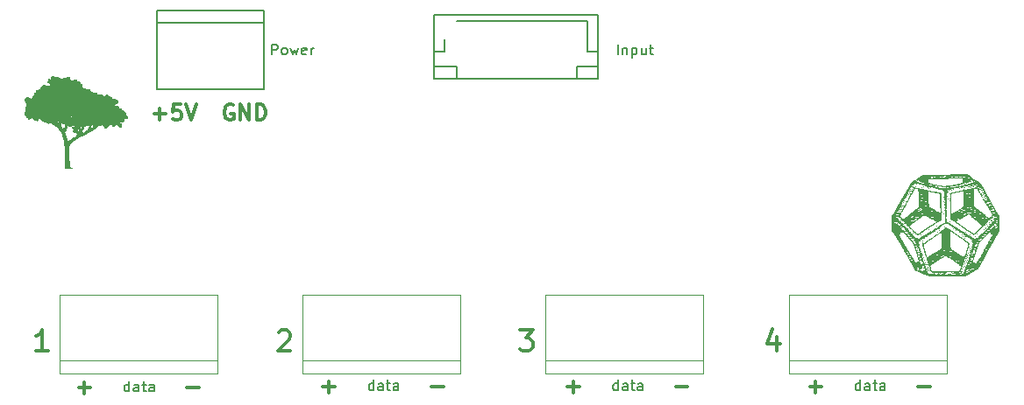
<source format=gbr>
%TF.GenerationSoftware,KiCad,Pcbnew,7.0.6+dfsg-1*%
%TF.CreationDate,2023-07-26T00:10:48-03:00*%
%TF.ProjectId,PWM_breakout_board,50574d5f-6272-4656-916b-6f75745f626f,rev?*%
%TF.SameCoordinates,Original*%
%TF.FileFunction,Legend,Top*%
%TF.FilePolarity,Positive*%
%FSLAX46Y46*%
G04 Gerber Fmt 4.6, Leading zero omitted, Abs format (unit mm)*
G04 Created by KiCad (PCBNEW 7.0.6+dfsg-1) date 2023-07-26 00:10:48*
%MOMM*%
%LPD*%
G01*
G04 APERTURE LIST*
%ADD10C,0.150000*%
%ADD11C,0.300000*%
%ADD12C,0.010000*%
%ADD13C,0.120000*%
G04 APERTURE END LIST*
D10*
X123600000Y-75200000D02*
X123600000Y-74000000D01*
X106200000Y-72400000D02*
X95800000Y-72400000D01*
X96000000Y-72400000D02*
X106200000Y-72400000D01*
X95800000Y-78800000D02*
X95800000Y-71200000D01*
X106200000Y-78800000D02*
X95800000Y-78800000D01*
X106200000Y-71200000D02*
X106200000Y-78800000D01*
X95800000Y-71200000D02*
X106200000Y-71200000D01*
X136400000Y-76600000D02*
X138400000Y-76600000D01*
X136400000Y-77800000D02*
X136400000Y-76600000D01*
X124800000Y-76600000D02*
X124800000Y-77800000D01*
X122600000Y-76600000D02*
X124800000Y-76600000D01*
X122600000Y-75200000D02*
X122600000Y-76600000D01*
X123600000Y-75200000D02*
X122600000Y-75200000D01*
X137400000Y-72200000D02*
X124800000Y-72200000D01*
X137400000Y-75200000D02*
X137400000Y-72200000D01*
X138400000Y-75200000D02*
X137400000Y-75200000D01*
X122600000Y-71600000D02*
X123000000Y-71600000D01*
X122600000Y-77800000D02*
X122600000Y-71600000D01*
X138400000Y-77800000D02*
X122600000Y-77800000D01*
X138400000Y-71600000D02*
X138400000Y-77800000D01*
X123000000Y-71600000D02*
X138400000Y-71600000D01*
X106936779Y-75469819D02*
X106936779Y-74469819D01*
X106936779Y-74469819D02*
X107317731Y-74469819D01*
X107317731Y-74469819D02*
X107412969Y-74517438D01*
X107412969Y-74517438D02*
X107460588Y-74565057D01*
X107460588Y-74565057D02*
X107508207Y-74660295D01*
X107508207Y-74660295D02*
X107508207Y-74803152D01*
X107508207Y-74803152D02*
X107460588Y-74898390D01*
X107460588Y-74898390D02*
X107412969Y-74946009D01*
X107412969Y-74946009D02*
X107317731Y-74993628D01*
X107317731Y-74993628D02*
X106936779Y-74993628D01*
X108079636Y-75469819D02*
X107984398Y-75422200D01*
X107984398Y-75422200D02*
X107936779Y-75374580D01*
X107936779Y-75374580D02*
X107889160Y-75279342D01*
X107889160Y-75279342D02*
X107889160Y-74993628D01*
X107889160Y-74993628D02*
X107936779Y-74898390D01*
X107936779Y-74898390D02*
X107984398Y-74850771D01*
X107984398Y-74850771D02*
X108079636Y-74803152D01*
X108079636Y-74803152D02*
X108222493Y-74803152D01*
X108222493Y-74803152D02*
X108317731Y-74850771D01*
X108317731Y-74850771D02*
X108365350Y-74898390D01*
X108365350Y-74898390D02*
X108412969Y-74993628D01*
X108412969Y-74993628D02*
X108412969Y-75279342D01*
X108412969Y-75279342D02*
X108365350Y-75374580D01*
X108365350Y-75374580D02*
X108317731Y-75422200D01*
X108317731Y-75422200D02*
X108222493Y-75469819D01*
X108222493Y-75469819D02*
X108079636Y-75469819D01*
X108746303Y-74803152D02*
X108936779Y-75469819D01*
X108936779Y-75469819D02*
X109127255Y-74993628D01*
X109127255Y-74993628D02*
X109317731Y-75469819D01*
X109317731Y-75469819D02*
X109508207Y-74803152D01*
X110270112Y-75422200D02*
X110174874Y-75469819D01*
X110174874Y-75469819D02*
X109984398Y-75469819D01*
X109984398Y-75469819D02*
X109889160Y-75422200D01*
X109889160Y-75422200D02*
X109841541Y-75326961D01*
X109841541Y-75326961D02*
X109841541Y-74946009D01*
X109841541Y-74946009D02*
X109889160Y-74850771D01*
X109889160Y-74850771D02*
X109984398Y-74803152D01*
X109984398Y-74803152D02*
X110174874Y-74803152D01*
X110174874Y-74803152D02*
X110270112Y-74850771D01*
X110270112Y-74850771D02*
X110317731Y-74946009D01*
X110317731Y-74946009D02*
X110317731Y-75041247D01*
X110317731Y-75041247D02*
X109841541Y-75136485D01*
X110746303Y-75469819D02*
X110746303Y-74803152D01*
X110746303Y-74993628D02*
X110793922Y-74898390D01*
X110793922Y-74898390D02*
X110841541Y-74850771D01*
X110841541Y-74850771D02*
X110936779Y-74803152D01*
X110936779Y-74803152D02*
X111032017Y-74803152D01*
X140336779Y-75469819D02*
X140336779Y-74469819D01*
X140812969Y-74803152D02*
X140812969Y-75469819D01*
X140812969Y-74898390D02*
X140860588Y-74850771D01*
X140860588Y-74850771D02*
X140955826Y-74803152D01*
X140955826Y-74803152D02*
X141098683Y-74803152D01*
X141098683Y-74803152D02*
X141193921Y-74850771D01*
X141193921Y-74850771D02*
X141241540Y-74946009D01*
X141241540Y-74946009D02*
X141241540Y-75469819D01*
X141717731Y-74803152D02*
X141717731Y-75803152D01*
X141717731Y-74850771D02*
X141812969Y-74803152D01*
X141812969Y-74803152D02*
X142003445Y-74803152D01*
X142003445Y-74803152D02*
X142098683Y-74850771D01*
X142098683Y-74850771D02*
X142146302Y-74898390D01*
X142146302Y-74898390D02*
X142193921Y-74993628D01*
X142193921Y-74993628D02*
X142193921Y-75279342D01*
X142193921Y-75279342D02*
X142146302Y-75374580D01*
X142146302Y-75374580D02*
X142098683Y-75422200D01*
X142098683Y-75422200D02*
X142003445Y-75469819D01*
X142003445Y-75469819D02*
X141812969Y-75469819D01*
X141812969Y-75469819D02*
X141717731Y-75422200D01*
X143051064Y-74803152D02*
X143051064Y-75469819D01*
X142622493Y-74803152D02*
X142622493Y-75326961D01*
X142622493Y-75326961D02*
X142670112Y-75422200D01*
X142670112Y-75422200D02*
X142765350Y-75469819D01*
X142765350Y-75469819D02*
X142908207Y-75469819D01*
X142908207Y-75469819D02*
X143003445Y-75422200D01*
X143003445Y-75422200D02*
X143051064Y-75374580D01*
X143384398Y-74803152D02*
X143765350Y-74803152D01*
X143527255Y-74469819D02*
X143527255Y-75326961D01*
X143527255Y-75326961D02*
X143574874Y-75422200D01*
X143574874Y-75422200D02*
X143670112Y-75469819D01*
X143670112Y-75469819D02*
X143765350Y-75469819D01*
D11*
X95554510Y-81229400D02*
X96697368Y-81229400D01*
X96125939Y-81800828D02*
X96125939Y-80657971D01*
X98125939Y-80300828D02*
X97411653Y-80300828D01*
X97411653Y-80300828D02*
X97340225Y-81015114D01*
X97340225Y-81015114D02*
X97411653Y-80943685D01*
X97411653Y-80943685D02*
X97554511Y-80872257D01*
X97554511Y-80872257D02*
X97911653Y-80872257D01*
X97911653Y-80872257D02*
X98054511Y-80943685D01*
X98054511Y-80943685D02*
X98125939Y-81015114D01*
X98125939Y-81015114D02*
X98197368Y-81157971D01*
X98197368Y-81157971D02*
X98197368Y-81515114D01*
X98197368Y-81515114D02*
X98125939Y-81657971D01*
X98125939Y-81657971D02*
X98054511Y-81729400D01*
X98054511Y-81729400D02*
X97911653Y-81800828D01*
X97911653Y-81800828D02*
X97554511Y-81800828D01*
X97554511Y-81800828D02*
X97411653Y-81729400D01*
X97411653Y-81729400D02*
X97340225Y-81657971D01*
X98625939Y-80300828D02*
X99125939Y-81800828D01*
X99125939Y-81800828D02*
X99625939Y-80300828D01*
X103197367Y-80372257D02*
X103054510Y-80300828D01*
X103054510Y-80300828D02*
X102840224Y-80300828D01*
X102840224Y-80300828D02*
X102625938Y-80372257D01*
X102625938Y-80372257D02*
X102483081Y-80515114D01*
X102483081Y-80515114D02*
X102411652Y-80657971D01*
X102411652Y-80657971D02*
X102340224Y-80943685D01*
X102340224Y-80943685D02*
X102340224Y-81157971D01*
X102340224Y-81157971D02*
X102411652Y-81443685D01*
X102411652Y-81443685D02*
X102483081Y-81586542D01*
X102483081Y-81586542D02*
X102625938Y-81729400D01*
X102625938Y-81729400D02*
X102840224Y-81800828D01*
X102840224Y-81800828D02*
X102983081Y-81800828D01*
X102983081Y-81800828D02*
X103197367Y-81729400D01*
X103197367Y-81729400D02*
X103268795Y-81657971D01*
X103268795Y-81657971D02*
X103268795Y-81157971D01*
X103268795Y-81157971D02*
X102983081Y-81157971D01*
X103911652Y-81800828D02*
X103911652Y-80300828D01*
X103911652Y-80300828D02*
X104768795Y-81800828D01*
X104768795Y-81800828D02*
X104768795Y-80300828D01*
X105483081Y-81800828D02*
X105483081Y-80300828D01*
X105483081Y-80300828D02*
X105840224Y-80300828D01*
X105840224Y-80300828D02*
X106054510Y-80372257D01*
X106054510Y-80372257D02*
X106197367Y-80515114D01*
X106197367Y-80515114D02*
X106268796Y-80657971D01*
X106268796Y-80657971D02*
X106340224Y-80943685D01*
X106340224Y-80943685D02*
X106340224Y-81157971D01*
X106340224Y-81157971D02*
X106268796Y-81443685D01*
X106268796Y-81443685D02*
X106197367Y-81586542D01*
X106197367Y-81586542D02*
X106054510Y-81729400D01*
X106054510Y-81729400D02*
X105840224Y-81800828D01*
X105840224Y-81800828D02*
X105483081Y-81800828D01*
D10*
X163765350Y-107969819D02*
X163765350Y-106969819D01*
X163765350Y-107922200D02*
X163670112Y-107969819D01*
X163670112Y-107969819D02*
X163479636Y-107969819D01*
X163479636Y-107969819D02*
X163384398Y-107922200D01*
X163384398Y-107922200D02*
X163336779Y-107874580D01*
X163336779Y-107874580D02*
X163289160Y-107779342D01*
X163289160Y-107779342D02*
X163289160Y-107493628D01*
X163289160Y-107493628D02*
X163336779Y-107398390D01*
X163336779Y-107398390D02*
X163384398Y-107350771D01*
X163384398Y-107350771D02*
X163479636Y-107303152D01*
X163479636Y-107303152D02*
X163670112Y-107303152D01*
X163670112Y-107303152D02*
X163765350Y-107350771D01*
X164670112Y-107969819D02*
X164670112Y-107446009D01*
X164670112Y-107446009D02*
X164622493Y-107350771D01*
X164622493Y-107350771D02*
X164527255Y-107303152D01*
X164527255Y-107303152D02*
X164336779Y-107303152D01*
X164336779Y-107303152D02*
X164241541Y-107350771D01*
X164670112Y-107922200D02*
X164574874Y-107969819D01*
X164574874Y-107969819D02*
X164336779Y-107969819D01*
X164336779Y-107969819D02*
X164241541Y-107922200D01*
X164241541Y-107922200D02*
X164193922Y-107826961D01*
X164193922Y-107826961D02*
X164193922Y-107731723D01*
X164193922Y-107731723D02*
X164241541Y-107636485D01*
X164241541Y-107636485D02*
X164336779Y-107588866D01*
X164336779Y-107588866D02*
X164574874Y-107588866D01*
X164574874Y-107588866D02*
X164670112Y-107541247D01*
X165003446Y-107303152D02*
X165384398Y-107303152D01*
X165146303Y-106969819D02*
X165146303Y-107826961D01*
X165146303Y-107826961D02*
X165193922Y-107922200D01*
X165193922Y-107922200D02*
X165289160Y-107969819D01*
X165289160Y-107969819D02*
X165384398Y-107969819D01*
X166146303Y-107969819D02*
X166146303Y-107446009D01*
X166146303Y-107446009D02*
X166098684Y-107350771D01*
X166098684Y-107350771D02*
X166003446Y-107303152D01*
X166003446Y-107303152D02*
X165812970Y-107303152D01*
X165812970Y-107303152D02*
X165717732Y-107350771D01*
X166146303Y-107922200D02*
X166051065Y-107969819D01*
X166051065Y-107969819D02*
X165812970Y-107969819D01*
X165812970Y-107969819D02*
X165717732Y-107922200D01*
X165717732Y-107922200D02*
X165670113Y-107826961D01*
X165670113Y-107826961D02*
X165670113Y-107731723D01*
X165670113Y-107731723D02*
X165717732Y-107636485D01*
X165717732Y-107636485D02*
X165812970Y-107588866D01*
X165812970Y-107588866D02*
X166051065Y-107588866D01*
X166051065Y-107588866D02*
X166146303Y-107541247D01*
D11*
X85321177Y-104139638D02*
X84178320Y-104139638D01*
X84749748Y-104139638D02*
X84749748Y-102139638D01*
X84749748Y-102139638D02*
X84559272Y-102425352D01*
X84559272Y-102425352D02*
X84368796Y-102615828D01*
X84368796Y-102615828D02*
X84178320Y-102711066D01*
D10*
X116765350Y-107969819D02*
X116765350Y-106969819D01*
X116765350Y-107922200D02*
X116670112Y-107969819D01*
X116670112Y-107969819D02*
X116479636Y-107969819D01*
X116479636Y-107969819D02*
X116384398Y-107922200D01*
X116384398Y-107922200D02*
X116336779Y-107874580D01*
X116336779Y-107874580D02*
X116289160Y-107779342D01*
X116289160Y-107779342D02*
X116289160Y-107493628D01*
X116289160Y-107493628D02*
X116336779Y-107398390D01*
X116336779Y-107398390D02*
X116384398Y-107350771D01*
X116384398Y-107350771D02*
X116479636Y-107303152D01*
X116479636Y-107303152D02*
X116670112Y-107303152D01*
X116670112Y-107303152D02*
X116765350Y-107350771D01*
X117670112Y-107969819D02*
X117670112Y-107446009D01*
X117670112Y-107446009D02*
X117622493Y-107350771D01*
X117622493Y-107350771D02*
X117527255Y-107303152D01*
X117527255Y-107303152D02*
X117336779Y-107303152D01*
X117336779Y-107303152D02*
X117241541Y-107350771D01*
X117670112Y-107922200D02*
X117574874Y-107969819D01*
X117574874Y-107969819D02*
X117336779Y-107969819D01*
X117336779Y-107969819D02*
X117241541Y-107922200D01*
X117241541Y-107922200D02*
X117193922Y-107826961D01*
X117193922Y-107826961D02*
X117193922Y-107731723D01*
X117193922Y-107731723D02*
X117241541Y-107636485D01*
X117241541Y-107636485D02*
X117336779Y-107588866D01*
X117336779Y-107588866D02*
X117574874Y-107588866D01*
X117574874Y-107588866D02*
X117670112Y-107541247D01*
X118003446Y-107303152D02*
X118384398Y-107303152D01*
X118146303Y-106969819D02*
X118146303Y-107826961D01*
X118146303Y-107826961D02*
X118193922Y-107922200D01*
X118193922Y-107922200D02*
X118289160Y-107969819D01*
X118289160Y-107969819D02*
X118384398Y-107969819D01*
X119146303Y-107969819D02*
X119146303Y-107446009D01*
X119146303Y-107446009D02*
X119098684Y-107350771D01*
X119098684Y-107350771D02*
X119003446Y-107303152D01*
X119003446Y-107303152D02*
X118812970Y-107303152D01*
X118812970Y-107303152D02*
X118717732Y-107350771D01*
X119146303Y-107922200D02*
X119051065Y-107969819D01*
X119051065Y-107969819D02*
X118812970Y-107969819D01*
X118812970Y-107969819D02*
X118717732Y-107922200D01*
X118717732Y-107922200D02*
X118670113Y-107826961D01*
X118670113Y-107826961D02*
X118670113Y-107731723D01*
X118670113Y-107731723D02*
X118717732Y-107636485D01*
X118717732Y-107636485D02*
X118812970Y-107588866D01*
X118812970Y-107588866D02*
X119051065Y-107588866D01*
X119051065Y-107588866D02*
X119146303Y-107541247D01*
X140365350Y-107969819D02*
X140365350Y-106969819D01*
X140365350Y-107922200D02*
X140270112Y-107969819D01*
X140270112Y-107969819D02*
X140079636Y-107969819D01*
X140079636Y-107969819D02*
X139984398Y-107922200D01*
X139984398Y-107922200D02*
X139936779Y-107874580D01*
X139936779Y-107874580D02*
X139889160Y-107779342D01*
X139889160Y-107779342D02*
X139889160Y-107493628D01*
X139889160Y-107493628D02*
X139936779Y-107398390D01*
X139936779Y-107398390D02*
X139984398Y-107350771D01*
X139984398Y-107350771D02*
X140079636Y-107303152D01*
X140079636Y-107303152D02*
X140270112Y-107303152D01*
X140270112Y-107303152D02*
X140365350Y-107350771D01*
X141270112Y-107969819D02*
X141270112Y-107446009D01*
X141270112Y-107446009D02*
X141222493Y-107350771D01*
X141222493Y-107350771D02*
X141127255Y-107303152D01*
X141127255Y-107303152D02*
X140936779Y-107303152D01*
X140936779Y-107303152D02*
X140841541Y-107350771D01*
X141270112Y-107922200D02*
X141174874Y-107969819D01*
X141174874Y-107969819D02*
X140936779Y-107969819D01*
X140936779Y-107969819D02*
X140841541Y-107922200D01*
X140841541Y-107922200D02*
X140793922Y-107826961D01*
X140793922Y-107826961D02*
X140793922Y-107731723D01*
X140793922Y-107731723D02*
X140841541Y-107636485D01*
X140841541Y-107636485D02*
X140936779Y-107588866D01*
X140936779Y-107588866D02*
X141174874Y-107588866D01*
X141174874Y-107588866D02*
X141270112Y-107541247D01*
X141603446Y-107303152D02*
X141984398Y-107303152D01*
X141746303Y-106969819D02*
X141746303Y-107826961D01*
X141746303Y-107826961D02*
X141793922Y-107922200D01*
X141793922Y-107922200D02*
X141889160Y-107969819D01*
X141889160Y-107969819D02*
X141984398Y-107969819D01*
X142746303Y-107969819D02*
X142746303Y-107446009D01*
X142746303Y-107446009D02*
X142698684Y-107350771D01*
X142698684Y-107350771D02*
X142603446Y-107303152D01*
X142603446Y-107303152D02*
X142412970Y-107303152D01*
X142412970Y-107303152D02*
X142317732Y-107350771D01*
X142746303Y-107922200D02*
X142651065Y-107969819D01*
X142651065Y-107969819D02*
X142412970Y-107969819D01*
X142412970Y-107969819D02*
X142317732Y-107922200D01*
X142317732Y-107922200D02*
X142270113Y-107826961D01*
X142270113Y-107826961D02*
X142270113Y-107731723D01*
X142270113Y-107731723D02*
X142317732Y-107636485D01*
X142317732Y-107636485D02*
X142412970Y-107588866D01*
X142412970Y-107588866D02*
X142651065Y-107588866D01*
X142651065Y-107588866D02*
X142746303Y-107541247D01*
X93165350Y-108069819D02*
X93165350Y-107069819D01*
X93165350Y-108022200D02*
X93070112Y-108069819D01*
X93070112Y-108069819D02*
X92879636Y-108069819D01*
X92879636Y-108069819D02*
X92784398Y-108022200D01*
X92784398Y-108022200D02*
X92736779Y-107974580D01*
X92736779Y-107974580D02*
X92689160Y-107879342D01*
X92689160Y-107879342D02*
X92689160Y-107593628D01*
X92689160Y-107593628D02*
X92736779Y-107498390D01*
X92736779Y-107498390D02*
X92784398Y-107450771D01*
X92784398Y-107450771D02*
X92879636Y-107403152D01*
X92879636Y-107403152D02*
X93070112Y-107403152D01*
X93070112Y-107403152D02*
X93165350Y-107450771D01*
X94070112Y-108069819D02*
X94070112Y-107546009D01*
X94070112Y-107546009D02*
X94022493Y-107450771D01*
X94022493Y-107450771D02*
X93927255Y-107403152D01*
X93927255Y-107403152D02*
X93736779Y-107403152D01*
X93736779Y-107403152D02*
X93641541Y-107450771D01*
X94070112Y-108022200D02*
X93974874Y-108069819D01*
X93974874Y-108069819D02*
X93736779Y-108069819D01*
X93736779Y-108069819D02*
X93641541Y-108022200D01*
X93641541Y-108022200D02*
X93593922Y-107926961D01*
X93593922Y-107926961D02*
X93593922Y-107831723D01*
X93593922Y-107831723D02*
X93641541Y-107736485D01*
X93641541Y-107736485D02*
X93736779Y-107688866D01*
X93736779Y-107688866D02*
X93974874Y-107688866D01*
X93974874Y-107688866D02*
X94070112Y-107641247D01*
X94403446Y-107403152D02*
X94784398Y-107403152D01*
X94546303Y-107069819D02*
X94546303Y-107926961D01*
X94546303Y-107926961D02*
X94593922Y-108022200D01*
X94593922Y-108022200D02*
X94689160Y-108069819D01*
X94689160Y-108069819D02*
X94784398Y-108069819D01*
X95546303Y-108069819D02*
X95546303Y-107546009D01*
X95546303Y-107546009D02*
X95498684Y-107450771D01*
X95498684Y-107450771D02*
X95403446Y-107403152D01*
X95403446Y-107403152D02*
X95212970Y-107403152D01*
X95212970Y-107403152D02*
X95117732Y-107450771D01*
X95546303Y-108022200D02*
X95451065Y-108069819D01*
X95451065Y-108069819D02*
X95212970Y-108069819D01*
X95212970Y-108069819D02*
X95117732Y-108022200D01*
X95117732Y-108022200D02*
X95070113Y-107926961D01*
X95070113Y-107926961D02*
X95070113Y-107831723D01*
X95070113Y-107831723D02*
X95117732Y-107736485D01*
X95117732Y-107736485D02*
X95212970Y-107688866D01*
X95212970Y-107688866D02*
X95451065Y-107688866D01*
X95451065Y-107688866D02*
X95546303Y-107641247D01*
D11*
X107578320Y-102330114D02*
X107673558Y-102234876D01*
X107673558Y-102234876D02*
X107864034Y-102139638D01*
X107864034Y-102139638D02*
X108340225Y-102139638D01*
X108340225Y-102139638D02*
X108530701Y-102234876D01*
X108530701Y-102234876D02*
X108625939Y-102330114D01*
X108625939Y-102330114D02*
X108721177Y-102520590D01*
X108721177Y-102520590D02*
X108721177Y-102711066D01*
X108721177Y-102711066D02*
X108625939Y-102996780D01*
X108625939Y-102996780D02*
X107483082Y-104139638D01*
X107483082Y-104139638D02*
X108721177Y-104139638D01*
X98754510Y-107729400D02*
X99897368Y-107729400D01*
X155730701Y-102806304D02*
X155730701Y-104139638D01*
X155254510Y-102044400D02*
X154778320Y-103472971D01*
X154778320Y-103472971D02*
X156016415Y-103472971D01*
X122354510Y-107629400D02*
X123497368Y-107629400D01*
X145954510Y-107629400D02*
X147097368Y-107629400D01*
X158874367Y-107629400D02*
X160017225Y-107629400D01*
X159445796Y-108200828D02*
X159445796Y-107057971D01*
X88274367Y-107729400D02*
X89417225Y-107729400D01*
X88845796Y-108300828D02*
X88845796Y-107157971D01*
X135474367Y-107629400D02*
X136617225Y-107629400D01*
X136045796Y-108200828D02*
X136045796Y-107057971D01*
X111874367Y-107629400D02*
X113017225Y-107629400D01*
X112445796Y-108200828D02*
X112445796Y-107057971D01*
X130883082Y-102139638D02*
X132121177Y-102139638D01*
X132121177Y-102139638D02*
X131454510Y-102901542D01*
X131454510Y-102901542D02*
X131740225Y-102901542D01*
X131740225Y-102901542D02*
X131930701Y-102996780D01*
X131930701Y-102996780D02*
X132025939Y-103092019D01*
X132025939Y-103092019D02*
X132121177Y-103282495D01*
X132121177Y-103282495D02*
X132121177Y-103758685D01*
X132121177Y-103758685D02*
X132025939Y-103949161D01*
X132025939Y-103949161D02*
X131930701Y-104044400D01*
X131930701Y-104044400D02*
X131740225Y-104139638D01*
X131740225Y-104139638D02*
X131168796Y-104139638D01*
X131168796Y-104139638D02*
X130978320Y-104044400D01*
X130978320Y-104044400D02*
X130883082Y-103949161D01*
X169354510Y-107629400D02*
X170497368Y-107629400D01*
%TO.C,Ref\u002A\u002A*%
D12*
X83448551Y-81656274D02*
X83449167Y-81661333D01*
X83433059Y-81681885D01*
X83428000Y-81682500D01*
X83407448Y-81666393D01*
X83406833Y-81661333D01*
X83422940Y-81640782D01*
X83428000Y-81640167D01*
X83448551Y-81656274D01*
G36*
X83448551Y-81656274D02*
G01*
X83449167Y-81661333D01*
X83433059Y-81681885D01*
X83428000Y-81682500D01*
X83407448Y-81666393D01*
X83406833Y-81661333D01*
X83422940Y-81640782D01*
X83428000Y-81640167D01*
X83448551Y-81656274D01*
G37*
X87820847Y-82452540D02*
X87849686Y-82486810D01*
X87851833Y-82499553D01*
X87839929Y-82555917D01*
X87810719Y-82595562D01*
X87773960Y-82611515D01*
X87739409Y-82596805D01*
X87731177Y-82585779D01*
X87697211Y-82553982D01*
X87678851Y-82544740D01*
X87654012Y-82519024D01*
X87657385Y-82481421D01*
X87684275Y-82446674D01*
X87714808Y-82431885D01*
X87770642Y-82431642D01*
X87820847Y-82452540D01*
G36*
X87820847Y-82452540D02*
G01*
X87849686Y-82486810D01*
X87851833Y-82499553D01*
X87839929Y-82555917D01*
X87810719Y-82595562D01*
X87773960Y-82611515D01*
X87739409Y-82596805D01*
X87731177Y-82585779D01*
X87697211Y-82553982D01*
X87678851Y-82544740D01*
X87654012Y-82519024D01*
X87657385Y-82481421D01*
X87684275Y-82446674D01*
X87714808Y-82431885D01*
X87770642Y-82431642D01*
X87820847Y-82452540D01*
G37*
X85704735Y-77535549D02*
X85727595Y-77542568D01*
X85766243Y-77557691D01*
X85827740Y-77583724D01*
X85919147Y-77623471D01*
X85946608Y-77635488D01*
X86022983Y-77661692D01*
X86078557Y-77662188D01*
X86090860Y-77658383D01*
X86180821Y-77639816D01*
X86261774Y-77659395D01*
X86333234Y-77710354D01*
X86384034Y-77749805D01*
X86423253Y-77767286D01*
X86434963Y-77765865D01*
X86471800Y-77758093D01*
X86513068Y-77765872D01*
X86538165Y-77784387D01*
X86539500Y-77790302D01*
X86556680Y-77806901D01*
X86571250Y-77809000D01*
X86599415Y-77820615D01*
X86603000Y-77830518D01*
X86618565Y-77830895D01*
X86659204Y-77810708D01*
X86711208Y-77777601D01*
X86789369Y-77730388D01*
X86856113Y-77707809D01*
X86912292Y-77703166D01*
X86968269Y-77707337D01*
X87001346Y-77717860D01*
X87005167Y-77723669D01*
X87018804Y-77735630D01*
X87050722Y-77725655D01*
X87087434Y-77699783D01*
X87106908Y-77678102D01*
X87147547Y-77652010D01*
X87209910Y-77639944D01*
X87275465Y-77642844D01*
X87325676Y-77661650D01*
X87331567Y-77666710D01*
X87355783Y-77703982D01*
X87380612Y-77760963D01*
X87384516Y-77772248D01*
X87405984Y-77825848D01*
X87426532Y-77859752D01*
X87430389Y-77863084D01*
X87441872Y-77887080D01*
X87439550Y-77892911D01*
X87446065Y-77914454D01*
X87492563Y-77932547D01*
X87576779Y-77946463D01*
X87619000Y-77950571D01*
X87686990Y-77954440D01*
X87725330Y-77949263D01*
X87728508Y-77946583D01*
X88021167Y-77946583D01*
X88031750Y-77957167D01*
X88042333Y-77946583D01*
X88031750Y-77936000D01*
X88021167Y-77946583D01*
X87728508Y-77946583D01*
X87746340Y-77931547D01*
X87756583Y-77911548D01*
X87794584Y-77871900D01*
X87855979Y-77853815D01*
X87927215Y-77858184D01*
X87994741Y-77885902D01*
X88007491Y-77895016D01*
X88044648Y-77934327D01*
X88055455Y-77968121D01*
X88054683Y-77970778D01*
X88059622Y-78008455D01*
X88090087Y-78046681D01*
X88131620Y-78072098D01*
X88165678Y-78073330D01*
X88257320Y-78052690D01*
X88331476Y-78070570D01*
X88387808Y-78126784D01*
X88424387Y-78215080D01*
X88445872Y-78271101D01*
X88474582Y-78293937D01*
X88490607Y-78295833D01*
X88541208Y-78311454D01*
X88573840Y-78360100D01*
X88589828Y-78444449D01*
X88591993Y-78500696D01*
X88597342Y-78590357D01*
X88617010Y-78649218D01*
X88658109Y-78688192D01*
X88727748Y-78718196D01*
X88735348Y-78720727D01*
X88797310Y-78743749D01*
X88878139Y-78777235D01*
X88947088Y-78807908D01*
X89025000Y-78840975D01*
X89076653Y-78854500D01*
X89112076Y-78850745D01*
X89120321Y-78846976D01*
X89175034Y-78828486D01*
X89205108Y-78825000D01*
X89240245Y-78815992D01*
X89248833Y-78802845D01*
X89263143Y-78798066D01*
X89297910Y-78816450D01*
X89301085Y-78818720D01*
X89343176Y-78868163D01*
X89352290Y-78923659D01*
X89329267Y-78968933D01*
X89317923Y-78988641D01*
X89343851Y-78994314D01*
X89347153Y-78994333D01*
X89393727Y-79009339D01*
X89428750Y-79036667D01*
X89470836Y-79068762D01*
X89504350Y-79079000D01*
X89539766Y-79088957D01*
X89548694Y-79099434D01*
X89571854Y-79112297D01*
X89624848Y-79124995D01*
X89682750Y-79133187D01*
X89757313Y-79144377D01*
X89834238Y-79161273D01*
X89903681Y-79180925D01*
X89955803Y-79200378D01*
X89980760Y-79216680D01*
X89980273Y-79222449D01*
X89982842Y-79242908D01*
X90014260Y-79268352D01*
X90062607Y-79292370D01*
X90115959Y-79308550D01*
X90146463Y-79311833D01*
X90196654Y-79317702D01*
X90221754Y-79332302D01*
X90222500Y-79335693D01*
X90241201Y-79347042D01*
X90289484Y-79349851D01*
X90355618Y-79344820D01*
X90427871Y-79332650D01*
X90474518Y-79320651D01*
X90510223Y-79314946D01*
X90511681Y-79327448D01*
X90515108Y-79352917D01*
X90527733Y-79361175D01*
X90557572Y-79387282D01*
X90585967Y-79432184D01*
X90622915Y-79479770D01*
X90681776Y-79498259D01*
X90683022Y-79498383D01*
X90729588Y-79497487D01*
X90751435Y-79486442D01*
X90751667Y-79484802D01*
X90769620Y-79465155D01*
X90804583Y-79451308D01*
X90844305Y-79431175D01*
X90857500Y-79408230D01*
X90874754Y-79379402D01*
X90916821Y-79348939D01*
X90922080Y-79346217D01*
X90967115Y-79326712D01*
X90989086Y-79328835D01*
X90998428Y-79344667D01*
X91020128Y-79372015D01*
X91030610Y-79375333D01*
X91067612Y-79393054D01*
X91101060Y-79435236D01*
X91114994Y-79472080D01*
X91135970Y-79503675D01*
X91186069Y-79512998D01*
X91238449Y-79517095D01*
X91270250Y-79525946D01*
X91305321Y-79540107D01*
X91350491Y-79552944D01*
X91389210Y-79567988D01*
X91399033Y-79584114D01*
X91407245Y-79606743D01*
X91439274Y-79648106D01*
X91477973Y-79688963D01*
X91527236Y-79734934D01*
X91567957Y-79761909D01*
X91615110Y-79775794D01*
X91683670Y-79782495D01*
X91720109Y-79784470D01*
X91804653Y-79790831D01*
X91860078Y-79802169D01*
X91899589Y-79822521D01*
X91928940Y-79848334D01*
X91970842Y-79885071D01*
X92002373Y-79903863D01*
X92006173Y-79904500D01*
X92018347Y-79922256D01*
X92018339Y-79966892D01*
X92008311Y-80025456D01*
X91990424Y-80085000D01*
X91968522Y-80130069D01*
X91940757Y-80163995D01*
X91906958Y-80177239D01*
X91850684Y-80175392D01*
X91838992Y-80174125D01*
X91781532Y-80169794D01*
X91756630Y-80175849D01*
X91755228Y-80194909D01*
X91756169Y-80198071D01*
X91752774Y-80238345D01*
X91729731Y-80289369D01*
X91727426Y-80292966D01*
X91702152Y-80339457D01*
X91702264Y-80376283D01*
X91716860Y-80409383D01*
X91734390Y-80462067D01*
X91734277Y-80502269D01*
X91728670Y-80548880D01*
X91745061Y-80563441D01*
X91774674Y-80542974D01*
X91790160Y-80521240D01*
X91846208Y-80466922D01*
X91925856Y-80437985D01*
X92015980Y-80438751D01*
X92030826Y-80442001D01*
X92066049Y-80459275D01*
X92086208Y-80496696D01*
X92096343Y-80546662D01*
X92110010Y-80619422D01*
X92130236Y-80660721D01*
X92167275Y-80681271D01*
X92231381Y-80691783D01*
X92235726Y-80692264D01*
X92292242Y-80702458D01*
X92339894Y-80723734D01*
X92391349Y-80763586D01*
X92447393Y-80817521D01*
X92517068Y-80884269D01*
X92588992Y-80948026D01*
X92646083Y-80993830D01*
X92729434Y-81057432D01*
X92782780Y-81107877D01*
X92812126Y-81154265D01*
X92823478Y-81205694D01*
X92823349Y-81262411D01*
X92823391Y-81333012D01*
X92835176Y-81375273D01*
X92857614Y-81399268D01*
X92880858Y-81421722D01*
X92877670Y-81429842D01*
X92878619Y-81437144D01*
X92905375Y-81450326D01*
X92939696Y-81475509D01*
X92952343Y-81522360D01*
X92953000Y-81544234D01*
X92953000Y-81619000D01*
X92831292Y-81619079D01*
X92727511Y-81628128D01*
X92647259Y-81657464D01*
X92636396Y-81663774D01*
X92591674Y-81693516D01*
X92579331Y-81712797D01*
X92594414Y-81731115D01*
X92599355Y-81734820D01*
X92631310Y-81781225D01*
X92627189Y-81842135D01*
X92602550Y-81889457D01*
X92570049Y-81920653D01*
X92521008Y-81934381D01*
X92472118Y-81936500D01*
X92385762Y-81943060D01*
X92300099Y-81960452D01*
X92225285Y-81985244D01*
X92171476Y-82014004D01*
X92148829Y-82043302D01*
X92148667Y-82045795D01*
X92168191Y-82080951D01*
X92206875Y-82097817D01*
X92270156Y-82118305D01*
X92325706Y-82142346D01*
X92359295Y-82161927D01*
X92376378Y-82185438D01*
X92381084Y-82225413D01*
X92377541Y-82294387D01*
X92377226Y-82298766D01*
X92362395Y-82398544D01*
X92334647Y-82458898D01*
X92293087Y-82480996D01*
X92245560Y-82470267D01*
X92203556Y-82436817D01*
X92161056Y-82381529D01*
X92148038Y-82358601D01*
X92113782Y-82302362D01*
X92083464Y-82280525D01*
X92064146Y-82281261D01*
X92011080Y-82276321D01*
X91951128Y-82244633D01*
X91898634Y-82196072D01*
X91870170Y-82147712D01*
X91846440Y-82099547D01*
X91824923Y-82086862D01*
X91811662Y-82110989D01*
X91810000Y-82134453D01*
X91794122Y-82196151D01*
X91753533Y-82265767D01*
X91698797Y-82327820D01*
X91656784Y-82358995D01*
X91621850Y-82375771D01*
X91594305Y-82374907D01*
X91561111Y-82351981D01*
X91519236Y-82312355D01*
X91433335Y-82246448D01*
X91343928Y-82218512D01*
X91239053Y-82225043D01*
X91228620Y-82227164D01*
X91172266Y-82244003D01*
X91143884Y-82271020D01*
X91130532Y-82314083D01*
X91115290Y-82372615D01*
X91094182Y-82396629D01*
X91056108Y-82393614D01*
X91026703Y-82384126D01*
X90982844Y-82370979D01*
X90968771Y-82376966D01*
X90974132Y-82402845D01*
X90977233Y-82470636D01*
X90948066Y-82528793D01*
X90920050Y-82550842D01*
X90871671Y-82558933D01*
X90814119Y-82546141D01*
X90762765Y-82518951D01*
X90732982Y-82483847D01*
X90730500Y-82470891D01*
X90719598Y-82431767D01*
X90691594Y-82373356D01*
X90667000Y-82331492D01*
X90646020Y-82296494D01*
X90880053Y-82296494D01*
X90885309Y-82307455D01*
X90897133Y-82322792D01*
X90928028Y-82355699D01*
X90941819Y-82355556D01*
X90942167Y-82351842D01*
X90927702Y-82334173D01*
X90905125Y-82314800D01*
X90880053Y-82296494D01*
X90646020Y-82296494D01*
X90632027Y-82273153D01*
X90608964Y-82228559D01*
X90603500Y-82212181D01*
X90589498Y-82184005D01*
X90548919Y-82186693D01*
X90483905Y-82220002D01*
X90473496Y-82226751D01*
X90410642Y-82262377D01*
X90348548Y-82280364D01*
X90267372Y-82286044D01*
X90252430Y-82286164D01*
X90120517Y-82286577D01*
X89986300Y-82423747D01*
X89874257Y-82524977D01*
X89740634Y-82619423D01*
X89629833Y-82685079D01*
X89479981Y-82771132D01*
X89327450Y-82862900D01*
X89181270Y-82954659D01*
X89050471Y-83040687D01*
X88944083Y-83115260D01*
X88906974Y-83143247D01*
X88810504Y-83202916D01*
X88682951Y-83258131D01*
X88621224Y-83279210D01*
X88476640Y-83327925D01*
X88366629Y-83372459D01*
X88284139Y-83416341D01*
X88222117Y-83463102D01*
X88191593Y-83494238D01*
X88142957Y-83539653D01*
X88071875Y-83594326D01*
X87992978Y-83647080D01*
X87985948Y-83651379D01*
X87823445Y-83757196D01*
X87667694Y-83875008D01*
X87504388Y-84015731D01*
X87483424Y-84034840D01*
X87430711Y-84083994D01*
X87388845Y-84127869D01*
X87356740Y-84171899D01*
X87333307Y-84221519D01*
X87317457Y-84282163D01*
X87308103Y-84359267D01*
X87304156Y-84458266D01*
X87304528Y-84584592D01*
X87308131Y-84743683D01*
X87312343Y-84889250D01*
X87316718Y-85047818D01*
X87320349Y-85201478D01*
X87323096Y-85342328D01*
X87324817Y-85462466D01*
X87325372Y-85553990D01*
X87324957Y-85598333D01*
X87327879Y-85704848D01*
X87339230Y-85821010D01*
X87353335Y-85905250D01*
X87370513Y-86004245D01*
X87382305Y-86109761D01*
X87385799Y-86182019D01*
X87388942Y-86259931D01*
X87400478Y-86309851D01*
X87424395Y-86345888D01*
X87435156Y-86356644D01*
X87488415Y-86389989D01*
X87540989Y-86402667D01*
X87586591Y-86410663D01*
X87594865Y-86428687D01*
X87564129Y-86447792D01*
X87550208Y-86451676D01*
X87511709Y-86456092D01*
X87440524Y-86460108D01*
X87346302Y-86463318D01*
X87238691Y-86465315D01*
X87222125Y-86465484D01*
X86941667Y-86468027D01*
X86941591Y-85562222D01*
X86940716Y-85235641D01*
X86937961Y-84948010D01*
X86933046Y-84695976D01*
X86925690Y-84476185D01*
X86915615Y-84285285D01*
X86902538Y-84119921D01*
X86886181Y-83976741D01*
X86866263Y-83852391D01*
X86842504Y-83743518D01*
X86814624Y-83646770D01*
X86782342Y-83558792D01*
X86772179Y-83534583D01*
X86745894Y-83462638D01*
X86717320Y-83367193D01*
X86691790Y-83266389D01*
X86687011Y-83244828D01*
X86663137Y-83148009D01*
X86635011Y-83055098D01*
X86611138Y-82991636D01*
X86897221Y-82991636D01*
X86932361Y-83114943D01*
X86960579Y-83202999D01*
X86997463Y-83304047D01*
X87026479Y-83375833D01*
X87059454Y-83460433D01*
X87096556Y-83567456D01*
X87131452Y-83678302D01*
X87142780Y-83717429D01*
X87200104Y-83921441D01*
X87414844Y-83758223D01*
X87525141Y-83675502D01*
X87650780Y-83583008D01*
X87773490Y-83494121D01*
X87845003Y-83443222D01*
X87933014Y-83378601D01*
X88011985Y-83315857D01*
X88073107Y-83262294D01*
X88106955Y-83226091D01*
X88133282Y-83178463D01*
X88135940Y-83134021D01*
X88112244Y-83083425D01*
X88077325Y-83039665D01*
X88359833Y-83039665D01*
X88368184Y-83068138D01*
X88381000Y-83068917D01*
X88398601Y-83039148D01*
X88402167Y-83013501D01*
X88393816Y-82985029D01*
X88381000Y-82984250D01*
X88363399Y-83014019D01*
X88359833Y-83039665D01*
X88077325Y-83039665D01*
X88059507Y-83017337D01*
X88040985Y-82996768D01*
X87990749Y-82952067D01*
X87936545Y-82933634D01*
X87890068Y-82931044D01*
X87796260Y-82926485D01*
X87738054Y-82911879D01*
X87709401Y-82884751D01*
X87703667Y-82854781D01*
X87719163Y-82802628D01*
X87746516Y-82767292D01*
X87794189Y-82724518D01*
X87838902Y-82682625D01*
X87883808Y-82649129D01*
X87922743Y-82635002D01*
X87923052Y-82635000D01*
X87951984Y-82631217D01*
X87952898Y-82623039D01*
X88148167Y-82623039D01*
X88153608Y-82742357D01*
X88169160Y-82827617D01*
X88193661Y-82877035D01*
X88225950Y-82888822D01*
X88264865Y-82861193D01*
X88271042Y-82852916D01*
X88515702Y-82852916D01*
X88532531Y-82898361D01*
X88588830Y-82939883D01*
X88594167Y-82942692D01*
X88643594Y-82980621D01*
X88652840Y-83020215D01*
X88621074Y-83057604D01*
X88619125Y-83058880D01*
X88594043Y-83077202D01*
X88599640Y-83079207D01*
X88628932Y-83067908D01*
X88674937Y-83046322D01*
X88730673Y-83017463D01*
X88782104Y-82988514D01*
X88849968Y-82942382D01*
X88932976Y-82876877D01*
X89017113Y-82803312D01*
X89049571Y-82772583D01*
X89128423Y-82692004D01*
X89180495Y-82628203D01*
X89200990Y-82592197D01*
X89354667Y-82592197D01*
X89365883Y-82611609D01*
X89401333Y-82606193D01*
X89463715Y-82574979D01*
X89545356Y-82523875D01*
X89633453Y-82458654D01*
X89683600Y-82404522D01*
X89694242Y-82381000D01*
X89716017Y-82340165D01*
X89744489Y-82334790D01*
X89770062Y-82331353D01*
X89768291Y-82318915D01*
X89736637Y-82297815D01*
X89725458Y-82296333D01*
X89691993Y-82283541D01*
X89644137Y-82251672D01*
X89629563Y-82239941D01*
X89584503Y-82206014D01*
X89558118Y-82199551D01*
X89542368Y-82213483D01*
X89518089Y-82254363D01*
X89484401Y-82317084D01*
X89446473Y-82391217D01*
X89409475Y-82466331D01*
X89378575Y-82531997D01*
X89358942Y-82577784D01*
X89354667Y-82592197D01*
X89200990Y-82592197D01*
X89212469Y-82572032D01*
X89227346Y-82529167D01*
X89250916Y-82455288D01*
X89278280Y-82387655D01*
X89285940Y-82372200D01*
X89306153Y-82327974D01*
X89301951Y-82300816D01*
X89272684Y-82273084D01*
X89209797Y-82247862D01*
X89123661Y-82250451D01*
X89022542Y-82280397D01*
X89005417Y-82287745D01*
X88941849Y-82313469D01*
X88868295Y-82339701D01*
X88857250Y-82343305D01*
X88794742Y-82371901D01*
X88767688Y-82408428D01*
X88766021Y-82416522D01*
X88747222Y-82465700D01*
X88728979Y-82487888D01*
X88707695Y-82525520D01*
X88698508Y-82581350D01*
X88698500Y-82583028D01*
X88691927Y-82629910D01*
X88667009Y-82672570D01*
X88615946Y-82723256D01*
X88600905Y-82736294D01*
X88538455Y-82800057D01*
X88515702Y-82852916D01*
X88271042Y-82852916D01*
X88285227Y-82833911D01*
X88302255Y-82804592D01*
X88308051Y-82776919D01*
X88300978Y-82740134D01*
X88279401Y-82683478D01*
X88253053Y-82622244D01*
X88219228Y-82549503D01*
X88189745Y-82494739D01*
X88169732Y-82467225D01*
X88166475Y-82465667D01*
X88157690Y-82485095D01*
X88151207Y-82536455D01*
X88148236Y-82609359D01*
X88148167Y-82623039D01*
X87952898Y-82623039D01*
X87954266Y-82610810D01*
X87944819Y-82583814D01*
X87918518Y-82554618D01*
X87902485Y-82550333D01*
X87878971Y-82534070D01*
X87874625Y-82495070D01*
X87888823Y-82448018D01*
X87908030Y-82419708D01*
X87930573Y-82391064D01*
X87920248Y-82381771D01*
X87896783Y-82381000D01*
X87854693Y-82368127D01*
X87838321Y-82349250D01*
X87809354Y-82327496D01*
X87751558Y-82317400D01*
X87676690Y-82318585D01*
X87596505Y-82330673D01*
X87522762Y-82353288D01*
X87508168Y-82359833D01*
X87433467Y-82391290D01*
X87377311Y-82398521D01*
X87322923Y-82380639D01*
X87268665Y-82347147D01*
X87218022Y-82314942D01*
X87189076Y-82305810D01*
X87169607Y-82317491D01*
X87161806Y-82327390D01*
X87144890Y-82365937D01*
X87126383Y-82431429D01*
X87111962Y-82500813D01*
X87074817Y-82634693D01*
X87008550Y-82784957D01*
X86992562Y-82815305D01*
X86897221Y-82991636D01*
X86611138Y-82991636D01*
X86607826Y-82982832D01*
X86601639Y-82969662D01*
X86568796Y-82921008D01*
X86508674Y-82848921D01*
X86425573Y-82758162D01*
X86323793Y-82653492D01*
X86251303Y-82581853D01*
X86158535Y-82490289D01*
X86077162Y-82407668D01*
X86011776Y-82338844D01*
X85966971Y-82288671D01*
X85947339Y-82262005D01*
X85946833Y-82260054D01*
X85944701Y-82248694D01*
X85934422Y-82236824D01*
X85915466Y-82224689D01*
X86490555Y-82224689D01*
X86529646Y-82327048D01*
X86561718Y-82392950D01*
X86595471Y-82433175D01*
X86608113Y-82439704D01*
X86635807Y-82458055D01*
X86636623Y-82499084D01*
X86635254Y-82505703D01*
X86636121Y-82555355D01*
X86661603Y-82617832D01*
X86690978Y-82666994D01*
X86758936Y-82772583D01*
X86778301Y-82677333D01*
X86815108Y-82580933D01*
X86871127Y-82514390D01*
X86915304Y-82470055D01*
X86934591Y-82432800D01*
X86935820Y-82383432D01*
X86931389Y-82345056D01*
X86925115Y-82298857D01*
X88301411Y-82298857D01*
X88325661Y-82343804D01*
X88325768Y-82343911D01*
X88346939Y-82388917D01*
X88346073Y-82418464D01*
X88347170Y-82464977D01*
X88364608Y-82525542D01*
X88392172Y-82586605D01*
X88423648Y-82634612D01*
X88452821Y-82656009D01*
X88455064Y-82656167D01*
X88484386Y-82636989D01*
X88519599Y-82584300D01*
X88538880Y-82545042D01*
X88569512Y-82473351D01*
X88594440Y-82409397D01*
X88604022Y-82381000D01*
X88613182Y-82344911D01*
X88604413Y-82342791D01*
X88574227Y-82368483D01*
X88520548Y-82394215D01*
X88468530Y-82382741D01*
X88427921Y-82338409D01*
X88412780Y-82296472D01*
X88395972Y-82249952D01*
X88367932Y-82235880D01*
X88352809Y-82236908D01*
X88311615Y-82258655D01*
X88301411Y-82298857D01*
X86925115Y-82298857D01*
X86918877Y-82252928D01*
X86909300Y-82203943D01*
X87582742Y-82203943D01*
X87596720Y-82211482D01*
X87632455Y-82205695D01*
X87690686Y-82191603D01*
X87730125Y-82179134D01*
X87760910Y-82177975D01*
X87767167Y-82197477D01*
X87776404Y-82217927D01*
X87808690Y-82232529D01*
X87870880Y-82243298D01*
X87948142Y-82250612D01*
X87996058Y-82241880D01*
X88016933Y-82228600D01*
X88038577Y-82189971D01*
X89016000Y-82189971D01*
X89033658Y-82198272D01*
X89074902Y-82198338D01*
X89122135Y-82191744D01*
X89157762Y-82180063D01*
X89162403Y-82176876D01*
X89149805Y-82172029D01*
X89107515Y-82169458D01*
X89093611Y-82169333D01*
X89043259Y-82174298D01*
X89017058Y-82186574D01*
X89016000Y-82189971D01*
X88038577Y-82189971D01*
X88040592Y-82186376D01*
X88035909Y-82169333D01*
X88656167Y-82169333D01*
X88663911Y-82186756D01*
X88670278Y-82183444D01*
X88672811Y-82158324D01*
X88670278Y-82155222D01*
X88657694Y-82158128D01*
X88656167Y-82169333D01*
X88035909Y-82169333D01*
X88027157Y-82137490D01*
X88013690Y-82117086D01*
X87990402Y-82091638D01*
X89760587Y-82091638D01*
X89765274Y-82116664D01*
X89787045Y-82114078D01*
X89816142Y-82086796D01*
X89820333Y-82070055D01*
X89811034Y-82051663D01*
X90229599Y-82051663D01*
X90235200Y-82071967D01*
X90251313Y-82096924D01*
X90259480Y-82097076D01*
X90261967Y-82071104D01*
X90256367Y-82050800D01*
X90250901Y-82042333D01*
X90349500Y-82042333D01*
X90357244Y-82059756D01*
X90363611Y-82056444D01*
X90366144Y-82031324D01*
X90363611Y-82028222D01*
X90351027Y-82031128D01*
X90349500Y-82042333D01*
X90250901Y-82042333D01*
X90240253Y-82025842D01*
X90232087Y-82025691D01*
X90229599Y-82051663D01*
X89811034Y-82051663D01*
X89809130Y-82047898D01*
X89785520Y-82052588D01*
X89764503Y-82078706D01*
X89760587Y-82091638D01*
X87990402Y-82091638D01*
X87990119Y-82091329D01*
X87965614Y-82093364D01*
X87934897Y-82113040D01*
X87879410Y-82142756D01*
X87842678Y-82143647D01*
X87830667Y-82118819D01*
X87812655Y-82094324D01*
X87769020Y-82081202D01*
X87715360Y-82081188D01*
X87667272Y-82096019D01*
X87661064Y-82099938D01*
X87616568Y-82143054D01*
X87595577Y-82173548D01*
X87582742Y-82203943D01*
X86909300Y-82203943D01*
X86907574Y-82195119D01*
X86893256Y-82163966D01*
X86871698Y-82151805D01*
X86838676Y-82150972D01*
X86824885Y-82151854D01*
X86760677Y-82142574D01*
X86713714Y-82111465D01*
X86691070Y-82067865D01*
X86696836Y-82037042D01*
X87322991Y-82037042D01*
X87333311Y-82076060D01*
X87356362Y-82082001D01*
X87378512Y-82052917D01*
X87399831Y-82034219D01*
X87873000Y-82034219D01*
X87890812Y-82040823D01*
X87915333Y-82042333D01*
X87949741Y-82034291D01*
X87957667Y-82023148D01*
X87940810Y-82012260D01*
X87915333Y-82015033D01*
X87881138Y-82027321D01*
X87873000Y-82034219D01*
X87399831Y-82034219D01*
X87406901Y-82028019D01*
X87440099Y-82021167D01*
X87489194Y-82011798D01*
X87490395Y-82009019D01*
X88390338Y-82009019D01*
X88412025Y-82023853D01*
X88481439Y-82054280D01*
X88563651Y-82074074D01*
X88624417Y-82077583D01*
X88625400Y-82077132D01*
X88891787Y-82077132D01*
X88899369Y-82079025D01*
X88937197Y-82060806D01*
X88939704Y-82059513D01*
X89258692Y-82059513D01*
X89283229Y-82063176D01*
X89319111Y-82051075D01*
X89339128Y-82007911D01*
X89341437Y-81997354D01*
X89351381Y-81928222D01*
X89354210Y-81864333D01*
X89350257Y-81816788D01*
X89339852Y-81796686D01*
X89335483Y-81797691D01*
X89322024Y-81823824D01*
X89308276Y-81877994D01*
X89301171Y-81920648D01*
X89288398Y-81986228D01*
X89272110Y-82033535D01*
X89262146Y-82047301D01*
X89258692Y-82059513D01*
X88939704Y-82059513D01*
X88947208Y-82055644D01*
X88992399Y-82026990D01*
X89015299Y-82002116D01*
X89016000Y-81998712D01*
X89002551Y-81989064D01*
X88970148Y-82002151D01*
X88930703Y-82031734D01*
X88908426Y-82055032D01*
X88891787Y-82077132D01*
X88625400Y-82077132D01*
X88656152Y-82063030D01*
X88671481Y-82019655D01*
X88673647Y-82001740D01*
X88669573Y-81938966D01*
X88647189Y-81910730D01*
X88643113Y-81905999D01*
X88867833Y-81905999D01*
X88878095Y-81927908D01*
X88889000Y-81925917D01*
X88909359Y-81898856D01*
X88910167Y-81892917D01*
X88894022Y-81873570D01*
X88889000Y-81873000D01*
X88870424Y-81890229D01*
X88867833Y-81905999D01*
X88643113Y-81905999D01*
X88617061Y-81875762D01*
X88623138Y-81835622D01*
X88646442Y-81814521D01*
X88668522Y-81782081D01*
X88666554Y-81767167D01*
X90053167Y-81767167D01*
X90060911Y-81784589D01*
X90067278Y-81781278D01*
X90069811Y-81756158D01*
X90067278Y-81753055D01*
X90054694Y-81755961D01*
X90053167Y-81767167D01*
X88666554Y-81767167D01*
X88665857Y-81761889D01*
X88641346Y-81739501D01*
X88610380Y-81745392D01*
X88592909Y-81774753D01*
X88592667Y-81779526D01*
X88576449Y-81810689D01*
X88537828Y-81844455D01*
X88482990Y-81880387D01*
X88537828Y-81909119D01*
X88577220Y-81935801D01*
X88592667Y-81957598D01*
X88573995Y-81986398D01*
X88527715Y-82006927D01*
X88468430Y-82014135D01*
X88437967Y-82011072D01*
X88395636Y-82004261D01*
X88390338Y-82009019D01*
X87490395Y-82009019D01*
X87500287Y-81986139D01*
X87473395Y-81949402D01*
X87422328Y-81925139D01*
X87373305Y-81936314D01*
X87336730Y-81976865D01*
X87322991Y-82037042D01*
X86696836Y-82037042D01*
X86699817Y-82021109D01*
X86701846Y-82018524D01*
X87222333Y-82018524D01*
X87237839Y-82008379D01*
X87240626Y-82005644D01*
X87257346Y-81977892D01*
X87255079Y-81967690D01*
X87239333Y-81974042D01*
X87228777Y-81993795D01*
X87222333Y-82018524D01*
X86701846Y-82018524D01*
X86713067Y-82004233D01*
X86727428Y-81975128D01*
X86713567Y-81953933D01*
X86682469Y-81944235D01*
X86643451Y-81971316D01*
X86595070Y-82036580D01*
X86552069Y-82110876D01*
X86490555Y-82224689D01*
X85915466Y-82224689D01*
X85910175Y-82221302D01*
X85866138Y-82198988D01*
X85796491Y-82166743D01*
X85695411Y-82121427D01*
X85663447Y-82107198D01*
X85572123Y-82068628D01*
X85507882Y-82049101D01*
X85460188Y-82048247D01*
X85418505Y-82065695D01*
X85376957Y-82097131D01*
X85311833Y-82151930D01*
X85311833Y-82099921D01*
X85306669Y-82069191D01*
X85284897Y-82047336D01*
X85237097Y-82027730D01*
X85188736Y-82013372D01*
X85116474Y-81994709D01*
X85056916Y-81982167D01*
X85029653Y-81978833D01*
X84928621Y-81959314D01*
X84830927Y-81905208D01*
X84824539Y-81899095D01*
X86196630Y-81899095D01*
X86198234Y-81916871D01*
X86225523Y-81957047D01*
X86273579Y-82012771D01*
X86292753Y-82032987D01*
X86354717Y-82094689D01*
X86395108Y-82128117D01*
X86419839Y-82137195D01*
X86434216Y-82126836D01*
X86452069Y-82084151D01*
X86454509Y-82067807D01*
X86437907Y-82039861D01*
X86396898Y-82007898D01*
X86390742Y-82004307D01*
X86342994Y-81965962D01*
X86314859Y-81922308D01*
X86314224Y-81920067D01*
X86294917Y-81881292D01*
X86272781Y-81859348D01*
X86730716Y-81859348D01*
X86731580Y-81860469D01*
X86754969Y-81874016D01*
X86800225Y-81895957D01*
X86850142Y-81918396D01*
X86887512Y-81933438D01*
X86895483Y-81935671D01*
X86889105Y-81921153D01*
X86875033Y-81899690D01*
X87646519Y-81899690D01*
X87650427Y-81914811D01*
X87673319Y-81925973D01*
X87673398Y-81925917D01*
X87936500Y-81925917D01*
X87947083Y-81936500D01*
X87957667Y-81925917D01*
X87947083Y-81915333D01*
X87936500Y-81925917D01*
X87673398Y-81925917D01*
X87695802Y-81910167D01*
X87701957Y-81879816D01*
X87700756Y-81875530D01*
X87679855Y-81864654D01*
X87663913Y-81871312D01*
X87646519Y-81899690D01*
X86875033Y-81899690D01*
X86864837Y-81884141D01*
X86857000Y-81873000D01*
X86831640Y-81841250D01*
X87216833Y-81841250D01*
X87227417Y-81851833D01*
X87238000Y-81841250D01*
X87227417Y-81830667D01*
X87216833Y-81841250D01*
X86831640Y-81841250D01*
X86823888Y-81831546D01*
X86800031Y-81810495D01*
X86797350Y-81809824D01*
X86767152Y-81820164D01*
X86739155Y-81841127D01*
X86730716Y-81859348D01*
X86272781Y-81859348D01*
X86265745Y-81852374D01*
X86237902Y-81840614D01*
X86222579Y-81853313D01*
X86222000Y-81859908D01*
X86207191Y-81892768D01*
X86196630Y-81899095D01*
X84824539Y-81899095D01*
X84761500Y-81838772D01*
X84713966Y-81788224D01*
X84697960Y-81775772D01*
X84876195Y-81775772D01*
X84885610Y-81788795D01*
X84909667Y-81808751D01*
X84956344Y-81838727D01*
X84993751Y-81851363D01*
X85007767Y-81845189D01*
X84983988Y-81824156D01*
X84983168Y-81823600D01*
X84930395Y-81794104D01*
X84899083Y-81780988D01*
X84876195Y-81775772D01*
X84697960Y-81775772D01*
X84671149Y-81754916D01*
X84651231Y-81747286D01*
X84612852Y-81731730D01*
X84594266Y-81716634D01*
X84747609Y-81716634D01*
X84750917Y-81724833D01*
X84769937Y-81745026D01*
X84773332Y-81746000D01*
X84782424Y-81729623D01*
X84782667Y-81724833D01*
X84766395Y-81704480D01*
X84760251Y-81703667D01*
X84747609Y-81716634D01*
X84594266Y-81716634D01*
X84571994Y-81698544D01*
X85319837Y-81698544D01*
X85322116Y-81746122D01*
X85322673Y-81748783D01*
X85339290Y-81813935D01*
X85355014Y-81842548D01*
X85373564Y-81840162D01*
X85380103Y-81834363D01*
X85384986Y-81816055D01*
X85481167Y-81816055D01*
X85495693Y-81867875D01*
X85541270Y-81891323D01*
X85549958Y-81892495D01*
X85561869Y-81875722D01*
X85565833Y-81841250D01*
X85562794Y-81801424D01*
X85556981Y-81788333D01*
X85532100Y-81781748D01*
X85514648Y-81775485D01*
X85489241Y-81776324D01*
X85481220Y-81810748D01*
X85481167Y-81816055D01*
X85384986Y-81816055D01*
X85390472Y-81795493D01*
X85381683Y-81754467D01*
X85379503Y-81749892D01*
X86344734Y-81749892D01*
X86354075Y-81767716D01*
X86395712Y-81798944D01*
X86448697Y-81827924D01*
X86488186Y-81837083D01*
X86506432Y-81827231D01*
X86499641Y-81809500D01*
X87354417Y-81809500D01*
X87356095Y-81829005D01*
X87363751Y-81830667D01*
X87385305Y-81815301D01*
X87386167Y-81809500D01*
X87378945Y-81788883D01*
X87376832Y-81788333D01*
X87358761Y-81803165D01*
X87354417Y-81809500D01*
X86499641Y-81809500D01*
X86495687Y-81799178D01*
X86487497Y-81789343D01*
X86461345Y-81749754D01*
X86454833Y-81726694D01*
X86440561Y-81709795D01*
X86428375Y-81712472D01*
X86385628Y-81730140D01*
X86364085Y-81738078D01*
X86344734Y-81749892D01*
X85379503Y-81749892D01*
X85357378Y-81703463D01*
X85355502Y-81701935D01*
X86560667Y-81701935D01*
X86567649Y-81737145D01*
X86574144Y-81756493D01*
X86588557Y-81779926D01*
X86610289Y-81768677D01*
X86618982Y-81760256D01*
X86621691Y-81755388D01*
X87736328Y-81755388D01*
X87737108Y-81783828D01*
X87760752Y-81779613D01*
X87777974Y-81766981D01*
X87806206Y-81752769D01*
X87835268Y-81767316D01*
X87856256Y-81788204D01*
X87888243Y-81820253D01*
X87904237Y-81822247D01*
X87916900Y-81795295D01*
X87917537Y-81793572D01*
X87941914Y-81751059D01*
X87959394Y-81734349D01*
X87991594Y-81735662D01*
X88010297Y-81752613D01*
X88039347Y-81775460D01*
X88060547Y-81764418D01*
X88066570Y-81736349D01*
X88276593Y-81736349D01*
X88291054Y-81735252D01*
X88299345Y-81730129D01*
X88745947Y-81730129D01*
X88752107Y-81747117D01*
X88779239Y-81762728D01*
X88808299Y-81746907D01*
X88821760Y-81717787D01*
X88816105Y-81698479D01*
X89293418Y-81698479D01*
X89304041Y-81695435D01*
X89322294Y-81673163D01*
X89347336Y-81634428D01*
X89354667Y-81613190D01*
X89345498Y-81596196D01*
X89325278Y-81606132D01*
X89304934Y-81633748D01*
X89295836Y-81662991D01*
X89293418Y-81698479D01*
X88816105Y-81698479D01*
X88812932Y-81687646D01*
X88796551Y-81682500D01*
X88758082Y-81697032D01*
X88745947Y-81730129D01*
X88299345Y-81730129D01*
X88326199Y-81713538D01*
X88365094Y-81678571D01*
X88380279Y-81647222D01*
X88557389Y-81647222D01*
X88560294Y-81659806D01*
X88571500Y-81661333D01*
X88588922Y-81653589D01*
X88585611Y-81647222D01*
X88560491Y-81644689D01*
X88557389Y-81647222D01*
X88380279Y-81647222D01*
X88381000Y-81645734D01*
X88376690Y-81625492D01*
X88356263Y-81630979D01*
X88333375Y-81645405D01*
X88294696Y-81682094D01*
X88278574Y-81713209D01*
X88276593Y-81736349D01*
X88066570Y-81736349D01*
X88068391Y-81727865D01*
X88058959Y-81678574D01*
X88038626Y-81637403D01*
X88018218Y-81635140D01*
X88014303Y-81638563D01*
X87972564Y-81656587D01*
X87911172Y-81660125D01*
X87850358Y-81648876D01*
X87832681Y-81641245D01*
X87804746Y-81634863D01*
X87781017Y-81656035D01*
X87759082Y-81696782D01*
X87736328Y-81755388D01*
X86621691Y-81755388D01*
X86632808Y-81735417D01*
X87259167Y-81735417D01*
X87269750Y-81746000D01*
X87280333Y-81735417D01*
X87269750Y-81724833D01*
X87259167Y-81735417D01*
X86632808Y-81735417D01*
X86638401Y-81725370D01*
X86636005Y-81705698D01*
X86609230Y-81686343D01*
X86577131Y-81684361D01*
X86560701Y-81700799D01*
X86560667Y-81701935D01*
X85355502Y-81701935D01*
X85334177Y-81684573D01*
X85319837Y-81698544D01*
X84571994Y-81698544D01*
X84568433Y-81695652D01*
X84565151Y-81692190D01*
X84512420Y-81653333D01*
X84465561Y-81632041D01*
X85086192Y-81632041D01*
X85089583Y-81640167D01*
X85117623Y-81660543D01*
X85123832Y-81661333D01*
X85133144Y-81650750D01*
X85206000Y-81650750D01*
X85216583Y-81661333D01*
X85221791Y-81656125D01*
X86247489Y-81656125D01*
X86254539Y-81655662D01*
X86276476Y-81635379D01*
X86300814Y-81603503D01*
X86301142Y-81597833D01*
X86666500Y-81597833D01*
X86675364Y-81632228D01*
X86687667Y-81640167D01*
X86704864Y-81622438D01*
X86707327Y-81607163D01*
X87287433Y-81607163D01*
X87293033Y-81627467D01*
X87309146Y-81652424D01*
X87317313Y-81652576D01*
X87319800Y-81626604D01*
X87314200Y-81606300D01*
X87298087Y-81581342D01*
X87289920Y-81581191D01*
X87287433Y-81607163D01*
X86707327Y-81607163D01*
X86708833Y-81597833D01*
X86699969Y-81563438D01*
X86687667Y-81555500D01*
X86670469Y-81573228D01*
X86666500Y-81597833D01*
X86301142Y-81597833D01*
X86301830Y-81585941D01*
X86284234Y-81592368D01*
X86263576Y-81622479D01*
X86247489Y-81656125D01*
X85221791Y-81656125D01*
X85227167Y-81650750D01*
X85216583Y-81640167D01*
X85206000Y-81650750D01*
X85133144Y-81650750D01*
X85135307Y-81648292D01*
X85131917Y-81640167D01*
X85103877Y-81619790D01*
X85097668Y-81619000D01*
X85086192Y-81632041D01*
X84465561Y-81632041D01*
X84437972Y-81619505D01*
X84405299Y-81609375D01*
X84340755Y-81593786D01*
X84304681Y-81591246D01*
X84285021Y-81602571D01*
X84275102Y-81618187D01*
X84268597Y-81656520D01*
X84296514Y-81693700D01*
X84332758Y-81739843D01*
X84328721Y-81782205D01*
X84297408Y-81818658D01*
X84245054Y-81849374D01*
X84205098Y-81841501D01*
X84184109Y-81798032D01*
X84182653Y-81766400D01*
X84183723Y-81718947D01*
X84177538Y-81709254D01*
X84158989Y-81732801D01*
X84153613Y-81740708D01*
X84114581Y-81774383D01*
X84064177Y-81790222D01*
X84016119Y-81787808D01*
X83984124Y-81766730D01*
X83978333Y-81746000D01*
X83968909Y-81723455D01*
X84047023Y-81723455D01*
X84049918Y-81724833D01*
X84069234Y-81709932D01*
X84073583Y-81703667D01*
X84078977Y-81683878D01*
X84076082Y-81682500D01*
X84056765Y-81697401D01*
X84052417Y-81703667D01*
X84047023Y-81723455D01*
X83968909Y-81723455D01*
X83963658Y-81710896D01*
X83934318Y-81703667D01*
X83904719Y-81697775D01*
X83898663Y-81671916D01*
X83904250Y-81640167D01*
X83910629Y-81598287D01*
X83897617Y-81580606D01*
X83854845Y-81576709D01*
X83841040Y-81576667D01*
X83776436Y-81570384D01*
X83723765Y-81555115D01*
X83720923Y-81553675D01*
X83682758Y-81543010D01*
X83647957Y-81563486D01*
X83636824Y-81574842D01*
X83605421Y-81606474D01*
X83580657Y-81615787D01*
X83545868Y-81604098D01*
X83508339Y-81585012D01*
X83416959Y-81560461D01*
X83368831Y-81562997D01*
X83287249Y-81563250D01*
X83235786Y-81537086D01*
X83227362Y-81515458D01*
X87428562Y-81515458D01*
X87432264Y-81563996D01*
X87451971Y-81584045D01*
X87500763Y-81588772D01*
X87501394Y-81588786D01*
X87549450Y-81586722D01*
X87572529Y-81579653D01*
X87572908Y-81578202D01*
X87574722Y-81555500D01*
X88169333Y-81555500D01*
X88177078Y-81572922D01*
X88183444Y-81569611D01*
X88185978Y-81544491D01*
X88183444Y-81541389D01*
X88170861Y-81544294D01*
X88169333Y-81555500D01*
X87574722Y-81555500D01*
X87576038Y-81539045D01*
X87601841Y-81519332D01*
X87659152Y-81513260D01*
X87671917Y-81513167D01*
X87732127Y-81508383D01*
X87764385Y-81495739D01*
X87767167Y-81489597D01*
X87748775Y-81474885D01*
X87703265Y-81475407D01*
X87651740Y-81476140D01*
X87617901Y-81454095D01*
X87591649Y-81400971D01*
X87583475Y-81376900D01*
X87576229Y-81354417D01*
X87746000Y-81354417D01*
X87756583Y-81365000D01*
X87767167Y-81354417D01*
X87756583Y-81343833D01*
X87746000Y-81354417D01*
X87576229Y-81354417D01*
X87563433Y-81314717D01*
X87495967Y-81379192D01*
X87446839Y-81438958D01*
X87429075Y-81500213D01*
X87428562Y-81515458D01*
X83227362Y-81515458D01*
X83217696Y-81490642D01*
X83236234Y-81430056D01*
X83272984Y-81382269D01*
X83320037Y-81333156D01*
X83839945Y-81333156D01*
X83871508Y-81352789D01*
X83893667Y-81365000D01*
X83957856Y-81395836D01*
X83998972Y-81406881D01*
X84012147Y-81397651D01*
X83999456Y-81375531D01*
X83992988Y-81356900D01*
X85915634Y-81356900D01*
X85919356Y-81372800D01*
X85933150Y-81384010D01*
X85947746Y-81376932D01*
X85952304Y-81372055D01*
X86567722Y-81372055D01*
X86570628Y-81384639D01*
X86581833Y-81386167D01*
X86599256Y-81378422D01*
X86595944Y-81372055D01*
X86570824Y-81369522D01*
X86567722Y-81372055D01*
X85952304Y-81372055D01*
X85975474Y-81347269D01*
X85977990Y-81343833D01*
X87111000Y-81343833D01*
X87118744Y-81361256D01*
X87125111Y-81357944D01*
X87127644Y-81332824D01*
X87125111Y-81329722D01*
X87112527Y-81332628D01*
X87111000Y-81343833D01*
X85977990Y-81343833D01*
X85997648Y-81316997D01*
X85990816Y-81293141D01*
X85981460Y-81284153D01*
X86753114Y-81284153D01*
X86768279Y-81298848D01*
X86772333Y-81301500D01*
X86804184Y-81319982D01*
X86814001Y-81314485D01*
X86814667Y-81301500D01*
X86804285Y-81290917D01*
X88084667Y-81290917D01*
X88095250Y-81301500D01*
X88105833Y-81290917D01*
X88095250Y-81280333D01*
X88084667Y-81290917D01*
X86804285Y-81290917D01*
X86797214Y-81283710D01*
X86777625Y-81280657D01*
X86753114Y-81284153D01*
X85981460Y-81284153D01*
X85964533Y-81267894D01*
X85937067Y-81247269D01*
X85932733Y-81251896D01*
X85933590Y-81253437D01*
X85936945Y-81291513D01*
X85927390Y-81319446D01*
X85915634Y-81356900D01*
X83992988Y-81356900D01*
X83983134Y-81328516D01*
X83985752Y-81280281D01*
X83987389Y-81238000D01*
X85428250Y-81238000D01*
X85457672Y-81254884D01*
X85488953Y-81259167D01*
X85544572Y-81271754D01*
X85577663Y-81289492D01*
X85618996Y-81306652D01*
X85642504Y-81292435D01*
X85639446Y-81254990D01*
X85613730Y-81222972D01*
X85601401Y-81215480D01*
X86910753Y-81215480D01*
X86918706Y-81237233D01*
X86954742Y-81262751D01*
X86957128Y-81263939D01*
X87005907Y-81279452D01*
X87025656Y-81264647D01*
X87018411Y-81226718D01*
X86990348Y-81202158D01*
X86947356Y-81196542D01*
X86912994Y-81212331D01*
X86910753Y-81215480D01*
X85601401Y-81215480D01*
X85572853Y-81198134D01*
X85533110Y-81187984D01*
X85512423Y-81196465D01*
X85483110Y-81213390D01*
X85457501Y-81216833D01*
X85429029Y-81225184D01*
X85428250Y-81238000D01*
X83987389Y-81238000D01*
X83987634Y-81231690D01*
X83973745Y-81218122D01*
X83953936Y-81242103D01*
X83944692Y-81269750D01*
X83921434Y-81311605D01*
X83875497Y-81323554D01*
X83842129Y-81325361D01*
X83839945Y-81333156D01*
X83320037Y-81333156D01*
X83329634Y-81323139D01*
X83237501Y-81359330D01*
X83179120Y-81379633D01*
X83148503Y-81381667D01*
X83135952Y-81367273D01*
X83113260Y-81331966D01*
X83086768Y-81304976D01*
X83058544Y-81258709D01*
X83045183Y-81191438D01*
X83046461Y-81123094D01*
X85278293Y-81123094D01*
X85291091Y-81143261D01*
X85318652Y-81164908D01*
X85331900Y-81158241D01*
X85323287Y-81133575D01*
X85314775Y-81127231D01*
X85595872Y-81127231D01*
X85598700Y-81133974D01*
X85624397Y-81144461D01*
X85631141Y-81141633D01*
X85641628Y-81115936D01*
X85638799Y-81109192D01*
X85613102Y-81098705D01*
X85606359Y-81101534D01*
X85595872Y-81127231D01*
X85314775Y-81127231D01*
X85294493Y-81112116D01*
X85286826Y-81111000D01*
X85278293Y-81123094D01*
X83046461Y-81123094D01*
X83046543Y-81118746D01*
X83057558Y-81075540D01*
X83569087Y-81075540D01*
X83597132Y-81109794D01*
X83615010Y-81115691D01*
X83648320Y-81109334D01*
X83656125Y-81079246D01*
X83637063Y-81036473D01*
X83633750Y-81032400D01*
X84108745Y-81032400D01*
X84113895Y-81044229D01*
X84135208Y-81066953D01*
X84147460Y-81062291D01*
X84147667Y-81059332D01*
X84146619Y-81058083D01*
X85915083Y-81058083D01*
X85955405Y-81105708D01*
X85992935Y-81145703D01*
X86009280Y-81151477D01*
X86010333Y-81146030D01*
X86008656Y-81143999D01*
X88190500Y-81143999D01*
X88201184Y-81171583D01*
X88223860Y-81166978D01*
X88239672Y-81142750D01*
X89989667Y-81142750D01*
X90000250Y-81153333D01*
X90010833Y-81142750D01*
X90000250Y-81132167D01*
X89989667Y-81142750D01*
X88239672Y-81142750D01*
X88241650Y-81139720D01*
X88245190Y-81121583D01*
X88867833Y-81121583D01*
X88878417Y-81132167D01*
X88889000Y-81121583D01*
X88885472Y-81118055D01*
X89382889Y-81118055D01*
X89385794Y-81130639D01*
X89397000Y-81132167D01*
X89414422Y-81124422D01*
X89411111Y-81118055D01*
X89385991Y-81115522D01*
X89382889Y-81118055D01*
X88885472Y-81118055D01*
X88878417Y-81111000D01*
X88867833Y-81121583D01*
X88245190Y-81121583D01*
X88248384Y-81105222D01*
X88245323Y-81095267D01*
X88221781Y-81094267D01*
X88198275Y-81117757D01*
X88190500Y-81143999D01*
X86008656Y-81143999D01*
X85996059Y-81128744D01*
X85962708Y-81098405D01*
X85940084Y-81079250D01*
X89799167Y-81079250D01*
X89809750Y-81089833D01*
X89820333Y-81079250D01*
X89809750Y-81068667D01*
X89799167Y-81079250D01*
X85940084Y-81079250D01*
X85915083Y-81058083D01*
X84146619Y-81058083D01*
X84132632Y-81041429D01*
X84123229Y-81034895D01*
X84108745Y-81032400D01*
X83633750Y-81032400D01*
X83626408Y-81023377D01*
X83599652Y-80996967D01*
X84938109Y-80996967D01*
X84941417Y-81005167D01*
X84960437Y-81025359D01*
X84963832Y-81026333D01*
X84972924Y-81009957D01*
X84973167Y-81005167D01*
X84956895Y-80984813D01*
X84950751Y-80984000D01*
X84938109Y-80996967D01*
X83599652Y-80996967D01*
X83597888Y-80995226D01*
X83583510Y-80998489D01*
X83574565Y-81019661D01*
X83569087Y-81075540D01*
X83057558Y-81075540D01*
X83062484Y-81056219D01*
X83077376Y-81036917D01*
X83364500Y-81036917D01*
X83375083Y-81047500D01*
X83385667Y-81036917D01*
X83375083Y-81026333D01*
X83364500Y-81036917D01*
X83077376Y-81036917D01*
X83089333Y-81021421D01*
X83124663Y-80975371D01*
X83129373Y-80944526D01*
X85125391Y-80944526D01*
X85146215Y-80986965D01*
X85150704Y-80993923D01*
X85187545Y-81037358D01*
X85214054Y-81043012D01*
X85216427Y-81036917D01*
X89968500Y-81036917D01*
X89979083Y-81047500D01*
X89989667Y-81036917D01*
X89979083Y-81026333D01*
X89968500Y-81036917D01*
X85216427Y-81036917D01*
X85226045Y-81012222D01*
X89150055Y-81012222D01*
X89152961Y-81024806D01*
X89164167Y-81026333D01*
X89181589Y-81018589D01*
X89178278Y-81012222D01*
X89153158Y-81009689D01*
X89150055Y-81012222D01*
X85226045Y-81012222D01*
X85226624Y-81010737D01*
X85227167Y-80997052D01*
X85211386Y-80950965D01*
X85211295Y-80950916D01*
X86014318Y-80950916D01*
X86040525Y-80981687D01*
X86079258Y-81011677D01*
X86102614Y-81006019D01*
X86109311Y-80994583D01*
X86433667Y-80994583D01*
X86444250Y-81005167D01*
X86454833Y-80994583D01*
X86444250Y-80984000D01*
X86433667Y-80994583D01*
X86109311Y-80994583D01*
X86116612Y-80982118D01*
X86114755Y-80976399D01*
X86089635Y-80964626D01*
X86084358Y-80962833D01*
X88984250Y-80962833D01*
X88990731Y-80979493D01*
X89014751Y-80984000D01*
X89049818Y-80975364D01*
X89058333Y-80962833D01*
X89041280Y-80943848D01*
X89027832Y-80941667D01*
X88991795Y-80954567D01*
X88984250Y-80962833D01*
X86084358Y-80962833D01*
X86052667Y-80952066D01*
X86016616Y-80942463D01*
X86014318Y-80950916D01*
X85211295Y-80950916D01*
X85180466Y-80934391D01*
X85136187Y-80928244D01*
X85125391Y-80944526D01*
X83129373Y-80944526D01*
X83131666Y-80929519D01*
X83132412Y-80920388D01*
X83609544Y-80920388D01*
X83618474Y-80926856D01*
X83643264Y-80906661D01*
X83648652Y-80899478D01*
X83914911Y-80899478D01*
X83932774Y-80919094D01*
X83936613Y-80921624D01*
X83986654Y-80936730D01*
X84025408Y-80918799D01*
X84029553Y-80909917D01*
X88021167Y-80909917D01*
X88031750Y-80920500D01*
X88042333Y-80909917D01*
X88031750Y-80899333D01*
X88021167Y-80909917D01*
X84029553Y-80909917D01*
X84038394Y-80890978D01*
X84037838Y-80864441D01*
X84014054Y-80860443D01*
X83985763Y-80866483D01*
X83931277Y-80883397D01*
X83914911Y-80899478D01*
X83648652Y-80899478D01*
X83668473Y-80873055D01*
X83666584Y-80867583D01*
X83809000Y-80867583D01*
X83819583Y-80878167D01*
X83830167Y-80867583D01*
X83820525Y-80857941D01*
X88285750Y-80857941D01*
X88338667Y-80899333D01*
X88385535Y-80932433D01*
X88411377Y-80937193D01*
X88426082Y-80914192D01*
X88429046Y-80904625D01*
X88434370Y-80888395D01*
X89253177Y-80888395D01*
X89257333Y-80916894D01*
X89259606Y-80920807D01*
X89283139Y-80943244D01*
X89325843Y-80975060D01*
X89372238Y-81005654D01*
X89406839Y-81024426D01*
X89413620Y-81026254D01*
X89409901Y-81010616D01*
X89397000Y-80984000D01*
X89369874Y-80950445D01*
X89350964Y-80941667D01*
X89320787Y-80926296D01*
X89300522Y-80904658D01*
X89280418Y-80888805D01*
X91313080Y-80888805D01*
X91328627Y-80906538D01*
X91370942Y-80918043D01*
X91393314Y-80905498D01*
X91395323Y-80902451D01*
X91393158Y-80873205D01*
X91378191Y-80845720D01*
X91355284Y-80819732D01*
X91338946Y-80829024D01*
X91326122Y-80851478D01*
X91313080Y-80888805D01*
X89280418Y-80888805D01*
X89272339Y-80882435D01*
X89253177Y-80888395D01*
X88434370Y-80888395D01*
X88446000Y-80852950D01*
X88456271Y-80825250D01*
X88465844Y-80796701D01*
X88455465Y-80798880D01*
X88430547Y-80819958D01*
X88378416Y-80848981D01*
X88337000Y-80857470D01*
X88285750Y-80857941D01*
X83820525Y-80857941D01*
X83819583Y-80857000D01*
X83809000Y-80867583D01*
X83666584Y-80867583D01*
X83658167Y-80843204D01*
X83635802Y-80819529D01*
X83624144Y-80825083D01*
X83615839Y-80865678D01*
X83613991Y-80878124D01*
X83609544Y-80920388D01*
X83132412Y-80920388D01*
X83135788Y-80879084D01*
X83139694Y-80867583D01*
X83279833Y-80867583D01*
X83290417Y-80878167D01*
X83301000Y-80867583D01*
X83290417Y-80857000D01*
X83279833Y-80867583D01*
X83139694Y-80867583D01*
X83145640Y-80850082D01*
X83151979Y-80823359D01*
X83154396Y-80782058D01*
X84955562Y-80782058D01*
X84965324Y-80819249D01*
X84980150Y-80835833D01*
X84982547Y-80819018D01*
X86005779Y-80819018D01*
X86029396Y-80826417D01*
X86063957Y-80826817D01*
X86110185Y-80823903D01*
X86119793Y-80815170D01*
X86101746Y-80798792D01*
X86086086Y-80789875D01*
X90010833Y-80789875D01*
X90014757Y-80828083D01*
X90031377Y-80829792D01*
X90062238Y-80802571D01*
X90089041Y-80755122D01*
X90095500Y-80718901D01*
X90095443Y-80718485D01*
X91753555Y-80718485D01*
X91762731Y-80739829D01*
X91771194Y-80738403D01*
X91788659Y-80710486D01*
X91788833Y-80707584D01*
X91774632Y-80688049D01*
X91771194Y-80687667D01*
X91755402Y-80704797D01*
X91753555Y-80718485D01*
X90095443Y-80718485D01*
X90088113Y-80665037D01*
X90070047Y-80614327D01*
X90069560Y-80613583D01*
X91153833Y-80613583D01*
X91164417Y-80624167D01*
X91175000Y-80613583D01*
X91164417Y-80603000D01*
X91153833Y-80613583D01*
X90069560Y-80613583D01*
X90047448Y-80579867D01*
X90027526Y-80574015D01*
X90025121Y-80596162D01*
X90044485Y-80626268D01*
X90068773Y-80659148D01*
X90062719Y-80685073D01*
X90045864Y-80705208D01*
X90017962Y-80754290D01*
X90010833Y-80789875D01*
X86086086Y-80789875D01*
X86060066Y-80775060D01*
X86030675Y-80782513D01*
X86013424Y-80800359D01*
X86005779Y-80819018D01*
X84982547Y-80819018D01*
X84982704Y-80817921D01*
X84977312Y-80777625D01*
X84966956Y-80744783D01*
X84957340Y-80745841D01*
X84957084Y-80746573D01*
X84955562Y-80782058D01*
X83154396Y-80782058D01*
X83155307Y-80766512D01*
X83154927Y-80691687D01*
X83154855Y-80689400D01*
X83157873Y-80581833D01*
X88201083Y-80581833D01*
X88205644Y-80600147D01*
X88219751Y-80603000D01*
X88256322Y-80590580D01*
X88264583Y-80581833D01*
X88260022Y-80563520D01*
X88245915Y-80560667D01*
X88209344Y-80573086D01*
X88201083Y-80581833D01*
X83157873Y-80581833D01*
X83158117Y-80573173D01*
X83177092Y-80491875D01*
X83183215Y-80478646D01*
X83206239Y-80424271D01*
X83216315Y-80380966D01*
X83216333Y-80379777D01*
X83227819Y-80340724D01*
X83545657Y-80340724D01*
X83563087Y-80369365D01*
X83596894Y-80389063D01*
X83613100Y-80391333D01*
X83633522Y-80386212D01*
X83623529Y-80363735D01*
X83616498Y-80354292D01*
X83592005Y-80321720D01*
X83583564Y-80309839D01*
X83564877Y-80311949D01*
X83555380Y-80317015D01*
X83545657Y-80340724D01*
X83227819Y-80340724D01*
X83228050Y-80339941D01*
X83256718Y-80288417D01*
X83261312Y-80281785D01*
X83306290Y-80218619D01*
X83238175Y-80147917D01*
X86137333Y-80147917D01*
X86147917Y-80158500D01*
X86158500Y-80147917D01*
X86147917Y-80137333D01*
X86137333Y-80147917D01*
X83238175Y-80147917D01*
X83231447Y-80140934D01*
X83170540Y-80064013D01*
X83122109Y-79977376D01*
X83093698Y-79895951D01*
X83089333Y-79859582D01*
X83080824Y-79826602D01*
X83070148Y-79819833D01*
X83056438Y-79805901D01*
X83064458Y-79772736D01*
X83088432Y-79733286D01*
X83122583Y-79700498D01*
X83123727Y-79699738D01*
X83156057Y-79670417D01*
X83161986Y-79648185D01*
X83169528Y-79633165D01*
X83192668Y-79629333D01*
X83233028Y-79620878D01*
X83246775Y-79610283D01*
X83276015Y-79595592D01*
X83326224Y-79591485D01*
X83378737Y-79597074D01*
X83414889Y-79611474D01*
X83420260Y-79618527D01*
X83446170Y-79636545D01*
X83470208Y-79635499D01*
X83527913Y-79639061D01*
X83585162Y-79670132D01*
X83627107Y-79717724D01*
X83639667Y-79760897D01*
X83645220Y-79803483D01*
X83657553Y-79819833D01*
X83692170Y-79801666D01*
X83724282Y-79757727D01*
X83743629Y-79703863D01*
X83745500Y-79683987D01*
X83759148Y-79632691D01*
X83803067Y-79571983D01*
X83840937Y-79532803D01*
X83907154Y-79457905D01*
X83936718Y-79396731D01*
X83938731Y-79381233D01*
X83952230Y-79293386D01*
X83981836Y-79217760D01*
X84022122Y-79164204D01*
X84067660Y-79142568D01*
X84070297Y-79142500D01*
X84099964Y-79124952D01*
X84128314Y-79082529D01*
X84129217Y-79080526D01*
X84153251Y-79041571D01*
X84174890Y-79030033D01*
X84176393Y-79030756D01*
X84187520Y-79022795D01*
X84185421Y-78986896D01*
X84184719Y-78943124D01*
X84204768Y-78930833D01*
X84224323Y-78919774D01*
X84221750Y-78909666D01*
X84230692Y-78895263D01*
X84273814Y-78888656D01*
X84284001Y-78888500D01*
X84333461Y-78883265D01*
X84358556Y-78870368D01*
X84359333Y-78867333D01*
X84378008Y-78853630D01*
X84424218Y-78846468D01*
X84437344Y-78846167D01*
X84502299Y-78834583D01*
X84557978Y-78805242D01*
X84593576Y-78766263D01*
X84598289Y-78725764D01*
X84598137Y-78725360D01*
X84602138Y-78688534D01*
X84614051Y-78676390D01*
X84641173Y-78641961D01*
X84647754Y-78620317D01*
X84666442Y-78584697D01*
X84707401Y-78536428D01*
X84759217Y-78486319D01*
X84810476Y-78445179D01*
X84849764Y-78423817D01*
X84856298Y-78422833D01*
X84887905Y-78405915D01*
X84895139Y-78393729D01*
X84918550Y-78374825D01*
X84958764Y-78365301D01*
X84997245Y-78366899D01*
X85015454Y-78381362D01*
X85015500Y-78382416D01*
X85029093Y-78407299D01*
X85063186Y-78448434D01*
X85078879Y-78465043D01*
X85120247Y-78504756D01*
X85149407Y-78517819D01*
X85183371Y-78508214D01*
X85208831Y-78495453D01*
X85273619Y-78473355D01*
X85352976Y-78471382D01*
X85384470Y-78474653D01*
X85493537Y-78488280D01*
X85493273Y-78468008D01*
X85644679Y-78468008D01*
X85656161Y-78503546D01*
X85680891Y-78515580D01*
X85699935Y-78495616D01*
X85708401Y-78453979D01*
X85702644Y-78405425D01*
X85687469Y-78348750D01*
X85660360Y-78412250D01*
X85644679Y-78468008D01*
X85493273Y-78468008D01*
X85491819Y-78356697D01*
X85491281Y-78315476D01*
X85538191Y-78315476D01*
X85551031Y-78345027D01*
X85561314Y-78356930D01*
X85596189Y-78380249D01*
X85617612Y-78377404D01*
X85619266Y-78352784D01*
X85596679Y-78329539D01*
X85555727Y-78308517D01*
X85538191Y-78315476D01*
X85491281Y-78315476D01*
X85490101Y-78225113D01*
X85406082Y-78189430D01*
X85346574Y-78159193D01*
X85301688Y-78127766D01*
X85294034Y-78119974D01*
X85274645Y-78077738D01*
X85277952Y-78037880D01*
X85300916Y-78015906D01*
X85314498Y-78015523D01*
X85337558Y-78008167D01*
X85344002Y-77970102D01*
X85343384Y-77953825D01*
X85351461Y-77895130D01*
X85376829Y-77842840D01*
X85411045Y-77811982D01*
X85424773Y-77809000D01*
X85435336Y-77827045D01*
X85434599Y-77870565D01*
X85434437Y-77871688D01*
X85436171Y-77924621D01*
X85453202Y-77945107D01*
X85506357Y-77946908D01*
X85549431Y-77909810D01*
X85580737Y-77836406D01*
X85598588Y-77729289D01*
X85599289Y-77720603D01*
X85615037Y-77622253D01*
X85643949Y-77559203D01*
X85684704Y-77534157D01*
X85690603Y-77533833D01*
X85704735Y-77535549D01*
G36*
X85704735Y-77535549D02*
G01*
X85727595Y-77542568D01*
X85766243Y-77557691D01*
X85827740Y-77583724D01*
X85919147Y-77623471D01*
X85946608Y-77635488D01*
X86022983Y-77661692D01*
X86078557Y-77662188D01*
X86090860Y-77658383D01*
X86180821Y-77639816D01*
X86261774Y-77659395D01*
X86333234Y-77710354D01*
X86384034Y-77749805D01*
X86423253Y-77767286D01*
X86434963Y-77765865D01*
X86471800Y-77758093D01*
X86513068Y-77765872D01*
X86538165Y-77784387D01*
X86539500Y-77790302D01*
X86556680Y-77806901D01*
X86571250Y-77809000D01*
X86599415Y-77820615D01*
X86603000Y-77830518D01*
X86618565Y-77830895D01*
X86659204Y-77810708D01*
X86711208Y-77777601D01*
X86789369Y-77730388D01*
X86856113Y-77707809D01*
X86912292Y-77703166D01*
X86968269Y-77707337D01*
X87001346Y-77717860D01*
X87005167Y-77723669D01*
X87018804Y-77735630D01*
X87050722Y-77725655D01*
X87087434Y-77699783D01*
X87106908Y-77678102D01*
X87147547Y-77652010D01*
X87209910Y-77639944D01*
X87275465Y-77642844D01*
X87325676Y-77661650D01*
X87331567Y-77666710D01*
X87355783Y-77703982D01*
X87380612Y-77760963D01*
X87384516Y-77772248D01*
X87405984Y-77825848D01*
X87426532Y-77859752D01*
X87430389Y-77863084D01*
X87441872Y-77887080D01*
X87439550Y-77892911D01*
X87446065Y-77914454D01*
X87492563Y-77932547D01*
X87576779Y-77946463D01*
X87619000Y-77950571D01*
X87686990Y-77954440D01*
X87725330Y-77949263D01*
X87728508Y-77946583D01*
X88021167Y-77946583D01*
X88031750Y-77957167D01*
X88042333Y-77946583D01*
X88031750Y-77936000D01*
X88021167Y-77946583D01*
X87728508Y-77946583D01*
X87746340Y-77931547D01*
X87756583Y-77911548D01*
X87794584Y-77871900D01*
X87855979Y-77853815D01*
X87927215Y-77858184D01*
X87994741Y-77885902D01*
X88007491Y-77895016D01*
X88044648Y-77934327D01*
X88055455Y-77968121D01*
X88054683Y-77970778D01*
X88059622Y-78008455D01*
X88090087Y-78046681D01*
X88131620Y-78072098D01*
X88165678Y-78073330D01*
X88257320Y-78052690D01*
X88331476Y-78070570D01*
X88387808Y-78126784D01*
X88424387Y-78215080D01*
X88445872Y-78271101D01*
X88474582Y-78293937D01*
X88490607Y-78295833D01*
X88541208Y-78311454D01*
X88573840Y-78360100D01*
X88589828Y-78444449D01*
X88591993Y-78500696D01*
X88597342Y-78590357D01*
X88617010Y-78649218D01*
X88658109Y-78688192D01*
X88727748Y-78718196D01*
X88735348Y-78720727D01*
X88797310Y-78743749D01*
X88878139Y-78777235D01*
X88947088Y-78807908D01*
X89025000Y-78840975D01*
X89076653Y-78854500D01*
X89112076Y-78850745D01*
X89120321Y-78846976D01*
X89175034Y-78828486D01*
X89205108Y-78825000D01*
X89240245Y-78815992D01*
X89248833Y-78802845D01*
X89263143Y-78798066D01*
X89297910Y-78816450D01*
X89301085Y-78818720D01*
X89343176Y-78868163D01*
X89352290Y-78923659D01*
X89329267Y-78968933D01*
X89317923Y-78988641D01*
X89343851Y-78994314D01*
X89347153Y-78994333D01*
X89393727Y-79009339D01*
X89428750Y-79036667D01*
X89470836Y-79068762D01*
X89504350Y-79079000D01*
X89539766Y-79088957D01*
X89548694Y-79099434D01*
X89571854Y-79112297D01*
X89624848Y-79124995D01*
X89682750Y-79133187D01*
X89757313Y-79144377D01*
X89834238Y-79161273D01*
X89903681Y-79180925D01*
X89955803Y-79200378D01*
X89980760Y-79216680D01*
X89980273Y-79222449D01*
X89982842Y-79242908D01*
X90014260Y-79268352D01*
X90062607Y-79292370D01*
X90115959Y-79308550D01*
X90146463Y-79311833D01*
X90196654Y-79317702D01*
X90221754Y-79332302D01*
X90222500Y-79335693D01*
X90241201Y-79347042D01*
X90289484Y-79349851D01*
X90355618Y-79344820D01*
X90427871Y-79332650D01*
X90474518Y-79320651D01*
X90510223Y-79314946D01*
X90511681Y-79327448D01*
X90515108Y-79352917D01*
X90527733Y-79361175D01*
X90557572Y-79387282D01*
X90585967Y-79432184D01*
X90622915Y-79479770D01*
X90681776Y-79498259D01*
X90683022Y-79498383D01*
X90729588Y-79497487D01*
X90751435Y-79486442D01*
X90751667Y-79484802D01*
X90769620Y-79465155D01*
X90804583Y-79451308D01*
X90844305Y-79431175D01*
X90857500Y-79408230D01*
X90874754Y-79379402D01*
X90916821Y-79348939D01*
X90922080Y-79346217D01*
X90967115Y-79326712D01*
X90989086Y-79328835D01*
X90998428Y-79344667D01*
X91020128Y-79372015D01*
X91030610Y-79375333D01*
X91067612Y-79393054D01*
X91101060Y-79435236D01*
X91114994Y-79472080D01*
X91135970Y-79503675D01*
X91186069Y-79512998D01*
X91238449Y-79517095D01*
X91270250Y-79525946D01*
X91305321Y-79540107D01*
X91350491Y-79552944D01*
X91389210Y-79567988D01*
X91399033Y-79584114D01*
X91407245Y-79606743D01*
X91439274Y-79648106D01*
X91477973Y-79688963D01*
X91527236Y-79734934D01*
X91567957Y-79761909D01*
X91615110Y-79775794D01*
X91683670Y-79782495D01*
X91720109Y-79784470D01*
X91804653Y-79790831D01*
X91860078Y-79802169D01*
X91899589Y-79822521D01*
X91928940Y-79848334D01*
X91970842Y-79885071D01*
X92002373Y-79903863D01*
X92006173Y-79904500D01*
X92018347Y-79922256D01*
X92018339Y-79966892D01*
X92008311Y-80025456D01*
X91990424Y-80085000D01*
X91968522Y-80130069D01*
X91940757Y-80163995D01*
X91906958Y-80177239D01*
X91850684Y-80175392D01*
X91838992Y-80174125D01*
X91781532Y-80169794D01*
X91756630Y-80175849D01*
X91755228Y-80194909D01*
X91756169Y-80198071D01*
X91752774Y-80238345D01*
X91729731Y-80289369D01*
X91727426Y-80292966D01*
X91702152Y-80339457D01*
X91702264Y-80376283D01*
X91716860Y-80409383D01*
X91734390Y-80462067D01*
X91734277Y-80502269D01*
X91728670Y-80548880D01*
X91745061Y-80563441D01*
X91774674Y-80542974D01*
X91790160Y-80521240D01*
X91846208Y-80466922D01*
X91925856Y-80437985D01*
X92015980Y-80438751D01*
X92030826Y-80442001D01*
X92066049Y-80459275D01*
X92086208Y-80496696D01*
X92096343Y-80546662D01*
X92110010Y-80619422D01*
X92130236Y-80660721D01*
X92167275Y-80681271D01*
X92231381Y-80691783D01*
X92235726Y-80692264D01*
X92292242Y-80702458D01*
X92339894Y-80723734D01*
X92391349Y-80763586D01*
X92447393Y-80817521D01*
X92517068Y-80884269D01*
X92588992Y-80948026D01*
X92646083Y-80993830D01*
X92729434Y-81057432D01*
X92782780Y-81107877D01*
X92812126Y-81154265D01*
X92823478Y-81205694D01*
X92823349Y-81262411D01*
X92823391Y-81333012D01*
X92835176Y-81375273D01*
X92857614Y-81399268D01*
X92880858Y-81421722D01*
X92877670Y-81429842D01*
X92878619Y-81437144D01*
X92905375Y-81450326D01*
X92939696Y-81475509D01*
X92952343Y-81522360D01*
X92953000Y-81544234D01*
X92953000Y-81619000D01*
X92831292Y-81619079D01*
X92727511Y-81628128D01*
X92647259Y-81657464D01*
X92636396Y-81663774D01*
X92591674Y-81693516D01*
X92579331Y-81712797D01*
X92594414Y-81731115D01*
X92599355Y-81734820D01*
X92631310Y-81781225D01*
X92627189Y-81842135D01*
X92602550Y-81889457D01*
X92570049Y-81920653D01*
X92521008Y-81934381D01*
X92472118Y-81936500D01*
X92385762Y-81943060D01*
X92300099Y-81960452D01*
X92225285Y-81985244D01*
X92171476Y-82014004D01*
X92148829Y-82043302D01*
X92148667Y-82045795D01*
X92168191Y-82080951D01*
X92206875Y-82097817D01*
X92270156Y-82118305D01*
X92325706Y-82142346D01*
X92359295Y-82161927D01*
X92376378Y-82185438D01*
X92381084Y-82225413D01*
X92377541Y-82294387D01*
X92377226Y-82298766D01*
X92362395Y-82398544D01*
X92334647Y-82458898D01*
X92293087Y-82480996D01*
X92245560Y-82470267D01*
X92203556Y-82436817D01*
X92161056Y-82381529D01*
X92148038Y-82358601D01*
X92113782Y-82302362D01*
X92083464Y-82280525D01*
X92064146Y-82281261D01*
X92011080Y-82276321D01*
X91951128Y-82244633D01*
X91898634Y-82196072D01*
X91870170Y-82147712D01*
X91846440Y-82099547D01*
X91824923Y-82086862D01*
X91811662Y-82110989D01*
X91810000Y-82134453D01*
X91794122Y-82196151D01*
X91753533Y-82265767D01*
X91698797Y-82327820D01*
X91656784Y-82358995D01*
X91621850Y-82375771D01*
X91594305Y-82374907D01*
X91561111Y-82351981D01*
X91519236Y-82312355D01*
X91433335Y-82246448D01*
X91343928Y-82218512D01*
X91239053Y-82225043D01*
X91228620Y-82227164D01*
X91172266Y-82244003D01*
X91143884Y-82271020D01*
X91130532Y-82314083D01*
X91115290Y-82372615D01*
X91094182Y-82396629D01*
X91056108Y-82393614D01*
X91026703Y-82384126D01*
X90982844Y-82370979D01*
X90968771Y-82376966D01*
X90974132Y-82402845D01*
X90977233Y-82470636D01*
X90948066Y-82528793D01*
X90920050Y-82550842D01*
X90871671Y-82558933D01*
X90814119Y-82546141D01*
X90762765Y-82518951D01*
X90732982Y-82483847D01*
X90730500Y-82470891D01*
X90719598Y-82431767D01*
X90691594Y-82373356D01*
X90667000Y-82331492D01*
X90646020Y-82296494D01*
X90880053Y-82296494D01*
X90885309Y-82307455D01*
X90897133Y-82322792D01*
X90928028Y-82355699D01*
X90941819Y-82355556D01*
X90942167Y-82351842D01*
X90927702Y-82334173D01*
X90905125Y-82314800D01*
X90880053Y-82296494D01*
X90646020Y-82296494D01*
X90632027Y-82273153D01*
X90608964Y-82228559D01*
X90603500Y-82212181D01*
X90589498Y-82184005D01*
X90548919Y-82186693D01*
X90483905Y-82220002D01*
X90473496Y-82226751D01*
X90410642Y-82262377D01*
X90348548Y-82280364D01*
X90267372Y-82286044D01*
X90252430Y-82286164D01*
X90120517Y-82286577D01*
X89986300Y-82423747D01*
X89874257Y-82524977D01*
X89740634Y-82619423D01*
X89629833Y-82685079D01*
X89479981Y-82771132D01*
X89327450Y-82862900D01*
X89181270Y-82954659D01*
X89050471Y-83040687D01*
X88944083Y-83115260D01*
X88906974Y-83143247D01*
X88810504Y-83202916D01*
X88682951Y-83258131D01*
X88621224Y-83279210D01*
X88476640Y-83327925D01*
X88366629Y-83372459D01*
X88284139Y-83416341D01*
X88222117Y-83463102D01*
X88191593Y-83494238D01*
X88142957Y-83539653D01*
X88071875Y-83594326D01*
X87992978Y-83647080D01*
X87985948Y-83651379D01*
X87823445Y-83757196D01*
X87667694Y-83875008D01*
X87504388Y-84015731D01*
X87483424Y-84034840D01*
X87430711Y-84083994D01*
X87388845Y-84127869D01*
X87356740Y-84171899D01*
X87333307Y-84221519D01*
X87317457Y-84282163D01*
X87308103Y-84359267D01*
X87304156Y-84458266D01*
X87304528Y-84584592D01*
X87308131Y-84743683D01*
X87312343Y-84889250D01*
X87316718Y-85047818D01*
X87320349Y-85201478D01*
X87323096Y-85342328D01*
X87324817Y-85462466D01*
X87325372Y-85553990D01*
X87324957Y-85598333D01*
X87327879Y-85704848D01*
X87339230Y-85821010D01*
X87353335Y-85905250D01*
X87370513Y-86004245D01*
X87382305Y-86109761D01*
X87385799Y-86182019D01*
X87388942Y-86259931D01*
X87400478Y-86309851D01*
X87424395Y-86345888D01*
X87435156Y-86356644D01*
X87488415Y-86389989D01*
X87540989Y-86402667D01*
X87586591Y-86410663D01*
X87594865Y-86428687D01*
X87564129Y-86447792D01*
X87550208Y-86451676D01*
X87511709Y-86456092D01*
X87440524Y-86460108D01*
X87346302Y-86463318D01*
X87238691Y-86465315D01*
X87222125Y-86465484D01*
X86941667Y-86468027D01*
X86941591Y-85562222D01*
X86940716Y-85235641D01*
X86937961Y-84948010D01*
X86933046Y-84695976D01*
X86925690Y-84476185D01*
X86915615Y-84285285D01*
X86902538Y-84119921D01*
X86886181Y-83976741D01*
X86866263Y-83852391D01*
X86842504Y-83743518D01*
X86814624Y-83646770D01*
X86782342Y-83558792D01*
X86772179Y-83534583D01*
X86745894Y-83462638D01*
X86717320Y-83367193D01*
X86691790Y-83266389D01*
X86687011Y-83244828D01*
X86663137Y-83148009D01*
X86635011Y-83055098D01*
X86611138Y-82991636D01*
X86897221Y-82991636D01*
X86932361Y-83114943D01*
X86960579Y-83202999D01*
X86997463Y-83304047D01*
X87026479Y-83375833D01*
X87059454Y-83460433D01*
X87096556Y-83567456D01*
X87131452Y-83678302D01*
X87142780Y-83717429D01*
X87200104Y-83921441D01*
X87414844Y-83758223D01*
X87525141Y-83675502D01*
X87650780Y-83583008D01*
X87773490Y-83494121D01*
X87845003Y-83443222D01*
X87933014Y-83378601D01*
X88011985Y-83315857D01*
X88073107Y-83262294D01*
X88106955Y-83226091D01*
X88133282Y-83178463D01*
X88135940Y-83134021D01*
X88112244Y-83083425D01*
X88077325Y-83039665D01*
X88359833Y-83039665D01*
X88368184Y-83068138D01*
X88381000Y-83068917D01*
X88398601Y-83039148D01*
X88402167Y-83013501D01*
X88393816Y-82985029D01*
X88381000Y-82984250D01*
X88363399Y-83014019D01*
X88359833Y-83039665D01*
X88077325Y-83039665D01*
X88059507Y-83017337D01*
X88040985Y-82996768D01*
X87990749Y-82952067D01*
X87936545Y-82933634D01*
X87890068Y-82931044D01*
X87796260Y-82926485D01*
X87738054Y-82911879D01*
X87709401Y-82884751D01*
X87703667Y-82854781D01*
X87719163Y-82802628D01*
X87746516Y-82767292D01*
X87794189Y-82724518D01*
X87838902Y-82682625D01*
X87883808Y-82649129D01*
X87922743Y-82635002D01*
X87923052Y-82635000D01*
X87951984Y-82631217D01*
X87952898Y-82623039D01*
X88148167Y-82623039D01*
X88153608Y-82742357D01*
X88169160Y-82827617D01*
X88193661Y-82877035D01*
X88225950Y-82888822D01*
X88264865Y-82861193D01*
X88271042Y-82852916D01*
X88515702Y-82852916D01*
X88532531Y-82898361D01*
X88588830Y-82939883D01*
X88594167Y-82942692D01*
X88643594Y-82980621D01*
X88652840Y-83020215D01*
X88621074Y-83057604D01*
X88619125Y-83058880D01*
X88594043Y-83077202D01*
X88599640Y-83079207D01*
X88628932Y-83067908D01*
X88674937Y-83046322D01*
X88730673Y-83017463D01*
X88782104Y-82988514D01*
X88849968Y-82942382D01*
X88932976Y-82876877D01*
X89017113Y-82803312D01*
X89049571Y-82772583D01*
X89128423Y-82692004D01*
X89180495Y-82628203D01*
X89200990Y-82592197D01*
X89354667Y-82592197D01*
X89365883Y-82611609D01*
X89401333Y-82606193D01*
X89463715Y-82574979D01*
X89545356Y-82523875D01*
X89633453Y-82458654D01*
X89683600Y-82404522D01*
X89694242Y-82381000D01*
X89716017Y-82340165D01*
X89744489Y-82334790D01*
X89770062Y-82331353D01*
X89768291Y-82318915D01*
X89736637Y-82297815D01*
X89725458Y-82296333D01*
X89691993Y-82283541D01*
X89644137Y-82251672D01*
X89629563Y-82239941D01*
X89584503Y-82206014D01*
X89558118Y-82199551D01*
X89542368Y-82213483D01*
X89518089Y-82254363D01*
X89484401Y-82317084D01*
X89446473Y-82391217D01*
X89409475Y-82466331D01*
X89378575Y-82531997D01*
X89358942Y-82577784D01*
X89354667Y-82592197D01*
X89200990Y-82592197D01*
X89212469Y-82572032D01*
X89227346Y-82529167D01*
X89250916Y-82455288D01*
X89278280Y-82387655D01*
X89285940Y-82372200D01*
X89306153Y-82327974D01*
X89301951Y-82300816D01*
X89272684Y-82273084D01*
X89209797Y-82247862D01*
X89123661Y-82250451D01*
X89022542Y-82280397D01*
X89005417Y-82287745D01*
X88941849Y-82313469D01*
X88868295Y-82339701D01*
X88857250Y-82343305D01*
X88794742Y-82371901D01*
X88767688Y-82408428D01*
X88766021Y-82416522D01*
X88747222Y-82465700D01*
X88728979Y-82487888D01*
X88707695Y-82525520D01*
X88698508Y-82581350D01*
X88698500Y-82583028D01*
X88691927Y-82629910D01*
X88667009Y-82672570D01*
X88615946Y-82723256D01*
X88600905Y-82736294D01*
X88538455Y-82800057D01*
X88515702Y-82852916D01*
X88271042Y-82852916D01*
X88285227Y-82833911D01*
X88302255Y-82804592D01*
X88308051Y-82776919D01*
X88300978Y-82740134D01*
X88279401Y-82683478D01*
X88253053Y-82622244D01*
X88219228Y-82549503D01*
X88189745Y-82494739D01*
X88169732Y-82467225D01*
X88166475Y-82465667D01*
X88157690Y-82485095D01*
X88151207Y-82536455D01*
X88148236Y-82609359D01*
X88148167Y-82623039D01*
X87952898Y-82623039D01*
X87954266Y-82610810D01*
X87944819Y-82583814D01*
X87918518Y-82554618D01*
X87902485Y-82550333D01*
X87878971Y-82534070D01*
X87874625Y-82495070D01*
X87888823Y-82448018D01*
X87908030Y-82419708D01*
X87930573Y-82391064D01*
X87920248Y-82381771D01*
X87896783Y-82381000D01*
X87854693Y-82368127D01*
X87838321Y-82349250D01*
X87809354Y-82327496D01*
X87751558Y-82317400D01*
X87676690Y-82318585D01*
X87596505Y-82330673D01*
X87522762Y-82353288D01*
X87508168Y-82359833D01*
X87433467Y-82391290D01*
X87377311Y-82398521D01*
X87322923Y-82380639D01*
X87268665Y-82347147D01*
X87218022Y-82314942D01*
X87189076Y-82305810D01*
X87169607Y-82317491D01*
X87161806Y-82327390D01*
X87144890Y-82365937D01*
X87126383Y-82431429D01*
X87111962Y-82500813D01*
X87074817Y-82634693D01*
X87008550Y-82784957D01*
X86992562Y-82815305D01*
X86897221Y-82991636D01*
X86611138Y-82991636D01*
X86607826Y-82982832D01*
X86601639Y-82969662D01*
X86568796Y-82921008D01*
X86508674Y-82848921D01*
X86425573Y-82758162D01*
X86323793Y-82653492D01*
X86251303Y-82581853D01*
X86158535Y-82490289D01*
X86077162Y-82407668D01*
X86011776Y-82338844D01*
X85966971Y-82288671D01*
X85947339Y-82262005D01*
X85946833Y-82260054D01*
X85944701Y-82248694D01*
X85934422Y-82236824D01*
X85915466Y-82224689D01*
X86490555Y-82224689D01*
X86529646Y-82327048D01*
X86561718Y-82392950D01*
X86595471Y-82433175D01*
X86608113Y-82439704D01*
X86635807Y-82458055D01*
X86636623Y-82499084D01*
X86635254Y-82505703D01*
X86636121Y-82555355D01*
X86661603Y-82617832D01*
X86690978Y-82666994D01*
X86758936Y-82772583D01*
X86778301Y-82677333D01*
X86815108Y-82580933D01*
X86871127Y-82514390D01*
X86915304Y-82470055D01*
X86934591Y-82432800D01*
X86935820Y-82383432D01*
X86931389Y-82345056D01*
X86925115Y-82298857D01*
X88301411Y-82298857D01*
X88325661Y-82343804D01*
X88325768Y-82343911D01*
X88346939Y-82388917D01*
X88346073Y-82418464D01*
X88347170Y-82464977D01*
X88364608Y-82525542D01*
X88392172Y-82586605D01*
X88423648Y-82634612D01*
X88452821Y-82656009D01*
X88455064Y-82656167D01*
X88484386Y-82636989D01*
X88519599Y-82584300D01*
X88538880Y-82545042D01*
X88569512Y-82473351D01*
X88594440Y-82409397D01*
X88604022Y-82381000D01*
X88613182Y-82344911D01*
X88604413Y-82342791D01*
X88574227Y-82368483D01*
X88520548Y-82394215D01*
X88468530Y-82382741D01*
X88427921Y-82338409D01*
X88412780Y-82296472D01*
X88395972Y-82249952D01*
X88367932Y-82235880D01*
X88352809Y-82236908D01*
X88311615Y-82258655D01*
X88301411Y-82298857D01*
X86925115Y-82298857D01*
X86918877Y-82252928D01*
X86909300Y-82203943D01*
X87582742Y-82203943D01*
X87596720Y-82211482D01*
X87632455Y-82205695D01*
X87690686Y-82191603D01*
X87730125Y-82179134D01*
X87760910Y-82177975D01*
X87767167Y-82197477D01*
X87776404Y-82217927D01*
X87808690Y-82232529D01*
X87870880Y-82243298D01*
X87948142Y-82250612D01*
X87996058Y-82241880D01*
X88016933Y-82228600D01*
X88038577Y-82189971D01*
X89016000Y-82189971D01*
X89033658Y-82198272D01*
X89074902Y-82198338D01*
X89122135Y-82191744D01*
X89157762Y-82180063D01*
X89162403Y-82176876D01*
X89149805Y-82172029D01*
X89107515Y-82169458D01*
X89093611Y-82169333D01*
X89043259Y-82174298D01*
X89017058Y-82186574D01*
X89016000Y-82189971D01*
X88038577Y-82189971D01*
X88040592Y-82186376D01*
X88035909Y-82169333D01*
X88656167Y-82169333D01*
X88663911Y-82186756D01*
X88670278Y-82183444D01*
X88672811Y-82158324D01*
X88670278Y-82155222D01*
X88657694Y-82158128D01*
X88656167Y-82169333D01*
X88035909Y-82169333D01*
X88027157Y-82137490D01*
X88013690Y-82117086D01*
X87990402Y-82091638D01*
X89760587Y-82091638D01*
X89765274Y-82116664D01*
X89787045Y-82114078D01*
X89816142Y-82086796D01*
X89820333Y-82070055D01*
X89811034Y-82051663D01*
X90229599Y-82051663D01*
X90235200Y-82071967D01*
X90251313Y-82096924D01*
X90259480Y-82097076D01*
X90261967Y-82071104D01*
X90256367Y-82050800D01*
X90250901Y-82042333D01*
X90349500Y-82042333D01*
X90357244Y-82059756D01*
X90363611Y-82056444D01*
X90366144Y-82031324D01*
X90363611Y-82028222D01*
X90351027Y-82031128D01*
X90349500Y-82042333D01*
X90250901Y-82042333D01*
X90240253Y-82025842D01*
X90232087Y-82025691D01*
X90229599Y-82051663D01*
X89811034Y-82051663D01*
X89809130Y-82047898D01*
X89785520Y-82052588D01*
X89764503Y-82078706D01*
X89760587Y-82091638D01*
X87990402Y-82091638D01*
X87990119Y-82091329D01*
X87965614Y-82093364D01*
X87934897Y-82113040D01*
X87879410Y-82142756D01*
X87842678Y-82143647D01*
X87830667Y-82118819D01*
X87812655Y-82094324D01*
X87769020Y-82081202D01*
X87715360Y-82081188D01*
X87667272Y-82096019D01*
X87661064Y-82099938D01*
X87616568Y-82143054D01*
X87595577Y-82173548D01*
X87582742Y-82203943D01*
X86909300Y-82203943D01*
X86907574Y-82195119D01*
X86893256Y-82163966D01*
X86871698Y-82151805D01*
X86838676Y-82150972D01*
X86824885Y-82151854D01*
X86760677Y-82142574D01*
X86713714Y-82111465D01*
X86691070Y-82067865D01*
X86696836Y-82037042D01*
X87322991Y-82037042D01*
X87333311Y-82076060D01*
X87356362Y-82082001D01*
X87378512Y-82052917D01*
X87399831Y-82034219D01*
X87873000Y-82034219D01*
X87890812Y-82040823D01*
X87915333Y-82042333D01*
X87949741Y-82034291D01*
X87957667Y-82023148D01*
X87940810Y-82012260D01*
X87915333Y-82015033D01*
X87881138Y-82027321D01*
X87873000Y-82034219D01*
X87399831Y-82034219D01*
X87406901Y-82028019D01*
X87440099Y-82021167D01*
X87489194Y-82011798D01*
X87490395Y-82009019D01*
X88390338Y-82009019D01*
X88412025Y-82023853D01*
X88481439Y-82054280D01*
X88563651Y-82074074D01*
X88624417Y-82077583D01*
X88625400Y-82077132D01*
X88891787Y-82077132D01*
X88899369Y-82079025D01*
X88937197Y-82060806D01*
X88939704Y-82059513D01*
X89258692Y-82059513D01*
X89283229Y-82063176D01*
X89319111Y-82051075D01*
X89339128Y-82007911D01*
X89341437Y-81997354D01*
X89351381Y-81928222D01*
X89354210Y-81864333D01*
X89350257Y-81816788D01*
X89339852Y-81796686D01*
X89335483Y-81797691D01*
X89322024Y-81823824D01*
X89308276Y-81877994D01*
X89301171Y-81920648D01*
X89288398Y-81986228D01*
X89272110Y-82033535D01*
X89262146Y-82047301D01*
X89258692Y-82059513D01*
X88939704Y-82059513D01*
X88947208Y-82055644D01*
X88992399Y-82026990D01*
X89015299Y-82002116D01*
X89016000Y-81998712D01*
X89002551Y-81989064D01*
X88970148Y-82002151D01*
X88930703Y-82031734D01*
X88908426Y-82055032D01*
X88891787Y-82077132D01*
X88625400Y-82077132D01*
X88656152Y-82063030D01*
X88671481Y-82019655D01*
X88673647Y-82001740D01*
X88669573Y-81938966D01*
X88647189Y-81910730D01*
X88643113Y-81905999D01*
X88867833Y-81905999D01*
X88878095Y-81927908D01*
X88889000Y-81925917D01*
X88909359Y-81898856D01*
X88910167Y-81892917D01*
X88894022Y-81873570D01*
X88889000Y-81873000D01*
X88870424Y-81890229D01*
X88867833Y-81905999D01*
X88643113Y-81905999D01*
X88617061Y-81875762D01*
X88623138Y-81835622D01*
X88646442Y-81814521D01*
X88668522Y-81782081D01*
X88666554Y-81767167D01*
X90053167Y-81767167D01*
X90060911Y-81784589D01*
X90067278Y-81781278D01*
X90069811Y-81756158D01*
X90067278Y-81753055D01*
X90054694Y-81755961D01*
X90053167Y-81767167D01*
X88666554Y-81767167D01*
X88665857Y-81761889D01*
X88641346Y-81739501D01*
X88610380Y-81745392D01*
X88592909Y-81774753D01*
X88592667Y-81779526D01*
X88576449Y-81810689D01*
X88537828Y-81844455D01*
X88482990Y-81880387D01*
X88537828Y-81909119D01*
X88577220Y-81935801D01*
X88592667Y-81957598D01*
X88573995Y-81986398D01*
X88527715Y-82006927D01*
X88468430Y-82014135D01*
X88437967Y-82011072D01*
X88395636Y-82004261D01*
X88390338Y-82009019D01*
X87490395Y-82009019D01*
X87500287Y-81986139D01*
X87473395Y-81949402D01*
X87422328Y-81925139D01*
X87373305Y-81936314D01*
X87336730Y-81976865D01*
X87322991Y-82037042D01*
X86696836Y-82037042D01*
X86699817Y-82021109D01*
X86701846Y-82018524D01*
X87222333Y-82018524D01*
X87237839Y-82008379D01*
X87240626Y-82005644D01*
X87257346Y-81977892D01*
X87255079Y-81967690D01*
X87239333Y-81974042D01*
X87228777Y-81993795D01*
X87222333Y-82018524D01*
X86701846Y-82018524D01*
X86713067Y-82004233D01*
X86727428Y-81975128D01*
X86713567Y-81953933D01*
X86682469Y-81944235D01*
X86643451Y-81971316D01*
X86595070Y-82036580D01*
X86552069Y-82110876D01*
X86490555Y-82224689D01*
X85915466Y-82224689D01*
X85910175Y-82221302D01*
X85866138Y-82198988D01*
X85796491Y-82166743D01*
X85695411Y-82121427D01*
X85663447Y-82107198D01*
X85572123Y-82068628D01*
X85507882Y-82049101D01*
X85460188Y-82048247D01*
X85418505Y-82065695D01*
X85376957Y-82097131D01*
X85311833Y-82151930D01*
X85311833Y-82099921D01*
X85306669Y-82069191D01*
X85284897Y-82047336D01*
X85237097Y-82027730D01*
X85188736Y-82013372D01*
X85116474Y-81994709D01*
X85056916Y-81982167D01*
X85029653Y-81978833D01*
X84928621Y-81959314D01*
X84830927Y-81905208D01*
X84824539Y-81899095D01*
X86196630Y-81899095D01*
X86198234Y-81916871D01*
X86225523Y-81957047D01*
X86273579Y-82012771D01*
X86292753Y-82032987D01*
X86354717Y-82094689D01*
X86395108Y-82128117D01*
X86419839Y-82137195D01*
X86434216Y-82126836D01*
X86452069Y-82084151D01*
X86454509Y-82067807D01*
X86437907Y-82039861D01*
X86396898Y-82007898D01*
X86390742Y-82004307D01*
X86342994Y-81965962D01*
X86314859Y-81922308D01*
X86314224Y-81920067D01*
X86294917Y-81881292D01*
X86272781Y-81859348D01*
X86730716Y-81859348D01*
X86731580Y-81860469D01*
X86754969Y-81874016D01*
X86800225Y-81895957D01*
X86850142Y-81918396D01*
X86887512Y-81933438D01*
X86895483Y-81935671D01*
X86889105Y-81921153D01*
X86875033Y-81899690D01*
X87646519Y-81899690D01*
X87650427Y-81914811D01*
X87673319Y-81925973D01*
X87673398Y-81925917D01*
X87936500Y-81925917D01*
X87947083Y-81936500D01*
X87957667Y-81925917D01*
X87947083Y-81915333D01*
X87936500Y-81925917D01*
X87673398Y-81925917D01*
X87695802Y-81910167D01*
X87701957Y-81879816D01*
X87700756Y-81875530D01*
X87679855Y-81864654D01*
X87663913Y-81871312D01*
X87646519Y-81899690D01*
X86875033Y-81899690D01*
X86864837Y-81884141D01*
X86857000Y-81873000D01*
X86831640Y-81841250D01*
X87216833Y-81841250D01*
X87227417Y-81851833D01*
X87238000Y-81841250D01*
X87227417Y-81830667D01*
X87216833Y-81841250D01*
X86831640Y-81841250D01*
X86823888Y-81831546D01*
X86800031Y-81810495D01*
X86797350Y-81809824D01*
X86767152Y-81820164D01*
X86739155Y-81841127D01*
X86730716Y-81859348D01*
X86272781Y-81859348D01*
X86265745Y-81852374D01*
X86237902Y-81840614D01*
X86222579Y-81853313D01*
X86222000Y-81859908D01*
X86207191Y-81892768D01*
X86196630Y-81899095D01*
X84824539Y-81899095D01*
X84761500Y-81838772D01*
X84713966Y-81788224D01*
X84697960Y-81775772D01*
X84876195Y-81775772D01*
X84885610Y-81788795D01*
X84909667Y-81808751D01*
X84956344Y-81838727D01*
X84993751Y-81851363D01*
X85007767Y-81845189D01*
X84983988Y-81824156D01*
X84983168Y-81823600D01*
X84930395Y-81794104D01*
X84899083Y-81780988D01*
X84876195Y-81775772D01*
X84697960Y-81775772D01*
X84671149Y-81754916D01*
X84651231Y-81747286D01*
X84612852Y-81731730D01*
X84594266Y-81716634D01*
X84747609Y-81716634D01*
X84750917Y-81724833D01*
X84769937Y-81745026D01*
X84773332Y-81746000D01*
X84782424Y-81729623D01*
X84782667Y-81724833D01*
X84766395Y-81704480D01*
X84760251Y-81703667D01*
X84747609Y-81716634D01*
X84594266Y-81716634D01*
X84571994Y-81698544D01*
X85319837Y-81698544D01*
X85322116Y-81746122D01*
X85322673Y-81748783D01*
X85339290Y-81813935D01*
X85355014Y-81842548D01*
X85373564Y-81840162D01*
X85380103Y-81834363D01*
X85384986Y-81816055D01*
X85481167Y-81816055D01*
X85495693Y-81867875D01*
X85541270Y-81891323D01*
X85549958Y-81892495D01*
X85561869Y-81875722D01*
X85565833Y-81841250D01*
X85562794Y-81801424D01*
X85556981Y-81788333D01*
X85532100Y-81781748D01*
X85514648Y-81775485D01*
X85489241Y-81776324D01*
X85481220Y-81810748D01*
X85481167Y-81816055D01*
X85384986Y-81816055D01*
X85390472Y-81795493D01*
X85381683Y-81754467D01*
X85379503Y-81749892D01*
X86344734Y-81749892D01*
X86354075Y-81767716D01*
X86395712Y-81798944D01*
X86448697Y-81827924D01*
X86488186Y-81837083D01*
X86506432Y-81827231D01*
X86499641Y-81809500D01*
X87354417Y-81809500D01*
X87356095Y-81829005D01*
X87363751Y-81830667D01*
X87385305Y-81815301D01*
X87386167Y-81809500D01*
X87378945Y-81788883D01*
X87376832Y-81788333D01*
X87358761Y-81803165D01*
X87354417Y-81809500D01*
X86499641Y-81809500D01*
X86495687Y-81799178D01*
X86487497Y-81789343D01*
X86461345Y-81749754D01*
X86454833Y-81726694D01*
X86440561Y-81709795D01*
X86428375Y-81712472D01*
X86385628Y-81730140D01*
X86364085Y-81738078D01*
X86344734Y-81749892D01*
X85379503Y-81749892D01*
X85357378Y-81703463D01*
X85355502Y-81701935D01*
X86560667Y-81701935D01*
X86567649Y-81737145D01*
X86574144Y-81756493D01*
X86588557Y-81779926D01*
X86610289Y-81768677D01*
X86618982Y-81760256D01*
X86621691Y-81755388D01*
X87736328Y-81755388D01*
X87737108Y-81783828D01*
X87760752Y-81779613D01*
X87777974Y-81766981D01*
X87806206Y-81752769D01*
X87835268Y-81767316D01*
X87856256Y-81788204D01*
X87888243Y-81820253D01*
X87904237Y-81822247D01*
X87916900Y-81795295D01*
X87917537Y-81793572D01*
X87941914Y-81751059D01*
X87959394Y-81734349D01*
X87991594Y-81735662D01*
X88010297Y-81752613D01*
X88039347Y-81775460D01*
X88060547Y-81764418D01*
X88066570Y-81736349D01*
X88276593Y-81736349D01*
X88291054Y-81735252D01*
X88299345Y-81730129D01*
X88745947Y-81730129D01*
X88752107Y-81747117D01*
X88779239Y-81762728D01*
X88808299Y-81746907D01*
X88821760Y-81717787D01*
X88816105Y-81698479D01*
X89293418Y-81698479D01*
X89304041Y-81695435D01*
X89322294Y-81673163D01*
X89347336Y-81634428D01*
X89354667Y-81613190D01*
X89345498Y-81596196D01*
X89325278Y-81606132D01*
X89304934Y-81633748D01*
X89295836Y-81662991D01*
X89293418Y-81698479D01*
X88816105Y-81698479D01*
X88812932Y-81687646D01*
X88796551Y-81682500D01*
X88758082Y-81697032D01*
X88745947Y-81730129D01*
X88299345Y-81730129D01*
X88326199Y-81713538D01*
X88365094Y-81678571D01*
X88380279Y-81647222D01*
X88557389Y-81647222D01*
X88560294Y-81659806D01*
X88571500Y-81661333D01*
X88588922Y-81653589D01*
X88585611Y-81647222D01*
X88560491Y-81644689D01*
X88557389Y-81647222D01*
X88380279Y-81647222D01*
X88381000Y-81645734D01*
X88376690Y-81625492D01*
X88356263Y-81630979D01*
X88333375Y-81645405D01*
X88294696Y-81682094D01*
X88278574Y-81713209D01*
X88276593Y-81736349D01*
X88066570Y-81736349D01*
X88068391Y-81727865D01*
X88058959Y-81678574D01*
X88038626Y-81637403D01*
X88018218Y-81635140D01*
X88014303Y-81638563D01*
X87972564Y-81656587D01*
X87911172Y-81660125D01*
X87850358Y-81648876D01*
X87832681Y-81641245D01*
X87804746Y-81634863D01*
X87781017Y-81656035D01*
X87759082Y-81696782D01*
X87736328Y-81755388D01*
X86621691Y-81755388D01*
X86632808Y-81735417D01*
X87259167Y-81735417D01*
X87269750Y-81746000D01*
X87280333Y-81735417D01*
X87269750Y-81724833D01*
X87259167Y-81735417D01*
X86632808Y-81735417D01*
X86638401Y-81725370D01*
X86636005Y-81705698D01*
X86609230Y-81686343D01*
X86577131Y-81684361D01*
X86560701Y-81700799D01*
X86560667Y-81701935D01*
X85355502Y-81701935D01*
X85334177Y-81684573D01*
X85319837Y-81698544D01*
X84571994Y-81698544D01*
X84568433Y-81695652D01*
X84565151Y-81692190D01*
X84512420Y-81653333D01*
X84465561Y-81632041D01*
X85086192Y-81632041D01*
X85089583Y-81640167D01*
X85117623Y-81660543D01*
X85123832Y-81661333D01*
X85133144Y-81650750D01*
X85206000Y-81650750D01*
X85216583Y-81661333D01*
X85221791Y-81656125D01*
X86247489Y-81656125D01*
X86254539Y-81655662D01*
X86276476Y-81635379D01*
X86300814Y-81603503D01*
X86301142Y-81597833D01*
X86666500Y-81597833D01*
X86675364Y-81632228D01*
X86687667Y-81640167D01*
X86704864Y-81622438D01*
X86707327Y-81607163D01*
X87287433Y-81607163D01*
X87293033Y-81627467D01*
X87309146Y-81652424D01*
X87317313Y-81652576D01*
X87319800Y-81626604D01*
X87314200Y-81606300D01*
X87298087Y-81581342D01*
X87289920Y-81581191D01*
X87287433Y-81607163D01*
X86707327Y-81607163D01*
X86708833Y-81597833D01*
X86699969Y-81563438D01*
X86687667Y-81555500D01*
X86670469Y-81573228D01*
X86666500Y-81597833D01*
X86301142Y-81597833D01*
X86301830Y-81585941D01*
X86284234Y-81592368D01*
X86263576Y-81622479D01*
X86247489Y-81656125D01*
X85221791Y-81656125D01*
X85227167Y-81650750D01*
X85216583Y-81640167D01*
X85206000Y-81650750D01*
X85133144Y-81650750D01*
X85135307Y-81648292D01*
X85131917Y-81640167D01*
X85103877Y-81619790D01*
X85097668Y-81619000D01*
X85086192Y-81632041D01*
X84465561Y-81632041D01*
X84437972Y-81619505D01*
X84405299Y-81609375D01*
X84340755Y-81593786D01*
X84304681Y-81591246D01*
X84285021Y-81602571D01*
X84275102Y-81618187D01*
X84268597Y-81656520D01*
X84296514Y-81693700D01*
X84332758Y-81739843D01*
X84328721Y-81782205D01*
X84297408Y-81818658D01*
X84245054Y-81849374D01*
X84205098Y-81841501D01*
X84184109Y-81798032D01*
X84182653Y-81766400D01*
X84183723Y-81718947D01*
X84177538Y-81709254D01*
X84158989Y-81732801D01*
X84153613Y-81740708D01*
X84114581Y-81774383D01*
X84064177Y-81790222D01*
X84016119Y-81787808D01*
X83984124Y-81766730D01*
X83978333Y-81746000D01*
X83968909Y-81723455D01*
X84047023Y-81723455D01*
X84049918Y-81724833D01*
X84069234Y-81709932D01*
X84073583Y-81703667D01*
X84078977Y-81683878D01*
X84076082Y-81682500D01*
X84056765Y-81697401D01*
X84052417Y-81703667D01*
X84047023Y-81723455D01*
X83968909Y-81723455D01*
X83963658Y-81710896D01*
X83934318Y-81703667D01*
X83904719Y-81697775D01*
X83898663Y-81671916D01*
X83904250Y-81640167D01*
X83910629Y-81598287D01*
X83897617Y-81580606D01*
X83854845Y-81576709D01*
X83841040Y-81576667D01*
X83776436Y-81570384D01*
X83723765Y-81555115D01*
X83720923Y-81553675D01*
X83682758Y-81543010D01*
X83647957Y-81563486D01*
X83636824Y-81574842D01*
X83605421Y-81606474D01*
X83580657Y-81615787D01*
X83545868Y-81604098D01*
X83508339Y-81585012D01*
X83416959Y-81560461D01*
X83368831Y-81562997D01*
X83287249Y-81563250D01*
X83235786Y-81537086D01*
X83227362Y-81515458D01*
X87428562Y-81515458D01*
X87432264Y-81563996D01*
X87451971Y-81584045D01*
X87500763Y-81588772D01*
X87501394Y-81588786D01*
X87549450Y-81586722D01*
X87572529Y-81579653D01*
X87572908Y-81578202D01*
X87574722Y-81555500D01*
X88169333Y-81555500D01*
X88177078Y-81572922D01*
X88183444Y-81569611D01*
X88185978Y-81544491D01*
X88183444Y-81541389D01*
X88170861Y-81544294D01*
X88169333Y-81555500D01*
X87574722Y-81555500D01*
X87576038Y-81539045D01*
X87601841Y-81519332D01*
X87659152Y-81513260D01*
X87671917Y-81513167D01*
X87732127Y-81508383D01*
X87764385Y-81495739D01*
X87767167Y-81489597D01*
X87748775Y-81474885D01*
X87703265Y-81475407D01*
X87651740Y-81476140D01*
X87617901Y-81454095D01*
X87591649Y-81400971D01*
X87583475Y-81376900D01*
X87576229Y-81354417D01*
X87746000Y-81354417D01*
X87756583Y-81365000D01*
X87767167Y-81354417D01*
X87756583Y-81343833D01*
X87746000Y-81354417D01*
X87576229Y-81354417D01*
X87563433Y-81314717D01*
X87495967Y-81379192D01*
X87446839Y-81438958D01*
X87429075Y-81500213D01*
X87428562Y-81515458D01*
X83227362Y-81515458D01*
X83217696Y-81490642D01*
X83236234Y-81430056D01*
X83272984Y-81382269D01*
X83320037Y-81333156D01*
X83839945Y-81333156D01*
X83871508Y-81352789D01*
X83893667Y-81365000D01*
X83957856Y-81395836D01*
X83998972Y-81406881D01*
X84012147Y-81397651D01*
X83999456Y-81375531D01*
X83992988Y-81356900D01*
X85915634Y-81356900D01*
X85919356Y-81372800D01*
X85933150Y-81384010D01*
X85947746Y-81376932D01*
X85952304Y-81372055D01*
X86567722Y-81372055D01*
X86570628Y-81384639D01*
X86581833Y-81386167D01*
X86599256Y-81378422D01*
X86595944Y-81372055D01*
X86570824Y-81369522D01*
X86567722Y-81372055D01*
X85952304Y-81372055D01*
X85975474Y-81347269D01*
X85977990Y-81343833D01*
X87111000Y-81343833D01*
X87118744Y-81361256D01*
X87125111Y-81357944D01*
X87127644Y-81332824D01*
X87125111Y-81329722D01*
X87112527Y-81332628D01*
X87111000Y-81343833D01*
X85977990Y-81343833D01*
X85997648Y-81316997D01*
X85990816Y-81293141D01*
X85981460Y-81284153D01*
X86753114Y-81284153D01*
X86768279Y-81298848D01*
X86772333Y-81301500D01*
X86804184Y-81319982D01*
X86814001Y-81314485D01*
X86814667Y-81301500D01*
X86804285Y-81290917D01*
X88084667Y-81290917D01*
X88095250Y-81301500D01*
X88105833Y-81290917D01*
X88095250Y-81280333D01*
X88084667Y-81290917D01*
X86804285Y-81290917D01*
X86797214Y-81283710D01*
X86777625Y-81280657D01*
X86753114Y-81284153D01*
X85981460Y-81284153D01*
X85964533Y-81267894D01*
X85937067Y-81247269D01*
X85932733Y-81251896D01*
X85933590Y-81253437D01*
X85936945Y-81291513D01*
X85927390Y-81319446D01*
X85915634Y-81356900D01*
X83992988Y-81356900D01*
X83983134Y-81328516D01*
X83985752Y-81280281D01*
X83987389Y-81238000D01*
X85428250Y-81238000D01*
X85457672Y-81254884D01*
X85488953Y-81259167D01*
X85544572Y-81271754D01*
X85577663Y-81289492D01*
X85618996Y-81306652D01*
X85642504Y-81292435D01*
X85639446Y-81254990D01*
X85613730Y-81222972D01*
X85601401Y-81215480D01*
X86910753Y-81215480D01*
X86918706Y-81237233D01*
X86954742Y-81262751D01*
X86957128Y-81263939D01*
X87005907Y-81279452D01*
X87025656Y-81264647D01*
X87018411Y-81226718D01*
X86990348Y-81202158D01*
X86947356Y-81196542D01*
X86912994Y-81212331D01*
X86910753Y-81215480D01*
X85601401Y-81215480D01*
X85572853Y-81198134D01*
X85533110Y-81187984D01*
X85512423Y-81196465D01*
X85483110Y-81213390D01*
X85457501Y-81216833D01*
X85429029Y-81225184D01*
X85428250Y-81238000D01*
X83987389Y-81238000D01*
X83987634Y-81231690D01*
X83973745Y-81218122D01*
X83953936Y-81242103D01*
X83944692Y-81269750D01*
X83921434Y-81311605D01*
X83875497Y-81323554D01*
X83842129Y-81325361D01*
X83839945Y-81333156D01*
X83320037Y-81333156D01*
X83329634Y-81323139D01*
X83237501Y-81359330D01*
X83179120Y-81379633D01*
X83148503Y-81381667D01*
X83135952Y-81367273D01*
X83113260Y-81331966D01*
X83086768Y-81304976D01*
X83058544Y-81258709D01*
X83045183Y-81191438D01*
X83046461Y-81123094D01*
X85278293Y-81123094D01*
X85291091Y-81143261D01*
X85318652Y-81164908D01*
X85331900Y-81158241D01*
X85323287Y-81133575D01*
X85314775Y-81127231D01*
X85595872Y-81127231D01*
X85598700Y-81133974D01*
X85624397Y-81144461D01*
X85631141Y-81141633D01*
X85641628Y-81115936D01*
X85638799Y-81109192D01*
X85613102Y-81098705D01*
X85606359Y-81101534D01*
X85595872Y-81127231D01*
X85314775Y-81127231D01*
X85294493Y-81112116D01*
X85286826Y-81111000D01*
X85278293Y-81123094D01*
X83046461Y-81123094D01*
X83046543Y-81118746D01*
X83057558Y-81075540D01*
X83569087Y-81075540D01*
X83597132Y-81109794D01*
X83615010Y-81115691D01*
X83648320Y-81109334D01*
X83656125Y-81079246D01*
X83637063Y-81036473D01*
X83633750Y-81032400D01*
X84108745Y-81032400D01*
X84113895Y-81044229D01*
X84135208Y-81066953D01*
X84147460Y-81062291D01*
X84147667Y-81059332D01*
X84146619Y-81058083D01*
X85915083Y-81058083D01*
X85955405Y-81105708D01*
X85992935Y-81145703D01*
X86009280Y-81151477D01*
X86010333Y-81146030D01*
X86008656Y-81143999D01*
X88190500Y-81143999D01*
X88201184Y-81171583D01*
X88223860Y-81166978D01*
X88239672Y-81142750D01*
X89989667Y-81142750D01*
X90000250Y-81153333D01*
X90010833Y-81142750D01*
X90000250Y-81132167D01*
X89989667Y-81142750D01*
X88239672Y-81142750D01*
X88241650Y-81139720D01*
X88245190Y-81121583D01*
X88867833Y-81121583D01*
X88878417Y-81132167D01*
X88889000Y-81121583D01*
X88885472Y-81118055D01*
X89382889Y-81118055D01*
X89385794Y-81130639D01*
X89397000Y-81132167D01*
X89414422Y-81124422D01*
X89411111Y-81118055D01*
X89385991Y-81115522D01*
X89382889Y-81118055D01*
X88885472Y-81118055D01*
X88878417Y-81111000D01*
X88867833Y-81121583D01*
X88245190Y-81121583D01*
X88248384Y-81105222D01*
X88245323Y-81095267D01*
X88221781Y-81094267D01*
X88198275Y-81117757D01*
X88190500Y-81143999D01*
X86008656Y-81143999D01*
X85996059Y-81128744D01*
X85962708Y-81098405D01*
X85940084Y-81079250D01*
X89799167Y-81079250D01*
X89809750Y-81089833D01*
X89820333Y-81079250D01*
X89809750Y-81068667D01*
X89799167Y-81079250D01*
X85940084Y-81079250D01*
X85915083Y-81058083D01*
X84146619Y-81058083D01*
X84132632Y-81041429D01*
X84123229Y-81034895D01*
X84108745Y-81032400D01*
X83633750Y-81032400D01*
X83626408Y-81023377D01*
X83599652Y-80996967D01*
X84938109Y-80996967D01*
X84941417Y-81005167D01*
X84960437Y-81025359D01*
X84963832Y-81026333D01*
X84972924Y-81009957D01*
X84973167Y-81005167D01*
X84956895Y-80984813D01*
X84950751Y-80984000D01*
X84938109Y-80996967D01*
X83599652Y-80996967D01*
X83597888Y-80995226D01*
X83583510Y-80998489D01*
X83574565Y-81019661D01*
X83569087Y-81075540D01*
X83057558Y-81075540D01*
X83062484Y-81056219D01*
X83077376Y-81036917D01*
X83364500Y-81036917D01*
X83375083Y-81047500D01*
X83385667Y-81036917D01*
X83375083Y-81026333D01*
X83364500Y-81036917D01*
X83077376Y-81036917D01*
X83089333Y-81021421D01*
X83124663Y-80975371D01*
X83129373Y-80944526D01*
X85125391Y-80944526D01*
X85146215Y-80986965D01*
X85150704Y-80993923D01*
X85187545Y-81037358D01*
X85214054Y-81043012D01*
X85216427Y-81036917D01*
X89968500Y-81036917D01*
X89979083Y-81047500D01*
X89989667Y-81036917D01*
X89979083Y-81026333D01*
X89968500Y-81036917D01*
X85216427Y-81036917D01*
X85226045Y-81012222D01*
X89150055Y-81012222D01*
X89152961Y-81024806D01*
X89164167Y-81026333D01*
X89181589Y-81018589D01*
X89178278Y-81012222D01*
X89153158Y-81009689D01*
X89150055Y-81012222D01*
X85226045Y-81012222D01*
X85226624Y-81010737D01*
X85227167Y-80997052D01*
X85211386Y-80950965D01*
X85211295Y-80950916D01*
X86014318Y-80950916D01*
X86040525Y-80981687D01*
X86079258Y-81011677D01*
X86102614Y-81006019D01*
X86109311Y-80994583D01*
X86433667Y-80994583D01*
X86444250Y-81005167D01*
X86454833Y-80994583D01*
X86444250Y-80984000D01*
X86433667Y-80994583D01*
X86109311Y-80994583D01*
X86116612Y-80982118D01*
X86114755Y-80976399D01*
X86089635Y-80964626D01*
X86084358Y-80962833D01*
X88984250Y-80962833D01*
X88990731Y-80979493D01*
X89014751Y-80984000D01*
X89049818Y-80975364D01*
X89058333Y-80962833D01*
X89041280Y-80943848D01*
X89027832Y-80941667D01*
X88991795Y-80954567D01*
X88984250Y-80962833D01*
X86084358Y-80962833D01*
X86052667Y-80952066D01*
X86016616Y-80942463D01*
X86014318Y-80950916D01*
X85211295Y-80950916D01*
X85180466Y-80934391D01*
X85136187Y-80928244D01*
X85125391Y-80944526D01*
X83129373Y-80944526D01*
X83131666Y-80929519D01*
X83132412Y-80920388D01*
X83609544Y-80920388D01*
X83618474Y-80926856D01*
X83643264Y-80906661D01*
X83648652Y-80899478D01*
X83914911Y-80899478D01*
X83932774Y-80919094D01*
X83936613Y-80921624D01*
X83986654Y-80936730D01*
X84025408Y-80918799D01*
X84029553Y-80909917D01*
X88021167Y-80909917D01*
X88031750Y-80920500D01*
X88042333Y-80909917D01*
X88031750Y-80899333D01*
X88021167Y-80909917D01*
X84029553Y-80909917D01*
X84038394Y-80890978D01*
X84037838Y-80864441D01*
X84014054Y-80860443D01*
X83985763Y-80866483D01*
X83931277Y-80883397D01*
X83914911Y-80899478D01*
X83648652Y-80899478D01*
X83668473Y-80873055D01*
X83666584Y-80867583D01*
X83809000Y-80867583D01*
X83819583Y-80878167D01*
X83830167Y-80867583D01*
X83820525Y-80857941D01*
X88285750Y-80857941D01*
X88338667Y-80899333D01*
X88385535Y-80932433D01*
X88411377Y-80937193D01*
X88426082Y-80914192D01*
X88429046Y-80904625D01*
X88434370Y-80888395D01*
X89253177Y-80888395D01*
X89257333Y-80916894D01*
X89259606Y-80920807D01*
X89283139Y-80943244D01*
X89325843Y-80975060D01*
X89372238Y-81005654D01*
X89406839Y-81024426D01*
X89413620Y-81026254D01*
X89409901Y-81010616D01*
X89397000Y-80984000D01*
X89369874Y-80950445D01*
X89350964Y-80941667D01*
X89320787Y-80926296D01*
X89300522Y-80904658D01*
X89280418Y-80888805D01*
X91313080Y-80888805D01*
X91328627Y-80906538D01*
X91370942Y-80918043D01*
X91393314Y-80905498D01*
X91395323Y-80902451D01*
X91393158Y-80873205D01*
X91378191Y-80845720D01*
X91355284Y-80819732D01*
X91338946Y-80829024D01*
X91326122Y-80851478D01*
X91313080Y-80888805D01*
X89280418Y-80888805D01*
X89272339Y-80882435D01*
X89253177Y-80888395D01*
X88434370Y-80888395D01*
X88446000Y-80852950D01*
X88456271Y-80825250D01*
X88465844Y-80796701D01*
X88455465Y-80798880D01*
X88430547Y-80819958D01*
X88378416Y-80848981D01*
X88337000Y-80857470D01*
X88285750Y-80857941D01*
X83820525Y-80857941D01*
X83819583Y-80857000D01*
X83809000Y-80867583D01*
X83666584Y-80867583D01*
X83658167Y-80843204D01*
X83635802Y-80819529D01*
X83624144Y-80825083D01*
X83615839Y-80865678D01*
X83613991Y-80878124D01*
X83609544Y-80920388D01*
X83132412Y-80920388D01*
X83135788Y-80879084D01*
X83139694Y-80867583D01*
X83279833Y-80867583D01*
X83290417Y-80878167D01*
X83301000Y-80867583D01*
X83290417Y-80857000D01*
X83279833Y-80867583D01*
X83139694Y-80867583D01*
X83145640Y-80850082D01*
X83151979Y-80823359D01*
X83154396Y-80782058D01*
X84955562Y-80782058D01*
X84965324Y-80819249D01*
X84980150Y-80835833D01*
X84982547Y-80819018D01*
X86005779Y-80819018D01*
X86029396Y-80826417D01*
X86063957Y-80826817D01*
X86110185Y-80823903D01*
X86119793Y-80815170D01*
X86101746Y-80798792D01*
X86086086Y-80789875D01*
X90010833Y-80789875D01*
X90014757Y-80828083D01*
X90031377Y-80829792D01*
X90062238Y-80802571D01*
X90089041Y-80755122D01*
X90095500Y-80718901D01*
X90095443Y-80718485D01*
X91753555Y-80718485D01*
X91762731Y-80739829D01*
X91771194Y-80738403D01*
X91788659Y-80710486D01*
X91788833Y-80707584D01*
X91774632Y-80688049D01*
X91771194Y-80687667D01*
X91755402Y-80704797D01*
X91753555Y-80718485D01*
X90095443Y-80718485D01*
X90088113Y-80665037D01*
X90070047Y-80614327D01*
X90069560Y-80613583D01*
X91153833Y-80613583D01*
X91164417Y-80624167D01*
X91175000Y-80613583D01*
X91164417Y-80603000D01*
X91153833Y-80613583D01*
X90069560Y-80613583D01*
X90047448Y-80579867D01*
X90027526Y-80574015D01*
X90025121Y-80596162D01*
X90044485Y-80626268D01*
X90068773Y-80659148D01*
X90062719Y-80685073D01*
X90045864Y-80705208D01*
X90017962Y-80754290D01*
X90010833Y-80789875D01*
X86086086Y-80789875D01*
X86060066Y-80775060D01*
X86030675Y-80782513D01*
X86013424Y-80800359D01*
X86005779Y-80819018D01*
X84982547Y-80819018D01*
X84982704Y-80817921D01*
X84977312Y-80777625D01*
X84966956Y-80744783D01*
X84957340Y-80745841D01*
X84957084Y-80746573D01*
X84955562Y-80782058D01*
X83154396Y-80782058D01*
X83155307Y-80766512D01*
X83154927Y-80691687D01*
X83154855Y-80689400D01*
X83157873Y-80581833D01*
X88201083Y-80581833D01*
X88205644Y-80600147D01*
X88219751Y-80603000D01*
X88256322Y-80590580D01*
X88264583Y-80581833D01*
X88260022Y-80563520D01*
X88245915Y-80560667D01*
X88209344Y-80573086D01*
X88201083Y-80581833D01*
X83157873Y-80581833D01*
X83158117Y-80573173D01*
X83177092Y-80491875D01*
X83183215Y-80478646D01*
X83206239Y-80424271D01*
X83216315Y-80380966D01*
X83216333Y-80379777D01*
X83227819Y-80340724D01*
X83545657Y-80340724D01*
X83563087Y-80369365D01*
X83596894Y-80389063D01*
X83613100Y-80391333D01*
X83633522Y-80386212D01*
X83623529Y-80363735D01*
X83616498Y-80354292D01*
X83592005Y-80321720D01*
X83583564Y-80309839D01*
X83564877Y-80311949D01*
X83555380Y-80317015D01*
X83545657Y-80340724D01*
X83227819Y-80340724D01*
X83228050Y-80339941D01*
X83256718Y-80288417D01*
X83261312Y-80281785D01*
X83306290Y-80218619D01*
X83238175Y-80147917D01*
X86137333Y-80147917D01*
X86147917Y-80158500D01*
X86158500Y-80147917D01*
X86147917Y-80137333D01*
X86137333Y-80147917D01*
X83238175Y-80147917D01*
X83231447Y-80140934D01*
X83170540Y-80064013D01*
X83122109Y-79977376D01*
X83093698Y-79895951D01*
X83089333Y-79859582D01*
X83080824Y-79826602D01*
X83070148Y-79819833D01*
X83056438Y-79805901D01*
X83064458Y-79772736D01*
X83088432Y-79733286D01*
X83122583Y-79700498D01*
X83123727Y-79699738D01*
X83156057Y-79670417D01*
X83161986Y-79648185D01*
X83169528Y-79633165D01*
X83192668Y-79629333D01*
X83233028Y-79620878D01*
X83246775Y-79610283D01*
X83276015Y-79595592D01*
X83326224Y-79591485D01*
X83378737Y-79597074D01*
X83414889Y-79611474D01*
X83420260Y-79618527D01*
X83446170Y-79636545D01*
X83470208Y-79635499D01*
X83527913Y-79639061D01*
X83585162Y-79670132D01*
X83627107Y-79717724D01*
X83639667Y-79760897D01*
X83645220Y-79803483D01*
X83657553Y-79819833D01*
X83692170Y-79801666D01*
X83724282Y-79757727D01*
X83743629Y-79703863D01*
X83745500Y-79683987D01*
X83759148Y-79632691D01*
X83803067Y-79571983D01*
X83840937Y-79532803D01*
X83907154Y-79457905D01*
X83936718Y-79396731D01*
X83938731Y-79381233D01*
X83952230Y-79293386D01*
X83981836Y-79217760D01*
X84022122Y-79164204D01*
X84067660Y-79142568D01*
X84070297Y-79142500D01*
X84099964Y-79124952D01*
X84128314Y-79082529D01*
X84129217Y-79080526D01*
X84153251Y-79041571D01*
X84174890Y-79030033D01*
X84176393Y-79030756D01*
X84187520Y-79022795D01*
X84185421Y-78986896D01*
X84184719Y-78943124D01*
X84204768Y-78930833D01*
X84224323Y-78919774D01*
X84221750Y-78909666D01*
X84230692Y-78895263D01*
X84273814Y-78888656D01*
X84284001Y-78888500D01*
X84333461Y-78883265D01*
X84358556Y-78870368D01*
X84359333Y-78867333D01*
X84378008Y-78853630D01*
X84424218Y-78846468D01*
X84437344Y-78846167D01*
X84502299Y-78834583D01*
X84557978Y-78805242D01*
X84593576Y-78766263D01*
X84598289Y-78725764D01*
X84598137Y-78725360D01*
X84602138Y-78688534D01*
X84614051Y-78676390D01*
X84641173Y-78641961D01*
X84647754Y-78620317D01*
X84666442Y-78584697D01*
X84707401Y-78536428D01*
X84759217Y-78486319D01*
X84810476Y-78445179D01*
X84849764Y-78423817D01*
X84856298Y-78422833D01*
X84887905Y-78405915D01*
X84895139Y-78393729D01*
X84918550Y-78374825D01*
X84958764Y-78365301D01*
X84997245Y-78366899D01*
X85015454Y-78381362D01*
X85015500Y-78382416D01*
X85029093Y-78407299D01*
X85063186Y-78448434D01*
X85078879Y-78465043D01*
X85120247Y-78504756D01*
X85149407Y-78517819D01*
X85183371Y-78508214D01*
X85208831Y-78495453D01*
X85273619Y-78473355D01*
X85352976Y-78471382D01*
X85384470Y-78474653D01*
X85493537Y-78488280D01*
X85493273Y-78468008D01*
X85644679Y-78468008D01*
X85656161Y-78503546D01*
X85680891Y-78515580D01*
X85699935Y-78495616D01*
X85708401Y-78453979D01*
X85702644Y-78405425D01*
X85687469Y-78348750D01*
X85660360Y-78412250D01*
X85644679Y-78468008D01*
X85493273Y-78468008D01*
X85491819Y-78356697D01*
X85491281Y-78315476D01*
X85538191Y-78315476D01*
X85551031Y-78345027D01*
X85561314Y-78356930D01*
X85596189Y-78380249D01*
X85617612Y-78377404D01*
X85619266Y-78352784D01*
X85596679Y-78329539D01*
X85555727Y-78308517D01*
X85538191Y-78315476D01*
X85491281Y-78315476D01*
X85490101Y-78225113D01*
X85406082Y-78189430D01*
X85346574Y-78159193D01*
X85301688Y-78127766D01*
X85294034Y-78119974D01*
X85274645Y-78077738D01*
X85277952Y-78037880D01*
X85300916Y-78015906D01*
X85314498Y-78015523D01*
X85337558Y-78008167D01*
X85344002Y-77970102D01*
X85343384Y-77953825D01*
X85351461Y-77895130D01*
X85376829Y-77842840D01*
X85411045Y-77811982D01*
X85424773Y-77809000D01*
X85435336Y-77827045D01*
X85434599Y-77870565D01*
X85434437Y-77871688D01*
X85436171Y-77924621D01*
X85453202Y-77945107D01*
X85506357Y-77946908D01*
X85549431Y-77909810D01*
X85580737Y-77836406D01*
X85598588Y-77729289D01*
X85599289Y-77720603D01*
X85615037Y-77622253D01*
X85643949Y-77559203D01*
X85684704Y-77534157D01*
X85690603Y-77533833D01*
X85704735Y-77535549D01*
G37*
D13*
%TO.C,J5*%
X133380000Y-98732642D02*
X148620000Y-98732642D01*
X133380000Y-105082642D02*
X148620000Y-105082642D01*
X133380000Y-106352642D02*
X133380000Y-98732642D01*
X133380000Y-106352642D02*
X148620000Y-106352642D01*
X148620000Y-106352642D02*
X148620000Y-98732642D01*
%TO.C,J4*%
X109894214Y-98732642D02*
X125134214Y-98732642D01*
X109894214Y-105082642D02*
X125134214Y-105082642D01*
X109894214Y-106352642D02*
X109894214Y-98732642D01*
X109894214Y-106352642D02*
X125134214Y-106352642D01*
X125134214Y-106352642D02*
X125134214Y-98732642D01*
%TO.C,G\u002A\u002A\u002A*%
G36*
X169061415Y-93070708D02*
G01*
X169053600Y-93078523D01*
X169045784Y-93070708D01*
X169053600Y-93062892D01*
X169061415Y-93070708D01*
G37*
G36*
X169686646Y-89053600D02*
G01*
X169678831Y-89061415D01*
X169671015Y-89053600D01*
X169678831Y-89045784D01*
X169686646Y-89053600D01*
G37*
G36*
X169905477Y-94930769D02*
G01*
X169897661Y-94938584D01*
X169889846Y-94930769D01*
X169897661Y-94922954D01*
X169905477Y-94930769D01*
G37*
G36*
X169952369Y-94930769D02*
G01*
X169944554Y-94938584D01*
X169936738Y-94930769D01*
X169944554Y-94922954D01*
X169952369Y-94930769D01*
G37*
G36*
X170671384Y-95821723D02*
G01*
X170663569Y-95829538D01*
X170655754Y-95821723D01*
X170663569Y-95813908D01*
X170671384Y-95821723D01*
G37*
G36*
X170718277Y-93055077D02*
G01*
X170710461Y-93062892D01*
X170702646Y-93055077D01*
X170710461Y-93047261D01*
X170718277Y-93055077D01*
G37*
G36*
X171015261Y-91976554D02*
G01*
X171007446Y-91984369D01*
X170999631Y-91976554D01*
X171007446Y-91968738D01*
X171015261Y-91976554D01*
G37*
G36*
X171093415Y-96759569D02*
G01*
X171085600Y-96767384D01*
X171077784Y-96759569D01*
X171085600Y-96751754D01*
X171093415Y-96759569D01*
G37*
G36*
X171218461Y-92523631D02*
G01*
X171210646Y-92531446D01*
X171202831Y-92523631D01*
X171210646Y-92515815D01*
X171218461Y-92523631D01*
G37*
G36*
X171734277Y-92336061D02*
G01*
X171726461Y-92343877D01*
X171718646Y-92336061D01*
X171726461Y-92328246D01*
X171734277Y-92336061D01*
G37*
G36*
X171765538Y-90304061D02*
G01*
X171757723Y-90311877D01*
X171749908Y-90304061D01*
X171757723Y-90296246D01*
X171765538Y-90304061D01*
G37*
G36*
X171765538Y-92085969D02*
G01*
X171757723Y-92093784D01*
X171749908Y-92085969D01*
X171757723Y-92078154D01*
X171765538Y-92085969D01*
G37*
G36*
X172406400Y-89178646D02*
G01*
X172398584Y-89186461D01*
X172390769Y-89178646D01*
X172398584Y-89170831D01*
X172406400Y-89178646D01*
G37*
G36*
X172453292Y-88615938D02*
G01*
X172445477Y-88623754D01*
X172437661Y-88615938D01*
X172445477Y-88608123D01*
X172453292Y-88615938D01*
G37*
G36*
X173344246Y-92914400D02*
G01*
X173336431Y-92922215D01*
X173328615Y-92914400D01*
X173336431Y-92906584D01*
X173344246Y-92914400D01*
G37*
G36*
X173391138Y-92883138D02*
G01*
X173383323Y-92890954D01*
X173375508Y-92883138D01*
X173383323Y-92875323D01*
X173391138Y-92883138D01*
G37*
G36*
X173735015Y-88021969D02*
G01*
X173727200Y-88029784D01*
X173719384Y-88021969D01*
X173727200Y-88014154D01*
X173735015Y-88021969D01*
G37*
G36*
X173969477Y-95462215D02*
G01*
X173961661Y-95470031D01*
X173953846Y-95462215D01*
X173961661Y-95454400D01*
X173969477Y-95462215D01*
G37*
G36*
X174000738Y-95477846D02*
G01*
X173992923Y-95485661D01*
X173985108Y-95477846D01*
X173992923Y-95470031D01*
X174000738Y-95477846D01*
G37*
G36*
X174125784Y-95290277D02*
G01*
X174117969Y-95298092D01*
X174110154Y-95290277D01*
X174117969Y-95282461D01*
X174125784Y-95290277D01*
G37*
G36*
X174141415Y-95227754D02*
G01*
X174133600Y-95235569D01*
X174125784Y-95227754D01*
X174133600Y-95219938D01*
X174141415Y-95227754D01*
G37*
G36*
X174328984Y-92726831D02*
G01*
X174321169Y-92734646D01*
X174313354Y-92726831D01*
X174321169Y-92719015D01*
X174328984Y-92726831D01*
G37*
G36*
X174344615Y-89694461D02*
G01*
X174336800Y-89702277D01*
X174328984Y-89694461D01*
X174336800Y-89686646D01*
X174344615Y-89694461D01*
G37*
G36*
X174422769Y-88866031D02*
G01*
X174414954Y-88873846D01*
X174407138Y-88866031D01*
X174414954Y-88858215D01*
X174422769Y-88866031D01*
G37*
G36*
X174610338Y-94836984D02*
G01*
X174602523Y-94844800D01*
X174594708Y-94836984D01*
X174602523Y-94829169D01*
X174610338Y-94836984D01*
G37*
G36*
X175376246Y-88678461D02*
G01*
X175368431Y-88686277D01*
X175360615Y-88678461D01*
X175368431Y-88670646D01*
X175376246Y-88678461D01*
G37*
G36*
X175470031Y-88787877D02*
G01*
X175462215Y-88795692D01*
X175454400Y-88787877D01*
X175462215Y-88780061D01*
X175470031Y-88787877D01*
G37*
G36*
X175704492Y-89084861D02*
G01*
X175696677Y-89092677D01*
X175688861Y-89084861D01*
X175696677Y-89077046D01*
X175704492Y-89084861D01*
G37*
G36*
X176095261Y-92836246D02*
G01*
X176087446Y-92844061D01*
X176079631Y-92836246D01*
X176087446Y-92828431D01*
X176095261Y-92836246D01*
G37*
G36*
X169400082Y-94490502D02*
G01*
X169397936Y-94499795D01*
X169389661Y-94500923D01*
X169376795Y-94495204D01*
X169379241Y-94490502D01*
X169397791Y-94488632D01*
X169400082Y-94490502D01*
G37*
G36*
X169525128Y-93130625D02*
G01*
X169522982Y-93139918D01*
X169514708Y-93141046D01*
X169501842Y-93135327D01*
X169504287Y-93130625D01*
X169522837Y-93128755D01*
X169525128Y-93130625D01*
G37*
G36*
X169838720Y-88489264D02*
G01*
X169834059Y-88496368D01*
X169818205Y-88497473D01*
X169801526Y-88493656D01*
X169808761Y-88488030D01*
X169833190Y-88486166D01*
X169838720Y-88489264D01*
G37*
G36*
X169994308Y-93310054D02*
G01*
X169996172Y-93334483D01*
X169993074Y-93340013D01*
X169985970Y-93335351D01*
X169984865Y-93319497D01*
X169988682Y-93302819D01*
X169994308Y-93310054D01*
G37*
G36*
X170119097Y-92661702D02*
G01*
X170120968Y-92680252D01*
X170119097Y-92682543D01*
X170109805Y-92680398D01*
X170108677Y-92672123D01*
X170114396Y-92659257D01*
X170119097Y-92661702D01*
G37*
G36*
X170260751Y-88520525D02*
G01*
X170256089Y-88527630D01*
X170240236Y-88528735D01*
X170223557Y-88524918D01*
X170230792Y-88519291D01*
X170255221Y-88517428D01*
X170260751Y-88520525D01*
G37*
G36*
X170838113Y-88535179D02*
G01*
X170839983Y-88553729D01*
X170838113Y-88556020D01*
X170828820Y-88553875D01*
X170827692Y-88545600D01*
X170833411Y-88532734D01*
X170838113Y-88535179D01*
G37*
G36*
X170931897Y-92114625D02*
G01*
X170933768Y-92133176D01*
X170931897Y-92135466D01*
X170922605Y-92133321D01*
X170921477Y-92125046D01*
X170927196Y-92112180D01*
X170931897Y-92114625D01*
G37*
G36*
X171667520Y-89114495D02*
G01*
X171662859Y-89121599D01*
X171647005Y-89122704D01*
X171630326Y-89118887D01*
X171637561Y-89113261D01*
X171661990Y-89111397D01*
X171667520Y-89114495D01*
G37*
G36*
X171744697Y-89754379D02*
G01*
X171742552Y-89763672D01*
X171734277Y-89764800D01*
X171721411Y-89759081D01*
X171723856Y-89754379D01*
X171742406Y-89752509D01*
X171744697Y-89754379D01*
G37*
G36*
X171744697Y-89988841D02*
G01*
X171742552Y-89998133D01*
X171734277Y-89999261D01*
X171721411Y-89993542D01*
X171723856Y-89988841D01*
X171742406Y-89986970D01*
X171744697Y-89988841D01*
G37*
G36*
X171792566Y-88801879D02*
G01*
X171787905Y-88808984D01*
X171772051Y-88810089D01*
X171755373Y-88806272D01*
X171762608Y-88800645D01*
X171787037Y-88798782D01*
X171792566Y-88801879D01*
G37*
G36*
X172166728Y-91989579D02*
G01*
X172164582Y-91998872D01*
X172156308Y-92000000D01*
X172143442Y-91994281D01*
X172145887Y-91989579D01*
X172164437Y-91987709D01*
X172166728Y-91989579D01*
G37*
G36*
X172244882Y-88316349D02*
G01*
X172242736Y-88325641D01*
X172234461Y-88326769D01*
X172221595Y-88321050D01*
X172224041Y-88316349D01*
X172242591Y-88314478D01*
X172244882Y-88316349D01*
G37*
G36*
X172495231Y-88761500D02*
G01*
X172497095Y-88785929D01*
X172493997Y-88791459D01*
X172486893Y-88786797D01*
X172485788Y-88770943D01*
X172489605Y-88754265D01*
X172495231Y-88761500D01*
G37*
G36*
X172776328Y-88503918D02*
G01*
X172774182Y-88513210D01*
X172765908Y-88514338D01*
X172753042Y-88508619D01*
X172755487Y-88503918D01*
X172774037Y-88502047D01*
X172776328Y-88503918D01*
G37*
G36*
X172854482Y-88535179D02*
G01*
X172856353Y-88553729D01*
X172854482Y-88556020D01*
X172845189Y-88553875D01*
X172844061Y-88545600D01*
X172849780Y-88532734D01*
X172854482Y-88535179D01*
G37*
G36*
X172901374Y-92474133D02*
G01*
X172903245Y-92492683D01*
X172901374Y-92494974D01*
X172892082Y-92492829D01*
X172890954Y-92484554D01*
X172896673Y-92471688D01*
X172901374Y-92474133D01*
G37*
G36*
X173088943Y-92474133D02*
G01*
X173086798Y-92483426D01*
X173078523Y-92484554D01*
X173065657Y-92478835D01*
X173068102Y-92474133D01*
X173086652Y-92472262D01*
X173088943Y-92474133D01*
G37*
G36*
X173401559Y-92067733D02*
G01*
X173403429Y-92086283D01*
X173401559Y-92088574D01*
X173392266Y-92086429D01*
X173391138Y-92078154D01*
X173396857Y-92065288D01*
X173401559Y-92067733D01*
G37*
G36*
X173432820Y-88550810D02*
G01*
X173434691Y-88569360D01*
X173432820Y-88571651D01*
X173423528Y-88569505D01*
X173422400Y-88561231D01*
X173428119Y-88548365D01*
X173432820Y-88550810D01*
G37*
G36*
X173807959Y-92395979D02*
G01*
X173805813Y-92405272D01*
X173797538Y-92406400D01*
X173784672Y-92400681D01*
X173787118Y-92395979D01*
X173805668Y-92394109D01*
X173807959Y-92395979D01*
G37*
G36*
X173870482Y-92395979D02*
G01*
X173872353Y-92414529D01*
X173870482Y-92416820D01*
X173861189Y-92414675D01*
X173860061Y-92406400D01*
X173865780Y-92393534D01*
X173870482Y-92395979D01*
G37*
G36*
X174214359Y-94803118D02*
G01*
X174212213Y-94812410D01*
X174203938Y-94813538D01*
X174191072Y-94807819D01*
X174193518Y-94803118D01*
X174212068Y-94801247D01*
X174214359Y-94803118D01*
G37*
G36*
X174324751Y-94788464D02*
G01*
X174320089Y-94795568D01*
X174304236Y-94796673D01*
X174287557Y-94792856D01*
X174294792Y-94787230D01*
X174319221Y-94785366D01*
X174324751Y-94788464D01*
G37*
G36*
X174465428Y-93459849D02*
G01*
X174460766Y-93466953D01*
X174444913Y-93468058D01*
X174428234Y-93464241D01*
X174435469Y-93458615D01*
X174459898Y-93456751D01*
X174465428Y-93459849D01*
G37*
G36*
X174512320Y-92990925D02*
G01*
X174507659Y-92998030D01*
X174491805Y-92999135D01*
X174475126Y-92995318D01*
X174482361Y-92989691D01*
X174506790Y-92987828D01*
X174512320Y-92990925D01*
G37*
G36*
X175386666Y-92458502D02*
G01*
X175388537Y-92477052D01*
X175386666Y-92479343D01*
X175377374Y-92477198D01*
X175376246Y-92468923D01*
X175381965Y-92456057D01*
X175386666Y-92458502D01*
G37*
G36*
X175636759Y-92239672D02*
G01*
X175638629Y-92258222D01*
X175636759Y-92260513D01*
X175627466Y-92258367D01*
X175626338Y-92250092D01*
X175632057Y-92237226D01*
X175636759Y-92239672D01*
G37*
G36*
X175757860Y-89030377D02*
G01*
X175764021Y-89052513D01*
X175757860Y-89061192D01*
X175745375Y-89063610D01*
X175742453Y-89045784D01*
X175747486Y-89025848D01*
X175757860Y-89030377D01*
G37*
G36*
X167295964Y-91726461D02*
G01*
X167283856Y-91742562D01*
X167270718Y-91747493D01*
X167251547Y-91743628D01*
X167251656Y-91731862D01*
X167267216Y-91714113D01*
X167287005Y-91712626D01*
X167295964Y-91726461D01*
G37*
G36*
X167548112Y-91905951D02*
G01*
X167557886Y-91925754D01*
X167551789Y-91948999D01*
X167537415Y-91953108D01*
X167517635Y-91941891D01*
X167516731Y-91928836D01*
X167530257Y-91904827D01*
X167548112Y-91905951D01*
G37*
G36*
X168776069Y-92551237D02*
G01*
X168758671Y-92571522D01*
X168735708Y-92573088D01*
X168726962Y-92565310D01*
X168732165Y-92550510D01*
X168749868Y-92542268D01*
X168773564Y-92541790D01*
X168776069Y-92551237D01*
G37*
G36*
X169046621Y-88116963D02*
G01*
X169037812Y-88132597D01*
X169029372Y-88136855D01*
X169016037Y-88131939D01*
X169016867Y-88124351D01*
X169030018Y-88107578D01*
X169034452Y-88106766D01*
X169046621Y-88116963D01*
G37*
G36*
X169381972Y-94410648D02*
G01*
X169384596Y-94429377D01*
X169367518Y-94438400D01*
X169345986Y-94425815D01*
X169342769Y-94413651D01*
X169351857Y-94395421D01*
X169361331Y-94395090D01*
X169381972Y-94410648D01*
G37*
G36*
X169431782Y-94946891D02*
G01*
X169422862Y-94958383D01*
X169409720Y-94968261D01*
X169413000Y-94952599D01*
X169414112Y-94949633D01*
X169426495Y-94930493D01*
X169433535Y-94930355D01*
X169431782Y-94946891D01*
G37*
G36*
X169467815Y-88145713D02*
G01*
X169455230Y-88167245D01*
X169443066Y-88170461D01*
X169424836Y-88161373D01*
X169424505Y-88151900D01*
X169440063Y-88131258D01*
X169458793Y-88128634D01*
X169467815Y-88145713D01*
G37*
G36*
X169490224Y-88294773D02*
G01*
X169508084Y-88307009D01*
X169505108Y-88315226D01*
X169480036Y-88316369D01*
X169467522Y-88310957D01*
X169451662Y-88295383D01*
X169461237Y-88288780D01*
X169490224Y-88294773D01*
G37*
G36*
X169619097Y-95416619D02*
G01*
X169616367Y-95435367D01*
X169595792Y-95450818D01*
X169579848Y-95444015D01*
X169577231Y-95432256D01*
X169589816Y-95410724D01*
X169601979Y-95407508D01*
X169619097Y-95416619D01*
G37*
G36*
X169706746Y-92777281D02*
G01*
X169710092Y-92781538D01*
X169715594Y-92795597D01*
X169700805Y-92790302D01*
X169686646Y-92781538D01*
X169674629Y-92768990D01*
X169681816Y-92766147D01*
X169706746Y-92777281D01*
G37*
G36*
X169802918Y-93659518D02*
G01*
X169797165Y-93670706D01*
X169781571Y-93681810D01*
X169774314Y-93675241D01*
X169775515Y-93653793D01*
X169781216Y-93648561D01*
X169801841Y-93643183D01*
X169802918Y-93659518D01*
G37*
G36*
X170006118Y-94738041D02*
G01*
X170000365Y-94749229D01*
X169984771Y-94760333D01*
X169977514Y-94753764D01*
X169978715Y-94732316D01*
X169984416Y-94727084D01*
X170005041Y-94721706D01*
X170006118Y-94738041D01*
G37*
G36*
X170062610Y-93555261D02*
G01*
X170050502Y-93571362D01*
X170037364Y-93576293D01*
X170018193Y-93572428D01*
X170018302Y-93560662D01*
X170033862Y-93542913D01*
X170053651Y-93541426D01*
X170062610Y-93555261D01*
G37*
G36*
X170124562Y-93289696D02*
G01*
X170133579Y-93308428D01*
X170131455Y-93314064D01*
X170116366Y-93327924D01*
X170108982Y-93312138D01*
X170108677Y-93304247D01*
X170116367Y-93288148D01*
X170124562Y-93289696D01*
G37*
G36*
X170241949Y-93182443D02*
G01*
X170257432Y-93197168D01*
X170256157Y-93205207D01*
X170233687Y-93218750D01*
X170213307Y-93209204D01*
X170208559Y-93191072D01*
X170224484Y-93180384D01*
X170241949Y-93182443D01*
G37*
G36*
X170800927Y-92890784D02*
G01*
X170781999Y-92913314D01*
X170759082Y-92929936D01*
X170749778Y-92928545D01*
X170759666Y-92898932D01*
X170780878Y-92879255D01*
X170795822Y-92877725D01*
X170800927Y-92890784D01*
G37*
G36*
X171648218Y-90196774D02*
G01*
X171664090Y-90211488D01*
X171662926Y-90219730D01*
X171643228Y-90233413D01*
X171627115Y-90222669D01*
X171624861Y-90210767D01*
X171635234Y-90194992D01*
X171648218Y-90196774D01*
G37*
G36*
X171784556Y-89058550D02*
G01*
X171794872Y-89080028D01*
X171784808Y-89095290D01*
X171767427Y-89103593D01*
X171756304Y-89086801D01*
X171752724Y-89057689D01*
X171765676Y-89047619D01*
X171784556Y-89058550D01*
G37*
G36*
X171837295Y-89551845D02*
G01*
X171842539Y-89580314D01*
X171827994Y-89584864D01*
X171812109Y-89577032D01*
X171797819Y-89560497D01*
X171808141Y-89544006D01*
X171825781Y-89534713D01*
X171837295Y-89551845D01*
G37*
G36*
X172198173Y-90289727D02*
G01*
X172195444Y-90308474D01*
X172174869Y-90323925D01*
X172158924Y-90317123D01*
X172156308Y-90305364D01*
X172168893Y-90283832D01*
X172181056Y-90280615D01*
X172198173Y-90289727D01*
G37*
G36*
X172225541Y-89931166D02*
G01*
X172222170Y-89951228D01*
X172205615Y-89964590D01*
X172190049Y-89960065D01*
X172189984Y-89945528D01*
X172202314Y-89923507D01*
X172211015Y-89920282D01*
X172225541Y-89931166D01*
G37*
G36*
X172251985Y-89429908D02*
G01*
X172258964Y-89447071D01*
X172246709Y-89464210D01*
X172234029Y-89467815D01*
X172226206Y-89456328D01*
X172228774Y-89444459D01*
X172243608Y-89428666D01*
X172251985Y-89429908D01*
G37*
G36*
X172332001Y-88883786D02*
G01*
X172336919Y-88902903D01*
X172330139Y-88911753D01*
X172313371Y-88907735D01*
X172306928Y-88897202D01*
X172306210Y-88877108D01*
X172312183Y-88873846D01*
X172332001Y-88883786D01*
G37*
G36*
X172371225Y-90133396D02*
G01*
X172371556Y-90142869D01*
X172355998Y-90163510D01*
X172337268Y-90166135D01*
X172328246Y-90149056D01*
X172340831Y-90127524D01*
X172352995Y-90124308D01*
X172371225Y-90133396D01*
G37*
G36*
X172372829Y-89861759D02*
G01*
X172364137Y-89875838D01*
X172344550Y-89883532D01*
X172337571Y-89876657D01*
X172338953Y-89855485D01*
X172344662Y-89850284D01*
X172366852Y-89846638D01*
X172372829Y-89861759D01*
G37*
G36*
X173090240Y-88445273D02*
G01*
X173090572Y-88454746D01*
X173075014Y-88475387D01*
X173056284Y-88478012D01*
X173047261Y-88460933D01*
X173059847Y-88439401D01*
X173072010Y-88436184D01*
X173090240Y-88445273D01*
G37*
G36*
X173251287Y-88584677D02*
G01*
X173239179Y-88600778D01*
X173226041Y-88605708D01*
X173206870Y-88601843D01*
X173206979Y-88590077D01*
X173222539Y-88572328D01*
X173242328Y-88570842D01*
X173251287Y-88584677D01*
G37*
G36*
X173343778Y-92694425D02*
G01*
X173341966Y-92701907D01*
X173326610Y-92709555D01*
X173315223Y-92704837D01*
X173302868Y-92690179D01*
X173312356Y-92680327D01*
X173336073Y-92676232D01*
X173343778Y-92694425D01*
G37*
G36*
X173934302Y-92478011D02*
G01*
X173934633Y-92487484D01*
X173919075Y-92508126D01*
X173900345Y-92510750D01*
X173891323Y-92493672D01*
X173903908Y-92472140D01*
X173916072Y-92468923D01*
X173934302Y-92478011D01*
G37*
G36*
X174059703Y-95538121D02*
G01*
X174051226Y-95556835D01*
X174036241Y-95573521D01*
X174024345Y-95564075D01*
X174024587Y-95540367D01*
X174033452Y-95531656D01*
X174056720Y-95523458D01*
X174059703Y-95538121D01*
G37*
G36*
X174184287Y-93519656D02*
G01*
X174182521Y-93528985D01*
X174165362Y-93537276D01*
X174140210Y-93537109D01*
X174133178Y-93531133D01*
X174138323Y-93519354D01*
X174156123Y-93516184D01*
X174184287Y-93519656D01*
G37*
G36*
X174215655Y-95041457D02*
G01*
X174215987Y-95050931D01*
X174200429Y-95071572D01*
X174181699Y-95074196D01*
X174172677Y-95057118D01*
X174185262Y-95035586D01*
X174197425Y-95032369D01*
X174215655Y-95041457D01*
G37*
G36*
X174482877Y-93647553D02*
G01*
X174499657Y-93663292D01*
X174496215Y-93672340D01*
X174494030Y-93672492D01*
X174480809Y-93661390D01*
X174475984Y-93654446D01*
X174474142Y-93643750D01*
X174482877Y-93647553D01*
G37*
G36*
X174934671Y-93931673D02*
G01*
X174935002Y-93941146D01*
X174919444Y-93961787D01*
X174900715Y-93964412D01*
X174891692Y-93947333D01*
X174904277Y-93925801D01*
X174916441Y-93922584D01*
X174934671Y-93931673D01*
G37*
G36*
X175277251Y-92773289D02*
G01*
X175265592Y-92794304D01*
X175255108Y-92797169D01*
X175238822Y-92787212D01*
X175239151Y-92778608D01*
X175254141Y-92758042D01*
X175270904Y-92757233D01*
X175277251Y-92773289D01*
G37*
G36*
X175373936Y-93347420D02*
G01*
X175365245Y-93361499D01*
X175345658Y-93369193D01*
X175338678Y-93362319D01*
X175340060Y-93341146D01*
X175345769Y-93335945D01*
X175367960Y-93332300D01*
X175373936Y-93347420D01*
G37*
G36*
X175390090Y-92530342D02*
G01*
X175401195Y-92545937D01*
X175394626Y-92553193D01*
X175373177Y-92551992D01*
X175367945Y-92546292D01*
X175362568Y-92525666D01*
X175378902Y-92524589D01*
X175390090Y-92530342D01*
G37*
G36*
X175466117Y-92571796D02*
G01*
X175466449Y-92581269D01*
X175450891Y-92601910D01*
X175432161Y-92604535D01*
X175423138Y-92587456D01*
X175435723Y-92565924D01*
X175447887Y-92562708D01*
X175466117Y-92571796D01*
G37*
G36*
X176200763Y-91696473D02*
G01*
X176201095Y-91705946D01*
X176185537Y-91726587D01*
X176166807Y-91729212D01*
X176157784Y-91712133D01*
X176170370Y-91690601D01*
X176182533Y-91687384D01*
X176200763Y-91696473D01*
G37*
G36*
X176357296Y-92289475D02*
G01*
X176341523Y-92307520D01*
X176326886Y-92312615D01*
X176320586Y-92303684D01*
X176330036Y-92288791D01*
X176349150Y-92272406D01*
X176356962Y-92272121D01*
X176357296Y-92289475D01*
G37*
G36*
X167619450Y-90621897D02*
G01*
X167623384Y-90640123D01*
X167615853Y-90667189D01*
X167596249Y-90666710D01*
X167578542Y-90650408D01*
X167569565Y-90625029D01*
X167588020Y-90610374D01*
X167602543Y-90608861D01*
X167619450Y-90621897D01*
G37*
G36*
X167765472Y-90289302D02*
G01*
X167779923Y-90307830D01*
X167767662Y-90322731D01*
X167740615Y-90327508D01*
X167711232Y-90322726D01*
X167701538Y-90313549D01*
X167714351Y-90296456D01*
X167741531Y-90286395D01*
X167765472Y-90289302D01*
G37*
G36*
X167918587Y-91668426D02*
G01*
X167917607Y-91682181D01*
X167902896Y-91708598D01*
X167880284Y-91714288D01*
X167865091Y-91702093D01*
X167866116Y-91679544D01*
X167875382Y-91670245D01*
X167906364Y-91657131D01*
X167918587Y-91668426D01*
G37*
G36*
X168087189Y-92478747D02*
G01*
X168089312Y-92483381D01*
X168081766Y-92497634D01*
X168068861Y-92500184D01*
X168049408Y-92492253D01*
X168048411Y-92483381D01*
X168064548Y-92467232D01*
X168068861Y-92466578D01*
X168087189Y-92478747D01*
G37*
G36*
X168186347Y-92101757D02*
G01*
X168194666Y-92119758D01*
X168182904Y-92137258D01*
X168170461Y-92140677D01*
X168150080Y-92129423D01*
X168147683Y-92126126D01*
X168148698Y-92107597D01*
X168167489Y-92097697D01*
X168186347Y-92101757D01*
G37*
G36*
X168406307Y-92182757D02*
G01*
X168407335Y-92183729D01*
X168410825Y-92200622D01*
X168398659Y-92208257D01*
X168373394Y-92209205D01*
X168366092Y-92203597D01*
X168366963Y-92185665D01*
X168385035Y-92176470D01*
X168406307Y-92182757D01*
G37*
G36*
X168496944Y-92278383D02*
G01*
X168498708Y-92289169D01*
X168490267Y-92309970D01*
X168483077Y-92312615D01*
X168469209Y-92299955D01*
X168467446Y-92289169D01*
X168475886Y-92268368D01*
X168483077Y-92265723D01*
X168496944Y-92278383D01*
G37*
G36*
X168551887Y-88807190D02*
G01*
X168561678Y-88833076D01*
X168547414Y-88853905D01*
X168529969Y-88858215D01*
X168504618Y-88849144D01*
X168498708Y-88836441D01*
X168510025Y-88814136D01*
X168533612Y-88802356D01*
X168551887Y-88807190D01*
G37*
G36*
X168619674Y-92419804D02*
G01*
X168623754Y-92436515D01*
X168613455Y-92463238D01*
X168591346Y-92468923D01*
X168566435Y-92460501D01*
X168564172Y-92441749D01*
X168578702Y-92416450D01*
X168601231Y-92408781D01*
X168619674Y-92419804D01*
G37*
G36*
X168807153Y-92700273D02*
G01*
X168811323Y-92719506D01*
X168803397Y-92746409D01*
X168783775Y-92746970D01*
X168774851Y-92739856D01*
X168765496Y-92716530D01*
X168786319Y-92698348D01*
X168787877Y-92697732D01*
X168807153Y-92700273D01*
G37*
G36*
X168873399Y-93371095D02*
G01*
X168873846Y-93374585D01*
X168862484Y-93395754D01*
X168858215Y-93398954D01*
X168844834Y-93395410D01*
X168842584Y-93384245D01*
X168850745Y-93362859D01*
X168858215Y-93359877D01*
X168873399Y-93371095D01*
G37*
G36*
X169009404Y-93572901D02*
G01*
X169011527Y-93577535D01*
X169003982Y-93591788D01*
X168991077Y-93594338D01*
X168971623Y-93586407D01*
X168970626Y-93577535D01*
X168986763Y-93561386D01*
X168991077Y-93560732D01*
X169009404Y-93572901D01*
G37*
G36*
X169224280Y-88301382D02*
G01*
X169225538Y-88311138D01*
X169206274Y-88326160D01*
X169202092Y-88326769D01*
X169181850Y-88315453D01*
X169178646Y-88311138D01*
X169183555Y-88298948D01*
X169202092Y-88295508D01*
X169224280Y-88301382D01*
G37*
G36*
X169246261Y-93091035D02*
G01*
X169248984Y-93101969D01*
X169236473Y-93122692D01*
X169225538Y-93125415D01*
X169204815Y-93112903D01*
X169202092Y-93101969D01*
X169214604Y-93081246D01*
X169225538Y-93078523D01*
X169246261Y-93091035D01*
G37*
G36*
X169331759Y-93027406D02*
G01*
X169334954Y-93031631D01*
X169334239Y-93046057D01*
X169328983Y-93047261D01*
X169306886Y-93035855D01*
X169303692Y-93031631D01*
X169304407Y-93017204D01*
X169309663Y-93016000D01*
X169331759Y-93027406D01*
G37*
G36*
X169333670Y-87661918D02*
G01*
X169337739Y-87677813D01*
X169318498Y-87693456D01*
X169298560Y-87698718D01*
X169270359Y-87694313D01*
X169264615Y-87679179D01*
X169278098Y-87659266D01*
X169304995Y-87654646D01*
X169333670Y-87661918D01*
G37*
G36*
X169342322Y-88228572D02*
G01*
X169342769Y-88232062D01*
X169331407Y-88253231D01*
X169327138Y-88256431D01*
X169313757Y-88252887D01*
X169311508Y-88241722D01*
X169319668Y-88220336D01*
X169327138Y-88217354D01*
X169342322Y-88228572D01*
G37*
G36*
X169418262Y-88245507D02*
G01*
X169420923Y-88256431D01*
X169413371Y-88277244D01*
X169406964Y-88279877D01*
X169389877Y-88267438D01*
X169384009Y-88256431D01*
X169386411Y-88236265D01*
X169397967Y-88232984D01*
X169418262Y-88245507D01*
G37*
G36*
X169420923Y-93008184D02*
G01*
X169435834Y-93022230D01*
X169436554Y-93024738D01*
X169424460Y-93031451D01*
X169420923Y-93031631D01*
X169405893Y-93019614D01*
X169405292Y-93015077D01*
X169414868Y-93005742D01*
X169420923Y-93008184D01*
G37*
G36*
X169569598Y-94882295D02*
G01*
X169567688Y-94898372D01*
X169551825Y-94916802D01*
X169531137Y-94922638D01*
X169517999Y-94914610D01*
X169518608Y-94903415D01*
X169537920Y-94883621D01*
X169551117Y-94878833D01*
X169569598Y-94882295D01*
G37*
G36*
X169569710Y-95200134D02*
G01*
X169567252Y-95212123D01*
X169556158Y-95232689D01*
X169552112Y-95235569D01*
X169546648Y-95222805D01*
X169545969Y-95212123D01*
X169554149Y-95191318D01*
X169561109Y-95188677D01*
X169569710Y-95200134D01*
G37*
G36*
X169576776Y-93559341D02*
G01*
X169577231Y-93563077D01*
X169565336Y-93578253D01*
X169561600Y-93578708D01*
X169546423Y-93566813D01*
X169545969Y-93563077D01*
X169557864Y-93547900D01*
X169561600Y-93547446D01*
X169576776Y-93559341D01*
G37*
G36*
X169592427Y-93734204D02*
G01*
X169605751Y-93768924D01*
X169601980Y-93784763D01*
X169584055Y-93777338D01*
X169571842Y-93764875D01*
X169553635Y-93732553D01*
X169558792Y-93715940D01*
X169577079Y-93714131D01*
X169592427Y-93734204D01*
G37*
G36*
X169602147Y-94070839D02*
G01*
X169600677Y-94078892D01*
X169580693Y-94093927D01*
X169576308Y-94094523D01*
X169562021Y-94082601D01*
X169561600Y-94078892D01*
X169574323Y-94065174D01*
X169585968Y-94063261D01*
X169602147Y-94070839D01*
G37*
G36*
X169623669Y-93950110D02*
G01*
X169624123Y-93953846D01*
X169612228Y-93969023D01*
X169608492Y-93969477D01*
X169593316Y-93957582D01*
X169592861Y-93953846D01*
X169604756Y-93938669D01*
X169608492Y-93938215D01*
X169623669Y-93950110D01*
G37*
G36*
X169669217Y-92874510D02*
G01*
X169661527Y-92897491D01*
X169646327Y-92917895D01*
X169630001Y-92921162D01*
X169624123Y-92908498D01*
X169634817Y-92888128D01*
X169647569Y-92875323D01*
X169666949Y-92862978D01*
X169669217Y-92874510D01*
G37*
G36*
X169699632Y-93931025D02*
G01*
X169702277Y-93938215D01*
X169689616Y-93952082D01*
X169678831Y-93953846D01*
X169658030Y-93945406D01*
X169655384Y-93938215D01*
X169668045Y-93924348D01*
X169678831Y-93922584D01*
X169699632Y-93931025D01*
G37*
G36*
X169700027Y-93605697D02*
G01*
X169702277Y-93616862D01*
X169694116Y-93638248D01*
X169686646Y-93641231D01*
X169671463Y-93630012D01*
X169671015Y-93626522D01*
X169682377Y-93605353D01*
X169686646Y-93602154D01*
X169700027Y-93605697D01*
G37*
G36*
X169701823Y-93434294D02*
G01*
X169702277Y-93438031D01*
X169690382Y-93453207D01*
X169686646Y-93453661D01*
X169671469Y-93441767D01*
X169671015Y-93438031D01*
X169682910Y-93422854D01*
X169686646Y-93422400D01*
X169701823Y-93434294D01*
G37*
G36*
X169733084Y-92949741D02*
G01*
X169733538Y-92953477D01*
X169721644Y-92968653D01*
X169717908Y-92969108D01*
X169702731Y-92957213D01*
X169702277Y-92953477D01*
X169714171Y-92938300D01*
X169717908Y-92937846D01*
X169733084Y-92949741D01*
G37*
G36*
X169745888Y-94591457D02*
G01*
X169749169Y-94603013D01*
X169736646Y-94623308D01*
X169725723Y-94625969D01*
X169704909Y-94618417D01*
X169702277Y-94612011D01*
X169714716Y-94594923D01*
X169725723Y-94589055D01*
X169745888Y-94591457D01*
G37*
G36*
X169749169Y-94446215D02*
G01*
X169764081Y-94460261D01*
X169764800Y-94462768D01*
X169752706Y-94469482D01*
X169749169Y-94469661D01*
X169734139Y-94457645D01*
X169733538Y-94453108D01*
X169743114Y-94443773D01*
X169749169Y-94446215D01*
G37*
G36*
X169773835Y-94064273D02*
G01*
X169788304Y-94085985D01*
X169787151Y-94096294D01*
X169765282Y-94109601D01*
X169742536Y-94096328D01*
X169741354Y-94094523D01*
X169737138Y-94069309D01*
X169752425Y-94056800D01*
X169773835Y-94064273D01*
G37*
G36*
X169811238Y-92715279D02*
G01*
X169811692Y-92719015D01*
X169799797Y-92734192D01*
X169796061Y-92734646D01*
X169780885Y-92722751D01*
X169780431Y-92719015D01*
X169792325Y-92703839D01*
X169796061Y-92703384D01*
X169811238Y-92715279D01*
G37*
G36*
X169824340Y-94493453D02*
G01*
X169827323Y-94500923D01*
X169816104Y-94516106D01*
X169812615Y-94516554D01*
X169791445Y-94505192D01*
X169788246Y-94500923D01*
X169791789Y-94487541D01*
X169802954Y-94485292D01*
X169824340Y-94493453D01*
G37*
G36*
X169869630Y-93348364D02*
G01*
X169866400Y-93359877D01*
X169844093Y-93373477D01*
X169830308Y-93375268D01*
X169812815Y-93372739D01*
X169824177Y-93361933D01*
X169827323Y-93359877D01*
X169855961Y-93346069D01*
X169869630Y-93348364D01*
G37*
G36*
X169874036Y-94403601D02*
G01*
X169874215Y-94407138D01*
X169862199Y-94422168D01*
X169857662Y-94422769D01*
X169848327Y-94413193D01*
X169850769Y-94407138D01*
X169864815Y-94392227D01*
X169867322Y-94391508D01*
X169874036Y-94403601D01*
G37*
G36*
X169880772Y-88395167D02*
G01*
X169882031Y-88404923D01*
X169862766Y-88419944D01*
X169858584Y-88420554D01*
X169838342Y-88409237D01*
X169835138Y-88404923D01*
X169840047Y-88392733D01*
X169858584Y-88389292D01*
X169880772Y-88395167D01*
G37*
G36*
X169880888Y-94546181D02*
G01*
X169900807Y-94556583D01*
X169892236Y-94565048D01*
X169885938Y-94567599D01*
X169856052Y-94565225D01*
X169842183Y-94554701D01*
X169832872Y-94536902D01*
X169848775Y-94535454D01*
X169880888Y-94546181D01*
G37*
G36*
X169904841Y-93480639D02*
G01*
X169905477Y-93484923D01*
X169900144Y-93500147D01*
X169898584Y-93500554D01*
X169885239Y-93489601D01*
X169882031Y-93484923D01*
X169883270Y-93470519D01*
X169888923Y-93469292D01*
X169904841Y-93480639D01*
G37*
G36*
X169911339Y-95105965D02*
G01*
X169913515Y-95125253D01*
X169911945Y-95128334D01*
X169892963Y-95140127D01*
X169869526Y-95139698D01*
X169858584Y-95127826D01*
X169871040Y-95110763D01*
X169895716Y-95101931D01*
X169911339Y-95105965D01*
G37*
G36*
X169919453Y-93560120D02*
G01*
X169921108Y-93570892D01*
X169911508Y-93592449D01*
X169889927Y-93588587D01*
X169885061Y-93584343D01*
X169881900Y-93564858D01*
X169897742Y-93549060D01*
X169906399Y-93547446D01*
X169919453Y-93560120D01*
G37*
G36*
X169933756Y-94727914D02*
G01*
X169936738Y-94735384D01*
X169925520Y-94750568D01*
X169922030Y-94751015D01*
X169900861Y-94739653D01*
X169897661Y-94735384D01*
X169901205Y-94722003D01*
X169912370Y-94719754D01*
X169933756Y-94727914D01*
G37*
G36*
X169936411Y-92820678D02*
G01*
X169947557Y-92836918D01*
X169940901Y-92848687D01*
X169916766Y-92850446D01*
X169909384Y-92848465D01*
X169891187Y-92832794D01*
X169896748Y-92816820D01*
X169912370Y-92812800D01*
X169936411Y-92820678D01*
G37*
G36*
X169951948Y-92668414D02*
G01*
X169952369Y-92672123D01*
X169939646Y-92685841D01*
X169928000Y-92687754D01*
X169911822Y-92680176D01*
X169913292Y-92672123D01*
X169933275Y-92657088D01*
X169937661Y-92656492D01*
X169951948Y-92668414D01*
G37*
G36*
X169998625Y-88416269D02*
G01*
X169999261Y-88420554D01*
X169993928Y-88435778D01*
X169992368Y-88436184D01*
X169979023Y-88425231D01*
X169975815Y-88420554D01*
X169977054Y-88406150D01*
X169982708Y-88404923D01*
X169998625Y-88416269D01*
G37*
G36*
X170073708Y-95144544D02*
G01*
X170059084Y-95166815D01*
X170039379Y-95182807D01*
X170028786Y-95174645D01*
X170025108Y-95165851D01*
X170027773Y-95139646D01*
X170039276Y-95131446D01*
X170067330Y-95128764D01*
X170073708Y-95144544D01*
G37*
G36*
X170075048Y-95591740D02*
G01*
X170077415Y-95610708D01*
X170067310Y-95636373D01*
X170043505Y-95639838D01*
X170016407Y-95620348D01*
X170007778Y-95600281D01*
X170023587Y-95589087D01*
X170059229Y-95580259D01*
X170075048Y-95591740D01*
G37*
G36*
X170077415Y-92773723D02*
G01*
X170092327Y-92787769D01*
X170093046Y-92790276D01*
X170080953Y-92796990D01*
X170077415Y-92797169D01*
X170062385Y-92785153D01*
X170061784Y-92780616D01*
X170071360Y-92771281D01*
X170077415Y-92773723D01*
G37*
G36*
X170106032Y-92571148D02*
G01*
X170108677Y-92578338D01*
X170096016Y-92592206D01*
X170085231Y-92593969D01*
X170064430Y-92585529D01*
X170061784Y-92578338D01*
X170074445Y-92564471D01*
X170085231Y-92562708D01*
X170106032Y-92571148D01*
G37*
G36*
X170118505Y-88461589D02*
G01*
X170124308Y-88475261D01*
X170111276Y-88494356D01*
X170093046Y-88498708D01*
X170067587Y-88488934D01*
X170061784Y-88475261D01*
X170074816Y-88456167D01*
X170093046Y-88451815D01*
X170118505Y-88461589D01*
G37*
G36*
X170123887Y-95263122D02*
G01*
X170124308Y-95266831D01*
X170111585Y-95280548D01*
X170099939Y-95282461D01*
X170083760Y-95274884D01*
X170085231Y-95266831D01*
X170105214Y-95251796D01*
X170109599Y-95251200D01*
X170123887Y-95263122D01*
G37*
G36*
X170137789Y-95415964D02*
G01*
X170133407Y-95436803D01*
X170117884Y-95453245D01*
X170094630Y-95462693D01*
X170085700Y-95455159D01*
X170083220Y-95428328D01*
X170103508Y-95409825D01*
X170117415Y-95407508D01*
X170137789Y-95415964D01*
G37*
G36*
X170141758Y-88288543D02*
G01*
X170148589Y-88291912D01*
X170164097Y-88307518D01*
X170160738Y-88315759D01*
X170136463Y-88316446D01*
X170124014Y-88310957D01*
X170109358Y-88294470D01*
X170117944Y-88284929D01*
X170141758Y-88288543D01*
G37*
G36*
X170196605Y-92459455D02*
G01*
X170202461Y-92468000D01*
X170190476Y-92488838D01*
X170161431Y-92489621D01*
X170159477Y-92488957D01*
X170140777Y-92473736D01*
X170148225Y-92458533D01*
X170171200Y-92453292D01*
X170196605Y-92459455D01*
G37*
G36*
X170199738Y-95920204D02*
G01*
X170202461Y-95931138D01*
X170189949Y-95951861D01*
X170179015Y-95954584D01*
X170158292Y-95942073D01*
X170155569Y-95931138D01*
X170168081Y-95910415D01*
X170179015Y-95907692D01*
X170199738Y-95920204D01*
G37*
G36*
X170203220Y-96009761D02*
G01*
X170210240Y-96027354D01*
X170201306Y-96041945D01*
X170176155Y-96061975D01*
X170159098Y-96057204D01*
X170155569Y-96041476D01*
X170166556Y-96013827D01*
X170191271Y-96005350D01*
X170203220Y-96009761D01*
G37*
G36*
X170264348Y-92605316D02*
G01*
X170264984Y-92609600D01*
X170259651Y-92624824D01*
X170258092Y-92625231D01*
X170244746Y-92614278D01*
X170241538Y-92609600D01*
X170242778Y-92595196D01*
X170248431Y-92593969D01*
X170264348Y-92605316D01*
G37*
G36*
X170292616Y-95663405D02*
G01*
X170292843Y-95675645D01*
X170273115Y-95696396D01*
X170257981Y-95702077D01*
X170237353Y-95698687D01*
X170237126Y-95686446D01*
X170256854Y-95665696D01*
X170271988Y-95660015D01*
X170292616Y-95663405D01*
G37*
G36*
X170321163Y-88334347D02*
G01*
X170319692Y-88342400D01*
X170299709Y-88357434D01*
X170295323Y-88358031D01*
X170281036Y-88346108D01*
X170280615Y-88342400D01*
X170293338Y-88328682D01*
X170304984Y-88326769D01*
X170321163Y-88334347D01*
G37*
G36*
X170326645Y-95912670D02*
G01*
X170327508Y-95922020D01*
X170317578Y-95948891D01*
X170302915Y-95954584D01*
X170284135Y-95942865D01*
X170283377Y-95928526D01*
X170296430Y-95902471D01*
X170314490Y-95896649D01*
X170326645Y-95912670D01*
G37*
G36*
X170341934Y-93290253D02*
G01*
X170343138Y-93295509D01*
X170331732Y-93317606D01*
X170327508Y-93320800D01*
X170313081Y-93320085D01*
X170311877Y-93314829D01*
X170323283Y-93292733D01*
X170327508Y-93289538D01*
X170341934Y-93290253D01*
G37*
G36*
X170412193Y-96602718D02*
G01*
X170416262Y-96618613D01*
X170397021Y-96634256D01*
X170377083Y-96639518D01*
X170348882Y-96635113D01*
X170343138Y-96619979D01*
X170356621Y-96600066D01*
X170383518Y-96595446D01*
X170412193Y-96602718D01*
G37*
G36*
X170421292Y-92387643D02*
G01*
X170410010Y-92410248D01*
X170386555Y-92431681D01*
X170371141Y-92437661D01*
X170368381Y-92426753D01*
X170378027Y-92406400D01*
X170399403Y-92381260D01*
X170416200Y-92375781D01*
X170421292Y-92387643D01*
G37*
G36*
X170430578Y-93289301D02*
G01*
X170429108Y-93297354D01*
X170409124Y-93312388D01*
X170404739Y-93312984D01*
X170390452Y-93301062D01*
X170390031Y-93297354D01*
X170402753Y-93283636D01*
X170414399Y-93281723D01*
X170430578Y-93289301D01*
G37*
G36*
X170446751Y-93041404D02*
G01*
X170452554Y-93055077D01*
X170440942Y-93074758D01*
X170416255Y-93077345D01*
X170400451Y-93068102D01*
X170390437Y-93045796D01*
X170408071Y-93032847D01*
X170421292Y-93031631D01*
X170446751Y-93041404D01*
G37*
G36*
X170450467Y-92941325D02*
G01*
X170445381Y-92952437D01*
X170422932Y-92968403D01*
X170400463Y-92957497D01*
X170398858Y-92955115D01*
X170403370Y-92938827D01*
X170415804Y-92931301D01*
X170443954Y-92927154D01*
X170450467Y-92941325D01*
G37*
G36*
X170498992Y-93121679D02*
G01*
X170499446Y-93125415D01*
X170487551Y-93140592D01*
X170483815Y-93141046D01*
X170468639Y-93129151D01*
X170468184Y-93125415D01*
X170480079Y-93110239D01*
X170483815Y-93109784D01*
X170498992Y-93121679D01*
G37*
G36*
X170577146Y-92277618D02*
G01*
X170577600Y-92281354D01*
X170565705Y-92296530D01*
X170561969Y-92296984D01*
X170546792Y-92285090D01*
X170546338Y-92281354D01*
X170558233Y-92266177D01*
X170561969Y-92265723D01*
X170577146Y-92277618D01*
G37*
G36*
X170608440Y-93090445D02*
G01*
X170608861Y-93094154D01*
X170596138Y-93107871D01*
X170584493Y-93109784D01*
X170568314Y-93102207D01*
X170569784Y-93094154D01*
X170589768Y-93079119D01*
X170594153Y-93078523D01*
X170608440Y-93090445D01*
G37*
G36*
X170623856Y-92886669D02*
G01*
X170624492Y-92890954D01*
X170619159Y-92906178D01*
X170617599Y-92906584D01*
X170604254Y-92895631D01*
X170601046Y-92890954D01*
X170602285Y-92876550D01*
X170607939Y-92875323D01*
X170623856Y-92886669D01*
G37*
G36*
X170650850Y-92197666D02*
G01*
X170647938Y-92203200D01*
X170633211Y-92218127D01*
X170630463Y-92218831D01*
X170629396Y-92208734D01*
X170632308Y-92203200D01*
X170647035Y-92188272D01*
X170649783Y-92187569D01*
X170650850Y-92197666D01*
G37*
G36*
X170711713Y-92476275D02*
G01*
X170710461Y-92484554D01*
X170697091Y-92499449D01*
X170694831Y-92500184D01*
X170682403Y-92489283D01*
X170679200Y-92484554D01*
X170682912Y-92471311D01*
X170694831Y-92468923D01*
X170711713Y-92476275D01*
G37*
G36*
X170717823Y-88494971D02*
G01*
X170718277Y-88498708D01*
X170706382Y-88513884D01*
X170702646Y-88514338D01*
X170687469Y-88502444D01*
X170687015Y-88498708D01*
X170698910Y-88483531D01*
X170702646Y-88483077D01*
X170717823Y-88494971D01*
G37*
G36*
X170778076Y-88433066D02*
G01*
X170780800Y-88444000D01*
X170768288Y-88464723D01*
X170757354Y-88467446D01*
X170736631Y-88454934D01*
X170733908Y-88444000D01*
X170746419Y-88423277D01*
X170757354Y-88420554D01*
X170778076Y-88433066D01*
G37*
G36*
X170785416Y-92245823D02*
G01*
X170788615Y-92250092D01*
X170785072Y-92263474D01*
X170773907Y-92265723D01*
X170752521Y-92257562D01*
X170749538Y-92250092D01*
X170760757Y-92234909D01*
X170764247Y-92234461D01*
X170785416Y-92245823D01*
G37*
G36*
X170952559Y-92637324D02*
G01*
X170952738Y-92640861D01*
X170940722Y-92655891D01*
X170936185Y-92656492D01*
X170926850Y-92646916D01*
X170929292Y-92640861D01*
X170943338Y-92625950D01*
X170945845Y-92625231D01*
X170952559Y-92637324D01*
G37*
G36*
X170963058Y-88555230D02*
G01*
X170960554Y-88561231D01*
X170939847Y-88576278D01*
X170935263Y-88576861D01*
X170926788Y-88567231D01*
X170929292Y-88561231D01*
X170949998Y-88546183D01*
X170954583Y-88545600D01*
X170963058Y-88555230D01*
G37*
G36*
X171015082Y-88682739D02*
G01*
X171015261Y-88686277D01*
X171003245Y-88701307D01*
X170998708Y-88701908D01*
X170989373Y-88692332D01*
X170991815Y-88686277D01*
X171005861Y-88671365D01*
X171008368Y-88670646D01*
X171015082Y-88682739D01*
G37*
G36*
X171029769Y-92768676D02*
G01*
X171018407Y-92779482D01*
X171015261Y-92781538D01*
X170986623Y-92795346D01*
X170972954Y-92793051D01*
X170976184Y-92781538D01*
X170998491Y-92767938D01*
X171012276Y-92766147D01*
X171029769Y-92768676D01*
G37*
G36*
X171121694Y-92602130D02*
G01*
X171124677Y-92609600D01*
X171113458Y-92624783D01*
X171109968Y-92625231D01*
X171088799Y-92613869D01*
X171085600Y-92609600D01*
X171089143Y-92596218D01*
X171100308Y-92593969D01*
X171121694Y-92602130D01*
G37*
G36*
X171134934Y-92775483D02*
G01*
X171132492Y-92781538D01*
X171118446Y-92796450D01*
X171115939Y-92797169D01*
X171109225Y-92785076D01*
X171109046Y-92781538D01*
X171121062Y-92766508D01*
X171125599Y-92765908D01*
X171134934Y-92775483D01*
G37*
G36*
X171278379Y-92653394D02*
G01*
X171280984Y-92664308D01*
X171269328Y-92683969D01*
X171244681Y-92686695D01*
X171229307Y-92677758D01*
X171225672Y-92658632D01*
X171243556Y-92643459D01*
X171258461Y-92640861D01*
X171278379Y-92653394D01*
G37*
G36*
X171311610Y-88619469D02*
G01*
X171312246Y-88623754D01*
X171306913Y-88638978D01*
X171305353Y-88639384D01*
X171292008Y-88628431D01*
X171288800Y-88623754D01*
X171290039Y-88609350D01*
X171295693Y-88608123D01*
X171311610Y-88619469D01*
G37*
G36*
X171383836Y-91725998D02*
G01*
X171382584Y-91734277D01*
X171369215Y-91749172D01*
X171366954Y-91749908D01*
X171354526Y-91739006D01*
X171351323Y-91734277D01*
X171355035Y-91721034D01*
X171366954Y-91718646D01*
X171383836Y-91725998D01*
G37*
G36*
X171425474Y-92489749D02*
G01*
X171437292Y-92500184D01*
X171431000Y-92513175D01*
X171407969Y-92510121D01*
X171382584Y-92500184D01*
X171364056Y-92490587D01*
X171372691Y-92486643D01*
X171394308Y-92485652D01*
X171425474Y-92489749D01*
G37*
G36*
X171640313Y-92324709D02*
G01*
X171640492Y-92328246D01*
X171628476Y-92343276D01*
X171623939Y-92343877D01*
X171614604Y-92334301D01*
X171617046Y-92328246D01*
X171631092Y-92313334D01*
X171633599Y-92312615D01*
X171640313Y-92324709D01*
G37*
G36*
X171700292Y-88620635D02*
G01*
X171703015Y-88631569D01*
X171693494Y-88653097D01*
X171671876Y-88649216D01*
X171666543Y-88644595D01*
X171656587Y-88621716D01*
X171672856Y-88608647D01*
X171679569Y-88608123D01*
X171700292Y-88620635D01*
G37*
G36*
X171705881Y-88870459D02*
G01*
X171717823Y-88890355D01*
X171716301Y-88897032D01*
X171699970Y-88896548D01*
X171697805Y-88894687D01*
X171687499Y-88870624D01*
X171687384Y-88868115D01*
X171695315Y-88862303D01*
X171705881Y-88870459D01*
G37*
G36*
X171718010Y-90463900D02*
G01*
X171718646Y-90468184D01*
X171713313Y-90483409D01*
X171711753Y-90483815D01*
X171698408Y-90472862D01*
X171695200Y-90468184D01*
X171696439Y-90453781D01*
X171702093Y-90452554D01*
X171718010Y-90463900D01*
G37*
G36*
X171732355Y-91116298D02*
G01*
X171734277Y-91125599D01*
X171722753Y-91138350D01*
X171699174Y-91138304D01*
X171680237Y-91125757D01*
X171682197Y-91105682D01*
X171687129Y-91101388D01*
X171713137Y-91099296D01*
X171732355Y-91116298D01*
G37*
G36*
X171796346Y-90511341D02*
G01*
X171796800Y-90515077D01*
X171784905Y-90530253D01*
X171781169Y-90530708D01*
X171765992Y-90518813D01*
X171765538Y-90515077D01*
X171777433Y-90499900D01*
X171781169Y-90499446D01*
X171796346Y-90511341D01*
G37*
G36*
X171824154Y-90879441D02*
G01*
X171829018Y-90883971D01*
X171807405Y-90886438D01*
X171796800Y-90886589D01*
X171768362Y-90884959D01*
X171765011Y-90880902D01*
X171769446Y-90879441D01*
X171809089Y-90877010D01*
X171824154Y-90879441D01*
G37*
G36*
X171825455Y-94466563D02*
G01*
X171828061Y-94477477D01*
X171816405Y-94497138D01*
X171791758Y-94499865D01*
X171776384Y-94490927D01*
X171772749Y-94471802D01*
X171790633Y-94456628D01*
X171805538Y-94454031D01*
X171825455Y-94466563D01*
G37*
G36*
X171849327Y-89681861D02*
G01*
X171859004Y-89703384D01*
X171848995Y-89717364D01*
X171844615Y-89717908D01*
X171823295Y-89706607D01*
X171820913Y-89703357D01*
X171821660Y-89684803D01*
X171838185Y-89676726D01*
X171849327Y-89681861D01*
G37*
G36*
X171894302Y-90129169D02*
G01*
X171898400Y-90139938D01*
X171875719Y-90154479D01*
X171867138Y-90155569D01*
X171840919Y-90145659D01*
X171835877Y-90139938D01*
X171841483Y-90128415D01*
X171867138Y-90124308D01*
X171894302Y-90129169D01*
G37*
G36*
X171951006Y-92158135D02*
G01*
X171945935Y-92170898D01*
X171923215Y-92186870D01*
X171900134Y-92174520D01*
X171898332Y-92171828D01*
X171901815Y-92154048D01*
X171913714Y-92146451D01*
X171942047Y-92143364D01*
X171951006Y-92158135D01*
G37*
G36*
X172200555Y-89632563D02*
G01*
X172203200Y-89639754D01*
X172190540Y-89653621D01*
X172179754Y-89655384D01*
X172158953Y-89646944D01*
X172156308Y-89639754D01*
X172168968Y-89625886D01*
X172179754Y-89624123D01*
X172200555Y-89632563D01*
G37*
G36*
X172202752Y-89385249D02*
G01*
X172203200Y-89388739D01*
X172191838Y-89409908D01*
X172187569Y-89413108D01*
X172174188Y-89409564D01*
X172171938Y-89398399D01*
X172180099Y-89377013D01*
X172187569Y-89374031D01*
X172202752Y-89385249D01*
G37*
G36*
X172202779Y-90495737D02*
G01*
X172203200Y-90499446D01*
X172190477Y-90513164D01*
X172178831Y-90515077D01*
X172162652Y-90507499D01*
X172164123Y-90499446D01*
X172184106Y-90484411D01*
X172188492Y-90483815D01*
X172202779Y-90495737D01*
G37*
G36*
X172218651Y-89855047D02*
G01*
X172218831Y-89858584D01*
X172206814Y-89873615D01*
X172202277Y-89874215D01*
X172192942Y-89864639D01*
X172195384Y-89858584D01*
X172209430Y-89843673D01*
X172211938Y-89842954D01*
X172218651Y-89855047D01*
G37*
G36*
X172218651Y-90730370D02*
G01*
X172218831Y-90733908D01*
X172206814Y-90748938D01*
X172202277Y-90749538D01*
X172192942Y-90739962D01*
X172195384Y-90733908D01*
X172209430Y-90718996D01*
X172211938Y-90718277D01*
X172218651Y-90730370D01*
G37*
G36*
X172229557Y-90165666D02*
G01*
X172226646Y-90171200D01*
X172211918Y-90186127D01*
X172209170Y-90186831D01*
X172208104Y-90176734D01*
X172211015Y-90171200D01*
X172225743Y-90156272D01*
X172228491Y-90155569D01*
X172229557Y-90165666D01*
G37*
G36*
X172312452Y-89214562D02*
G01*
X172321056Y-89239358D01*
X172316748Y-89255272D01*
X172295173Y-89264215D01*
X172282491Y-89246011D01*
X172281354Y-89233354D01*
X172287206Y-89207944D01*
X172295312Y-89202092D01*
X172312452Y-89214562D01*
G37*
G36*
X172327799Y-89650972D02*
G01*
X172328246Y-89654462D01*
X172316884Y-89675631D01*
X172312615Y-89678831D01*
X172299234Y-89675287D01*
X172296984Y-89664122D01*
X172305145Y-89642736D01*
X172312615Y-89639754D01*
X172327799Y-89650972D01*
G37*
G36*
X172359508Y-91241908D02*
G01*
X172374419Y-91255953D01*
X172375138Y-91258461D01*
X172363045Y-91265174D01*
X172359508Y-91265354D01*
X172344477Y-91253337D01*
X172343877Y-91248800D01*
X172353453Y-91239465D01*
X172359508Y-91241908D01*
G37*
G36*
X172390133Y-92198916D02*
G01*
X172390769Y-92203200D01*
X172385436Y-92218424D01*
X172383876Y-92218831D01*
X172370531Y-92207878D01*
X172367323Y-92203200D01*
X172368562Y-92188796D01*
X172374216Y-92187569D01*
X172390133Y-92198916D01*
G37*
G36*
X172390315Y-90589494D02*
G01*
X172390769Y-90593231D01*
X172378874Y-90608407D01*
X172375138Y-90608861D01*
X172359962Y-90596967D01*
X172359508Y-90593231D01*
X172371402Y-90578054D01*
X172375138Y-90577600D01*
X172390315Y-90589494D01*
G37*
G36*
X172397621Y-91015483D02*
G01*
X172383289Y-91039849D01*
X172366346Y-91059411D01*
X172360571Y-91053846D01*
X172360005Y-91043538D01*
X172368306Y-91014910D01*
X172376178Y-91006803D01*
X172396246Y-91000905D01*
X172397621Y-91015483D01*
G37*
G36*
X172412035Y-88759645D02*
G01*
X172421712Y-88781169D01*
X172411703Y-88795149D01*
X172407322Y-88795692D01*
X172386002Y-88784392D01*
X172383621Y-88781141D01*
X172384368Y-88762587D01*
X172400893Y-88754511D01*
X172412035Y-88759645D01*
G37*
G36*
X172422031Y-91632677D02*
G01*
X172437065Y-91652660D01*
X172437661Y-91657045D01*
X172425739Y-91671333D01*
X172422031Y-91671754D01*
X172408313Y-91659031D01*
X172406400Y-91647385D01*
X172413977Y-91631206D01*
X172422031Y-91632677D01*
G37*
G36*
X172656045Y-88603711D02*
G01*
X172656492Y-88607200D01*
X172645130Y-88628370D01*
X172640861Y-88631569D01*
X172627480Y-88628026D01*
X172625231Y-88616861D01*
X172633391Y-88595475D01*
X172640861Y-88592492D01*
X172656045Y-88603711D01*
G37*
G36*
X172687754Y-88740984D02*
G01*
X172702665Y-88755030D01*
X172703384Y-88757538D01*
X172691291Y-88764251D01*
X172687754Y-88764431D01*
X172672724Y-88752414D01*
X172672123Y-88747877D01*
X172681699Y-88738542D01*
X172687754Y-88740984D01*
G37*
G36*
X172765728Y-92559170D02*
G01*
X172765908Y-92562708D01*
X172753891Y-92577738D01*
X172749354Y-92578338D01*
X172740019Y-92568762D01*
X172742461Y-92562708D01*
X172756507Y-92547796D01*
X172759015Y-92547077D01*
X172765728Y-92559170D01*
G37*
G36*
X172792501Y-92301123D02*
G01*
X172797169Y-92321353D01*
X172785997Y-92340768D01*
X172758159Y-92340340D01*
X172737814Y-92330535D01*
X172726277Y-92316195D01*
X172741037Y-92298167D01*
X172770904Y-92286956D01*
X172792501Y-92301123D01*
G37*
G36*
X172810725Y-88630951D02*
G01*
X172809869Y-88640361D01*
X172790079Y-88664050D01*
X172782515Y-88667715D01*
X172767982Y-88663448D01*
X172768838Y-88654038D01*
X172788628Y-88630350D01*
X172796192Y-88626684D01*
X172810725Y-88630951D01*
G37*
G36*
X172904073Y-88464363D02*
G01*
X172906584Y-88475261D01*
X172893605Y-88494365D01*
X172875813Y-88498708D01*
X172853421Y-88491135D01*
X172854040Y-88475261D01*
X172873720Y-88454488D01*
X172884811Y-88451815D01*
X172904073Y-88464363D01*
G37*
G36*
X173013678Y-92680862D02*
G01*
X173016000Y-92687754D01*
X173002869Y-92700331D01*
X172983816Y-92703384D01*
X172962203Y-92697367D01*
X172961292Y-92687754D01*
X172983908Y-92673371D01*
X172993476Y-92672123D01*
X173013678Y-92680862D01*
G37*
G36*
X173031631Y-92039077D02*
G01*
X173046665Y-92059060D01*
X173047261Y-92063445D01*
X173035339Y-92077733D01*
X173031631Y-92078154D01*
X173017913Y-92065431D01*
X173016000Y-92053785D01*
X173023577Y-92037606D01*
X173031631Y-92039077D01*
G37*
G36*
X173044279Y-92492714D02*
G01*
X173047261Y-92500184D01*
X173036043Y-92515368D01*
X173032553Y-92515815D01*
X173011384Y-92504453D01*
X173008184Y-92500184D01*
X173011728Y-92486803D01*
X173022893Y-92484554D01*
X173044279Y-92492714D01*
G37*
G36*
X173093699Y-91933741D02*
G01*
X173094154Y-91937477D01*
X173082259Y-91952653D01*
X173078523Y-91953108D01*
X173063346Y-91941213D01*
X173062892Y-91937477D01*
X173074787Y-91922300D01*
X173078523Y-91921846D01*
X173093699Y-91933741D01*
G37*
G36*
X173197881Y-95443334D02*
G01*
X173200108Y-95456992D01*
X173180759Y-95474374D01*
X173158689Y-95479648D01*
X173134109Y-95474620D01*
X173129946Y-95464018D01*
X173148224Y-95448272D01*
X173171365Y-95441361D01*
X173197881Y-95443334D01*
G37*
G36*
X173198196Y-92619176D02*
G01*
X173195754Y-92625231D01*
X173181708Y-92640142D01*
X173179200Y-92640861D01*
X173172487Y-92628768D01*
X173172308Y-92625231D01*
X173184324Y-92610200D01*
X173188861Y-92609600D01*
X173198196Y-92619176D01*
G37*
G36*
X173290790Y-92194921D02*
G01*
X173289538Y-92203200D01*
X173276168Y-92218095D01*
X173273908Y-92218831D01*
X173261480Y-92207929D01*
X173258277Y-92203200D01*
X173261989Y-92189957D01*
X173273908Y-92187569D01*
X173290790Y-92194921D01*
G37*
G36*
X173437815Y-92762716D02*
G01*
X173443683Y-92773723D01*
X173441281Y-92793888D01*
X173429725Y-92797169D01*
X173409430Y-92784646D01*
X173406769Y-92773723D01*
X173414321Y-92752909D01*
X173420727Y-92750277D01*
X173437815Y-92762716D01*
G37*
G36*
X173453446Y-88448624D02*
G01*
X173459314Y-88459631D01*
X173456912Y-88479796D01*
X173445355Y-88483077D01*
X173425061Y-88470554D01*
X173422400Y-88459631D01*
X173429952Y-88438817D01*
X173436358Y-88436184D01*
X173453446Y-88448624D01*
G37*
G36*
X173468613Y-92231594D02*
G01*
X173469292Y-92242277D01*
X173461112Y-92263082D01*
X173454152Y-92265723D01*
X173445552Y-92254265D01*
X173448009Y-92242277D01*
X173459103Y-92221710D01*
X173463149Y-92218831D01*
X173468613Y-92231594D01*
G37*
G36*
X173513552Y-88084229D02*
G01*
X173516184Y-88090635D01*
X173503745Y-88107723D01*
X173492738Y-88113591D01*
X173472573Y-88111189D01*
X173469292Y-88099632D01*
X173481815Y-88079337D01*
X173492738Y-88076677D01*
X173513552Y-88084229D01*
G37*
G36*
X173562623Y-92371402D02*
G01*
X173563077Y-92375138D01*
X173551182Y-92390315D01*
X173547446Y-92390769D01*
X173532269Y-92378874D01*
X173531815Y-92375138D01*
X173543710Y-92359962D01*
X173547446Y-92359508D01*
X173562623Y-92371402D01*
G37*
G36*
X173576062Y-88522778D02*
G01*
X173578708Y-88529969D01*
X173566047Y-88543836D01*
X173555261Y-88545600D01*
X173534460Y-88537160D01*
X173531815Y-88529969D01*
X173544475Y-88516102D01*
X173555261Y-88514338D01*
X173576062Y-88522778D01*
G37*
G36*
X173604408Y-92895860D02*
G01*
X173609969Y-92915322D01*
X173601174Y-92935390D01*
X173582845Y-92933343D01*
X173568471Y-92913726D01*
X173564877Y-92888108D01*
X173567921Y-92880899D01*
X173586524Y-92878876D01*
X173604408Y-92895860D01*
G37*
G36*
X173635428Y-96339496D02*
G01*
X173641231Y-96353169D01*
X173629619Y-96372851D01*
X173604932Y-96375437D01*
X173589128Y-96366195D01*
X173579114Y-96343888D01*
X173596748Y-96330940D01*
X173609969Y-96329723D01*
X173635428Y-96339496D01*
G37*
G36*
X173686166Y-88041308D02*
G01*
X173686120Y-88064887D01*
X173673572Y-88083825D01*
X173653497Y-88081864D01*
X173649204Y-88076932D01*
X173647111Y-88050924D01*
X173664114Y-88031706D01*
X173673415Y-88029784D01*
X173686166Y-88041308D01*
G37*
G36*
X173748940Y-92356544D02*
G01*
X173750646Y-92367323D01*
X173747302Y-92388178D01*
X173744503Y-92390769D01*
X173734424Y-92378546D01*
X173729363Y-92367323D01*
X173729038Y-92347196D01*
X173735506Y-92343877D01*
X173748940Y-92356544D01*
G37*
G36*
X173789812Y-92506121D02*
G01*
X173797538Y-92515815D01*
X173787698Y-92530360D01*
X173759229Y-92521050D01*
X173750646Y-92515815D01*
X173738370Y-92504413D01*
X173753895Y-92500598D01*
X173762369Y-92500424D01*
X173789812Y-92506121D01*
G37*
G36*
X173794893Y-93212009D02*
G01*
X173797538Y-93219200D01*
X173784878Y-93233067D01*
X173774092Y-93234831D01*
X173753291Y-93226390D01*
X173750646Y-93219200D01*
X173763306Y-93205333D01*
X173774092Y-93203569D01*
X173794893Y-93212009D01*
G37*
G36*
X173819890Y-95796506D02*
G01*
X173816904Y-95816517D01*
X173806064Y-95828949D01*
X173789241Y-95838024D01*
X173785753Y-95820941D01*
X173786116Y-95815089D01*
X173794705Y-95787204D01*
X173810615Y-95785748D01*
X173819890Y-95796506D01*
G37*
G36*
X173827428Y-93131577D02*
G01*
X173835834Y-93151597D01*
X173820105Y-93162667D01*
X173792144Y-93171257D01*
X173782757Y-93163666D01*
X173781908Y-93149784D01*
X173791374Y-93122581D01*
X173813008Y-93119922D01*
X173827428Y-93131577D01*
G37*
G36*
X173857130Y-88449276D02*
G01*
X173860061Y-88467446D01*
X173853516Y-88492845D01*
X173844431Y-88498708D01*
X173831731Y-88485616D01*
X173828800Y-88467446D01*
X173835346Y-88442046D01*
X173844431Y-88436184D01*
X173857130Y-88449276D01*
G37*
G36*
X173873540Y-93085083D02*
G01*
X173875692Y-93095076D01*
X173865554Y-93108805D01*
X173837336Y-93099663D01*
X173831039Y-93095868D01*
X173819114Y-93080398D01*
X173827131Y-93071739D01*
X173853913Y-93068713D01*
X173873540Y-93085083D01*
G37*
G36*
X173897971Y-95884583D02*
G01*
X173896975Y-95899877D01*
X173875634Y-95919754D01*
X173858880Y-95923323D01*
X173837782Y-95915171D01*
X173838778Y-95899877D01*
X173860120Y-95879999D01*
X173876874Y-95876431D01*
X173897971Y-95884583D01*
G37*
G36*
X173984113Y-95555893D02*
G01*
X173985108Y-95563065D01*
X173972837Y-95580199D01*
X173948005Y-95586160D01*
X173928898Y-95577016D01*
X173930638Y-95555743D01*
X173939374Y-95547468D01*
X173967320Y-95541222D01*
X173984113Y-95555893D01*
G37*
G36*
X173991928Y-93214085D02*
G01*
X173989870Y-93233938D01*
X173976852Y-93259277D01*
X173962208Y-93265158D01*
X173955495Y-93249831D01*
X173956608Y-93240034D01*
X173970559Y-93214024D01*
X173979970Y-93207879D01*
X173991928Y-93214085D01*
G37*
G36*
X173994876Y-92647407D02*
G01*
X174000738Y-92656492D01*
X173987647Y-92669192D01*
X173969477Y-92672123D01*
X173944077Y-92665577D01*
X173938215Y-92656492D01*
X173951307Y-92643792D01*
X173969477Y-92640861D01*
X173994876Y-92647407D01*
G37*
G36*
X174013438Y-88355491D02*
G01*
X174016369Y-88373661D01*
X174009823Y-88399061D01*
X174000738Y-88404923D01*
X173988039Y-88391831D01*
X173985108Y-88373661D01*
X173991653Y-88348262D01*
X174000738Y-88342400D01*
X174013438Y-88355491D01*
G37*
G36*
X174045381Y-95012466D02*
G01*
X174047631Y-95023631D01*
X174039470Y-95045017D01*
X174032000Y-95048000D01*
X174016816Y-95036781D01*
X174016369Y-95033292D01*
X174027731Y-95012122D01*
X174032000Y-95008923D01*
X174045381Y-95012466D01*
G37*
G36*
X174061498Y-96561214D02*
G01*
X174063261Y-96572000D01*
X174054821Y-96592801D01*
X174047631Y-96595446D01*
X174033763Y-96582786D01*
X174032000Y-96572000D01*
X174040440Y-96551199D01*
X174047631Y-96548554D01*
X174061498Y-96561214D01*
G37*
G36*
X174090892Y-88410728D02*
G01*
X174091120Y-88422969D01*
X174071392Y-88443719D01*
X174056258Y-88449400D01*
X174035630Y-88446010D01*
X174035403Y-88433770D01*
X174055131Y-88413019D01*
X174070264Y-88407338D01*
X174090892Y-88410728D01*
G37*
G36*
X174132341Y-87941875D02*
G01*
X174133600Y-87951631D01*
X174114335Y-87966652D01*
X174110154Y-87967261D01*
X174089911Y-87955945D01*
X174086708Y-87951631D01*
X174091617Y-87939441D01*
X174110154Y-87936000D01*
X174132341Y-87941875D01*
G37*
G36*
X174163603Y-94631844D02*
G01*
X174164861Y-94641600D01*
X174145597Y-94656621D01*
X174141415Y-94657231D01*
X174121173Y-94645914D01*
X174117969Y-94641600D01*
X174122878Y-94629410D01*
X174141415Y-94625969D01*
X174163603Y-94631844D01*
G37*
G36*
X174171688Y-93325593D02*
G01*
X174178329Y-93336431D01*
X174175241Y-93355340D01*
X174155803Y-93359930D01*
X174136205Y-93349456D01*
X174126211Y-93326705D01*
X174141409Y-93313492D01*
X174147558Y-93312984D01*
X174171688Y-93325593D01*
G37*
G36*
X174180492Y-92822778D02*
G01*
X174201059Y-92833873D01*
X174203938Y-92837918D01*
X174191174Y-92843382D01*
X174180492Y-92844061D01*
X174159687Y-92835881D01*
X174157046Y-92828921D01*
X174168503Y-92820321D01*
X174180492Y-92822778D01*
G37*
G36*
X174287751Y-94464830D02*
G01*
X174290989Y-94479765D01*
X174270251Y-94494130D01*
X174253514Y-94498102D01*
X174225476Y-94493907D01*
X174219569Y-94480518D01*
X174233228Y-94462610D01*
X174259297Y-94457938D01*
X174287751Y-94464830D01*
G37*
G36*
X174309667Y-94851534D02*
G01*
X174307944Y-94867201D01*
X174297270Y-94876672D01*
X174264978Y-94890668D01*
X174251246Y-94880589D01*
X174250831Y-94875571D01*
X174263459Y-94856813D01*
X174289393Y-94846748D01*
X174309667Y-94851534D01*
G37*
G36*
X174312906Y-93527403D02*
G01*
X174313354Y-93530893D01*
X174301992Y-93552062D01*
X174297723Y-93555261D01*
X174284341Y-93551718D01*
X174282092Y-93540553D01*
X174290253Y-93519167D01*
X174297723Y-93516184D01*
X174312906Y-93527403D01*
G37*
G36*
X174342508Y-94036186D02*
G01*
X174340601Y-94058130D01*
X174334140Y-94078194D01*
X174326234Y-94068959D01*
X174321657Y-94058680D01*
X174315885Y-94031120D01*
X174319238Y-94020905D01*
X174334692Y-94017432D01*
X174342508Y-94036186D01*
G37*
G36*
X174358139Y-93645416D02*
G01*
X174356231Y-93667361D01*
X174349771Y-93687425D01*
X174341864Y-93678190D01*
X174337288Y-93667910D01*
X174331516Y-93640351D01*
X174334869Y-93630136D01*
X174350323Y-93626662D01*
X174358139Y-93645416D01*
G37*
G36*
X174363716Y-93479492D02*
G01*
X174367236Y-93483588D01*
X174365676Y-93504024D01*
X174361581Y-93507544D01*
X174341145Y-93505984D01*
X174337625Y-93501889D01*
X174339185Y-93481453D01*
X174343280Y-93477933D01*
X174363716Y-93479492D01*
G37*
G36*
X174421114Y-93732059D02*
G01*
X174422769Y-93742831D01*
X174413170Y-93764388D01*
X174391589Y-93760525D01*
X174386722Y-93756281D01*
X174383561Y-93736797D01*
X174399404Y-93720998D01*
X174408061Y-93719384D01*
X174421114Y-93732059D01*
G37*
G36*
X174434722Y-93581644D02*
G01*
X174435742Y-93597112D01*
X174428912Y-93616506D01*
X174412076Y-93639230D01*
X174396583Y-93633680D01*
X174391508Y-93609969D01*
X174401281Y-93584510D01*
X174414954Y-93578708D01*
X174434722Y-93581644D01*
G37*
G36*
X174583711Y-92872902D02*
G01*
X174594708Y-92890463D01*
X174584913Y-92905457D01*
X174556316Y-92896382D01*
X174548268Y-92891564D01*
X174533800Y-92874401D01*
X174535871Y-92866426D01*
X174558154Y-92861930D01*
X174583711Y-92872902D01*
G37*
G36*
X174600940Y-95217652D02*
G01*
X174579173Y-95243298D01*
X174556567Y-95261718D01*
X174548642Y-95258581D01*
X174547815Y-95245316D01*
X174560286Y-95217472D01*
X174571935Y-95209701D01*
X174598350Y-95205046D01*
X174600940Y-95217652D01*
G37*
G36*
X174670138Y-93091035D02*
G01*
X174672861Y-93101969D01*
X174663340Y-93123497D01*
X174641723Y-93119616D01*
X174636390Y-93114995D01*
X174626433Y-93092116D01*
X174642702Y-93079047D01*
X174649415Y-93078523D01*
X174670138Y-93091035D01*
G37*
G36*
X174719574Y-94747478D02*
G01*
X174719754Y-94751015D01*
X174707737Y-94766045D01*
X174703200Y-94766646D01*
X174693865Y-94757070D01*
X174696308Y-94751015D01*
X174710353Y-94736104D01*
X174712861Y-94735384D01*
X174719574Y-94747478D01*
G37*
G36*
X174792105Y-93135189D02*
G01*
X174797908Y-93148861D01*
X174784876Y-93167956D01*
X174766646Y-93172308D01*
X174741187Y-93162534D01*
X174735384Y-93148861D01*
X174748416Y-93129767D01*
X174766646Y-93125415D01*
X174792105Y-93135189D01*
G37*
G36*
X174795806Y-94612166D02*
G01*
X174790735Y-94624929D01*
X174768015Y-94640901D01*
X174744934Y-94628551D01*
X174743132Y-94625859D01*
X174746615Y-94608079D01*
X174758514Y-94600481D01*
X174786847Y-94597395D01*
X174795806Y-94612166D01*
G37*
G36*
X174799622Y-93009540D02*
G01*
X174805723Y-93016000D01*
X174802355Y-93029524D01*
X174791937Y-93031631D01*
X174764931Y-93022459D01*
X174758831Y-93016000D01*
X174762199Y-93002476D01*
X174772616Y-93000369D01*
X174799622Y-93009540D01*
G37*
G36*
X174945012Y-92914060D02*
G01*
X174946400Y-92922215D01*
X174934074Y-92945685D01*
X174926861Y-92949569D01*
X174911174Y-92942315D01*
X174907323Y-92922215D01*
X174914525Y-92897424D01*
X174926861Y-92894861D01*
X174945012Y-92914060D01*
G37*
G36*
X174967255Y-93003713D02*
G01*
X174969846Y-93006512D01*
X174957623Y-93016591D01*
X174946400Y-93021652D01*
X174926273Y-93021977D01*
X174922954Y-93015509D01*
X174935621Y-93002075D01*
X174946400Y-93000369D01*
X174967255Y-93003713D01*
G37*
G36*
X175016291Y-93840018D02*
G01*
X175016738Y-93843508D01*
X175005376Y-93864677D01*
X175001108Y-93867877D01*
X174987726Y-93864333D01*
X174985477Y-93853168D01*
X174993638Y-93831782D01*
X175001108Y-93828800D01*
X175016291Y-93840018D01*
G37*
G36*
X175085124Y-92980180D02*
G01*
X175087299Y-92999469D01*
X175085729Y-93002549D01*
X175066747Y-93014342D01*
X175043310Y-93013913D01*
X175032369Y-93002041D01*
X175044824Y-92984978D01*
X175069501Y-92976147D01*
X175085124Y-92980180D01*
G37*
G36*
X175092247Y-93696563D02*
G01*
X175094892Y-93703754D01*
X175082232Y-93717621D01*
X175071446Y-93719384D01*
X175050645Y-93710944D01*
X175048000Y-93703754D01*
X175060660Y-93689886D01*
X175071446Y-93688123D01*
X175092247Y-93696563D01*
G37*
G36*
X175302708Y-92855423D02*
G01*
X175305908Y-92859692D01*
X175302364Y-92873074D01*
X175291199Y-92875323D01*
X175269813Y-92867162D01*
X175266831Y-92859692D01*
X175278049Y-92844509D01*
X175281539Y-92844061D01*
X175302708Y-92855423D01*
G37*
G36*
X175493477Y-92494532D02*
G01*
X175514161Y-92509875D01*
X175516923Y-92517488D01*
X175504238Y-92529879D01*
X175493477Y-92531446D01*
X175472748Y-92519185D01*
X175470031Y-92508490D01*
X175480387Y-92492721D01*
X175493477Y-92494532D01*
G37*
G36*
X175813271Y-92433377D02*
G01*
X175813908Y-92437661D01*
X175808575Y-92452886D01*
X175807015Y-92453292D01*
X175793670Y-92442339D01*
X175790461Y-92437661D01*
X175791701Y-92423258D01*
X175797354Y-92422031D01*
X175813271Y-92433377D01*
G37*
G36*
X175970470Y-92648834D02*
G01*
X175978789Y-92666835D01*
X175967027Y-92684335D01*
X175954584Y-92687754D01*
X175934203Y-92676500D01*
X175931806Y-92673203D01*
X175932821Y-92654673D01*
X175951612Y-92644774D01*
X175970470Y-92648834D01*
G37*
G36*
X176113726Y-89821158D02*
G01*
X176116385Y-89842793D01*
X176104730Y-89857212D01*
X176084711Y-89865618D01*
X176073641Y-89849890D01*
X176065050Y-89821929D01*
X176072641Y-89812541D01*
X176086523Y-89811692D01*
X176113726Y-89821158D01*
G37*
G36*
X176360984Y-91757723D02*
G01*
X176375896Y-91771769D01*
X176376615Y-91774276D01*
X176364522Y-91780990D01*
X176360984Y-91781169D01*
X176345954Y-91769153D01*
X176345354Y-91764616D01*
X176354930Y-91755281D01*
X176360984Y-91757723D01*
G37*
G36*
X176452694Y-92241659D02*
G01*
X176451838Y-92251069D01*
X176432048Y-92274757D01*
X176424484Y-92278423D01*
X176409951Y-92274156D01*
X176410808Y-92264746D01*
X176430597Y-92241058D01*
X176438161Y-92237392D01*
X176452694Y-92241659D01*
G37*
G36*
X176641090Y-91467723D02*
G01*
X176642338Y-91477292D01*
X176633599Y-91497493D01*
X176626708Y-91499815D01*
X176614131Y-91486684D01*
X176611077Y-91467631D01*
X176617094Y-91446018D01*
X176626708Y-91445108D01*
X176641090Y-91467723D01*
G37*
G36*
X176791928Y-91905651D02*
G01*
X176798646Y-91930584D01*
X176785606Y-91948739D01*
X176766834Y-91953108D01*
X176744971Y-91949054D01*
X176747059Y-91931181D01*
X176751988Y-91921408D01*
X176773117Y-91900080D01*
X176791928Y-91905651D01*
G37*
G36*
X167389464Y-91788706D02*
G01*
X167396939Y-91811706D01*
X167393989Y-91821774D01*
X167374424Y-91841716D01*
X167349614Y-91837428D01*
X167335888Y-91818968D01*
X167327585Y-91791243D01*
X167337045Y-91782020D01*
X167355056Y-91781169D01*
X167389464Y-91788706D01*
G37*
G36*
X168089841Y-89715431D02*
G01*
X168103952Y-89732027D01*
X168103396Y-89739372D01*
X168084112Y-89758132D01*
X168055467Y-89760717D01*
X168037293Y-89748673D01*
X168036209Y-89723093D01*
X168041037Y-89716033D01*
X168064092Y-89708311D01*
X168089841Y-89715431D01*
G37*
G36*
X168169003Y-89523880D02*
G01*
X168167013Y-89544745D01*
X168157905Y-89570736D01*
X168142296Y-89589252D01*
X168128254Y-89593463D01*
X168123569Y-89581521D01*
X168132368Y-89559565D01*
X168147475Y-89537233D01*
X168164923Y-89517048D01*
X168169003Y-89523880D01*
G37*
G36*
X168206650Y-89471713D02*
G01*
X168228862Y-89481023D01*
X168234776Y-89490871D01*
X168223878Y-89508038D01*
X168194290Y-89505886D01*
X168190000Y-89504287D01*
X168171882Y-89487379D01*
X168170461Y-89481056D01*
X168182067Y-89470943D01*
X168206650Y-89471713D01*
G37*
G36*
X168283783Y-92081761D02*
G01*
X168284943Y-92084441D01*
X168285142Y-92112438D01*
X168267545Y-92124974D01*
X168243405Y-92114625D01*
X168233585Y-92090919D01*
X168232984Y-92083364D01*
X168243437Y-92065450D01*
X168265179Y-92065016D01*
X168283783Y-92081761D01*
G37*
G36*
X169831140Y-93451226D02*
G01*
X169841686Y-93476834D01*
X169833670Y-93496146D01*
X169809191Y-93524285D01*
X169791292Y-93526799D01*
X169785500Y-93504138D01*
X169786982Y-93492315D01*
X169797915Y-93451524D01*
X169812308Y-93439344D01*
X169831140Y-93451226D01*
G37*
G36*
X169869320Y-95030201D02*
G01*
X169874215Y-95055815D01*
X169867318Y-95087955D01*
X169850312Y-95091834D01*
X169828731Y-95066259D01*
X169828423Y-95065686D01*
X169820613Y-95033732D01*
X169839165Y-95018108D01*
X169853374Y-95016738D01*
X169869320Y-95030201D01*
G37*
G36*
X169940339Y-96217083D02*
G01*
X169944084Y-96219918D01*
X169959545Y-96241923D01*
X169950648Y-96261458D01*
X169923463Y-96281417D01*
X169901822Y-96271306D01*
X169895095Y-96258334D01*
X169894361Y-96227459D01*
X169912769Y-96211099D01*
X169940339Y-96217083D01*
G37*
G36*
X170122382Y-90902488D02*
G01*
X170132415Y-90921854D01*
X170129766Y-90941866D01*
X170128441Y-90943395D01*
X170106107Y-90952232D01*
X170093390Y-90935407D01*
X170093046Y-90930215D01*
X170101515Y-90904297D01*
X170107039Y-90899043D01*
X170122382Y-90902488D01*
G37*
G36*
X170188296Y-95637182D02*
G01*
X170189792Y-95656330D01*
X170164187Y-95679083D01*
X170136023Y-95694844D01*
X170125257Y-95691375D01*
X170124308Y-95683320D01*
X170134571Y-95655170D01*
X170157664Y-95635627D01*
X170182043Y-95633016D01*
X170188296Y-95637182D01*
G37*
G36*
X170192176Y-95480587D02*
G01*
X170201866Y-95504146D01*
X170202461Y-95511713D01*
X170190922Y-95528969D01*
X170167215Y-95531321D01*
X170148848Y-95518694D01*
X170151096Y-95499777D01*
X170168630Y-95482387D01*
X170188297Y-95478092D01*
X170192176Y-95480587D01*
G37*
G36*
X170329717Y-96278233D02*
G01*
X170335218Y-96282660D01*
X170330044Y-96297844D01*
X170318324Y-96304639D01*
X170280416Y-96313582D01*
X170265205Y-96303147D01*
X170264984Y-96300284D01*
X170277787Y-96285617D01*
X170304975Y-96276859D01*
X170329717Y-96278233D01*
G37*
G36*
X170333332Y-95999824D02*
G01*
X170346072Y-96023885D01*
X170346273Y-96054157D01*
X170335265Y-96076203D01*
X170325982Y-96079631D01*
X170312609Y-96066372D01*
X170302482Y-96039826D01*
X170298499Y-96001960D01*
X170310010Y-95988345D01*
X170333332Y-95999824D01*
G37*
G36*
X170590507Y-92434542D02*
G01*
X170593231Y-92445477D01*
X170591123Y-92465604D01*
X170589323Y-92467689D01*
X170573533Y-92461635D01*
X170565877Y-92458571D01*
X170547600Y-92441973D01*
X170553770Y-92425934D01*
X170569784Y-92422031D01*
X170590507Y-92434542D01*
G37*
G36*
X170792996Y-92089855D02*
G01*
X170796431Y-92101600D01*
X170793218Y-92122455D01*
X170790529Y-92125046D01*
X170777043Y-92114688D01*
X170765169Y-92101600D01*
X170754271Y-92083111D01*
X170768631Y-92078175D01*
X170771071Y-92078154D01*
X170792996Y-92089855D01*
G37*
G36*
X171162090Y-92042623D02*
G01*
X171161564Y-92059854D01*
X171145799Y-92081364D01*
X171125224Y-92093585D01*
X171122763Y-92093784D01*
X171110340Y-92081217D01*
X171109046Y-92072011D01*
X171120335Y-92049755D01*
X171143855Y-92037892D01*
X171162090Y-92042623D01*
G37*
G36*
X171356672Y-96639862D02*
G01*
X171370783Y-96656458D01*
X171370227Y-96663803D01*
X171350943Y-96682563D01*
X171322298Y-96685147D01*
X171304124Y-96673103D01*
X171303040Y-96647524D01*
X171307868Y-96640464D01*
X171330923Y-96632742D01*
X171356672Y-96639862D01*
G37*
G36*
X171688643Y-90667383D02*
G01*
X171692926Y-90670673D01*
X171698375Y-90693265D01*
X171684849Y-90714049D01*
X171671754Y-90718277D01*
X171651764Y-90706873D01*
X171647227Y-90700898D01*
X171648016Y-90680686D01*
X171666348Y-90666521D01*
X171688643Y-90667383D01*
G37*
G36*
X173261820Y-88418176D02*
G01*
X173270665Y-88448441D01*
X173273463Y-88481481D01*
X173267700Y-88502931D01*
X173253140Y-88499974D01*
X173235797Y-88477068D01*
X173224594Y-88439754D01*
X173231849Y-88412744D01*
X173249562Y-88404923D01*
X173261820Y-88418176D01*
G37*
G36*
X173969455Y-95192139D02*
G01*
X173969477Y-95194578D01*
X173957776Y-95216504D01*
X173946031Y-95219938D01*
X173925175Y-95216725D01*
X173922584Y-95214037D01*
X173932943Y-95200551D01*
X173946031Y-95188677D01*
X173964520Y-95177779D01*
X173969455Y-95192139D01*
G37*
G36*
X173989913Y-95808310D02*
G01*
X174007701Y-95821111D01*
X174007858Y-95830664D01*
X173985061Y-95843254D01*
X173952951Y-95843042D01*
X173931067Y-95830618D01*
X173933058Y-95810560D01*
X173938100Y-95806163D01*
X173962376Y-95801804D01*
X173989913Y-95808310D01*
G37*
G36*
X174013646Y-95107404D02*
G01*
X174016369Y-95118338D01*
X174014262Y-95138465D01*
X174012461Y-95140550D01*
X173996672Y-95134497D01*
X173989015Y-95131432D01*
X173970738Y-95114835D01*
X173976909Y-95098796D01*
X173992923Y-95094892D01*
X174013646Y-95107404D01*
G37*
G36*
X174040054Y-95198746D02*
G01*
X174061042Y-95219295D01*
X174056720Y-95248198D01*
X174042569Y-95264545D01*
X174018133Y-95273189D01*
X174004224Y-95264064D01*
X173995353Y-95238720D01*
X174005102Y-95212259D01*
X174026451Y-95197476D01*
X174040054Y-95198746D01*
G37*
G36*
X174130468Y-94901586D02*
G01*
X174133626Y-94921898D01*
X174130851Y-94932297D01*
X174110612Y-94951688D01*
X174083582Y-94950361D01*
X174071561Y-94939369D01*
X174075872Y-94922808D01*
X174096656Y-94906250D01*
X174120360Y-94898389D01*
X174130468Y-94901586D01*
G37*
G36*
X174177087Y-92654261D02*
G01*
X174188308Y-92671632D01*
X174176994Y-92685626D01*
X174153427Y-92685502D01*
X174133166Y-92671415D01*
X174132957Y-92671083D01*
X174128976Y-92649790D01*
X174131360Y-92645706D01*
X174152257Y-92642643D01*
X174177087Y-92654261D01*
G37*
G36*
X174248905Y-92715658D02*
G01*
X174258938Y-92735023D01*
X174256289Y-92755035D01*
X174254964Y-92756564D01*
X174232630Y-92765401D01*
X174219913Y-92748576D01*
X174219569Y-92743384D01*
X174228038Y-92717466D01*
X174233562Y-92712212D01*
X174248905Y-92715658D01*
G37*
G36*
X174339669Y-88377772D02*
G01*
X174330847Y-88394835D01*
X174328984Y-88397108D01*
X174310255Y-88416534D01*
X174303624Y-88420554D01*
X174298375Y-88407788D01*
X174297723Y-88397108D01*
X174310379Y-88376836D01*
X174323083Y-88373661D01*
X174339669Y-88377772D01*
G37*
G36*
X174496433Y-88306161D02*
G01*
X174498053Y-88338358D01*
X174485918Y-88369981D01*
X174464459Y-88386720D01*
X174443115Y-88383802D01*
X174434280Y-88370595D01*
X174435132Y-88337649D01*
X174453265Y-88307853D01*
X174479065Y-88295508D01*
X174496433Y-88306161D01*
G37*
G36*
X174531816Y-93792198D02*
G01*
X174531945Y-93798097D01*
X174525456Y-93830519D01*
X174511163Y-93849773D01*
X174495687Y-93847910D01*
X174493212Y-93844599D01*
X174493729Y-93820225D01*
X174506889Y-93800504D01*
X174526007Y-93784565D01*
X174531816Y-93792198D01*
G37*
G36*
X174908872Y-93055730D02*
G01*
X174914126Y-93061254D01*
X174910680Y-93076598D01*
X174891315Y-93086630D01*
X174871303Y-93083982D01*
X174869774Y-93082656D01*
X174860937Y-93060322D01*
X174877762Y-93047606D01*
X174882954Y-93047261D01*
X174908872Y-93055730D01*
G37*
G36*
X175125391Y-93060235D02*
G01*
X175126154Y-93069035D01*
X175115013Y-93091794D01*
X175091563Y-93101781D01*
X175070766Y-93092959D01*
X175069944Y-93091723D01*
X175071792Y-93070452D01*
X175081166Y-93061384D01*
X175112103Y-93048311D01*
X175125391Y-93060235D01*
G37*
G36*
X175268364Y-92605722D02*
G01*
X175272683Y-92609200D01*
X175279772Y-92633236D01*
X175270580Y-92659822D01*
X175251200Y-92672123D01*
X175231986Y-92659557D01*
X175224985Y-92647099D01*
X175226888Y-92621394D01*
X175245319Y-92604446D01*
X175268364Y-92605722D01*
G37*
G36*
X175718400Y-89246615D02*
G01*
X175724648Y-89264600D01*
X175726233Y-89294394D01*
X175706798Y-89303040D01*
X175684954Y-89299796D01*
X175660322Y-89286932D01*
X175665132Y-89264996D01*
X175676357Y-89252111D01*
X175702000Y-89234713D01*
X175718400Y-89246615D01*
G37*
G36*
X175752507Y-92355637D02*
G01*
X175758399Y-92360270D01*
X175761327Y-92382460D01*
X175747381Y-92401471D01*
X175726842Y-92418864D01*
X175716018Y-92412470D01*
X175710604Y-92399782D01*
X175711261Y-92372051D01*
X175728843Y-92354348D01*
X175752507Y-92355637D01*
G37*
G36*
X176177449Y-91570865D02*
G01*
X176195300Y-91585242D01*
X176188210Y-91610793D01*
X176164160Y-91635159D01*
X176136198Y-91639275D01*
X176120131Y-91627164D01*
X176120249Y-91603206D01*
X176139156Y-91580307D01*
X176165916Y-91569209D01*
X176177449Y-91570865D01*
G37*
G36*
X176519228Y-90533305D02*
G01*
X176532044Y-90567402D01*
X176523683Y-90589261D01*
X176509477Y-90593231D01*
X176488666Y-90585469D01*
X176486031Y-90578878D01*
X176491187Y-90552893D01*
X176496021Y-90538491D01*
X176506881Y-90521830D01*
X176519228Y-90533305D01*
G37*
G36*
X176651062Y-90448094D02*
G01*
X176658038Y-90472707D01*
X176646363Y-90497414D01*
X176633244Y-90505589D01*
X176606214Y-90513627D01*
X176596623Y-90503289D01*
X176595446Y-90476000D01*
X176602773Y-90445357D01*
X176626708Y-90436923D01*
X176651062Y-90448094D01*
G37*
G36*
X168349165Y-89191711D02*
G01*
X168370608Y-89212338D01*
X168373661Y-89225048D01*
X168361587Y-89243305D01*
X168335181Y-89248595D01*
X168309169Y-89239481D01*
X168302481Y-89231992D01*
X168301476Y-89208439D01*
X168320666Y-89191847D01*
X168349082Y-89191679D01*
X168349165Y-89191711D01*
G37*
G36*
X168455723Y-88970451D02*
G01*
X168487323Y-88988251D01*
X168495887Y-89010615D01*
X168490599Y-89038971D01*
X168469094Y-89045232D01*
X168439364Y-89027081D01*
X168439311Y-89027028D01*
X168421115Y-88997291D01*
X168427337Y-88975764D01*
X168455656Y-88970442D01*
X168455723Y-88970451D01*
G37*
G36*
X168787678Y-88457391D02*
G01*
X168809870Y-88476544D01*
X168807592Y-88499080D01*
X168783801Y-88513387D01*
X168773168Y-88514338D01*
X168740552Y-88509255D01*
X168726448Y-88500479D01*
X168728561Y-88480582D01*
X168749390Y-88462764D01*
X168777029Y-88455400D01*
X168787678Y-88457391D01*
G37*
G36*
X169305735Y-94429292D02*
G01*
X169305364Y-94447494D01*
X169297088Y-94472411D01*
X169295877Y-94478755D01*
X169283115Y-94484569D01*
X169272431Y-94485292D01*
X169253336Y-94472261D01*
X169248984Y-94454031D01*
X169259732Y-94428186D01*
X169281918Y-94422769D01*
X169305735Y-94429292D01*
G37*
G36*
X170912640Y-96615606D02*
G01*
X170928897Y-96632953D01*
X170928807Y-96643123D01*
X170907843Y-96656191D01*
X170880045Y-96656108D01*
X170860814Y-96644192D01*
X170858954Y-96637128D01*
X170865498Y-96610968D01*
X170868824Y-96606416D01*
X170888115Y-96604006D01*
X170912640Y-96615606D01*
G37*
G36*
X172344703Y-88585532D02*
G01*
X172359715Y-88592603D01*
X172382555Y-88608745D01*
X172378405Y-88621638D01*
X172373342Y-88625194D01*
X172342415Y-88635345D01*
X172305234Y-88639145D01*
X172258776Y-88639384D01*
X172291607Y-88606554D01*
X172319397Y-88584755D01*
X172344703Y-88585532D01*
G37*
G36*
X173381203Y-88391432D02*
G01*
X173387818Y-88407043D01*
X173380906Y-88430827D01*
X173359642Y-88445019D01*
X173337960Y-88440319D01*
X173337959Y-88440318D01*
X173330056Y-88418464D01*
X173328615Y-88401172D01*
X173338677Y-88379986D01*
X173360426Y-88377158D01*
X173381203Y-88391432D01*
G37*
G36*
X173604508Y-93017701D02*
G01*
X173603006Y-93028091D01*
X173586523Y-93047261D01*
X173557542Y-93073645D01*
X173536801Y-93075795D01*
X173526741Y-93068238D01*
X173525023Y-93049682D01*
X173543390Y-93029697D01*
X173572380Y-93017062D01*
X173583044Y-93016000D01*
X173604508Y-93017701D01*
G37*
G36*
X173735528Y-95855060D02*
G01*
X173743792Y-95879414D01*
X173737205Y-95907456D01*
X173720094Y-95923051D01*
X173717222Y-95923323D01*
X173699843Y-95910828D01*
X173693372Y-95898826D01*
X173692936Y-95870721D01*
X173707981Y-95851386D01*
X173729304Y-95850380D01*
X173735528Y-95855060D01*
G37*
G36*
X173811974Y-96072326D02*
G01*
X173813169Y-96077430D01*
X173818362Y-96104571D01*
X173822657Y-96117429D01*
X173821206Y-96138327D01*
X173807026Y-96142154D01*
X173786094Y-96129166D01*
X173781908Y-96111815D01*
X173789085Y-96081892D01*
X173797538Y-96071815D01*
X173811974Y-96072326D01*
G37*
G36*
X173898862Y-95700460D02*
G01*
X173921888Y-95719789D01*
X173923246Y-95749623D01*
X173920101Y-95756377D01*
X173900135Y-95779528D01*
X173877226Y-95775135D01*
X173854669Y-95754061D01*
X173832639Y-95725487D01*
X173835227Y-95709731D01*
X173862106Y-95699428D01*
X173898862Y-95700460D01*
G37*
G36*
X174265280Y-88364545D02*
G01*
X174275118Y-88384682D01*
X174273182Y-88391063D01*
X174252065Y-88403790D01*
X174224305Y-88402521D01*
X174205512Y-88389210D01*
X174203938Y-88382399D01*
X174213910Y-88355495D01*
X174220254Y-88349792D01*
X174242698Y-88349567D01*
X174265280Y-88364545D01*
G37*
G36*
X175050452Y-92790307D02*
G01*
X175055837Y-92824114D01*
X175052009Y-92860664D01*
X175041081Y-92880571D01*
X175040260Y-92880946D01*
X175028500Y-92872251D01*
X175024004Y-92839984D01*
X175024014Y-92838371D01*
X175029118Y-92799361D01*
X175039734Y-92782532D01*
X175050452Y-92790307D01*
G37*
G36*
X175696214Y-92505659D02*
G01*
X175711756Y-92522906D01*
X175706151Y-92545348D01*
X175684378Y-92561017D01*
X175672481Y-92562708D01*
X175643870Y-92556033D01*
X175635248Y-92548848D01*
X175637387Y-92528967D01*
X175658190Y-92511101D01*
X175685729Y-92503700D01*
X175696214Y-92505659D01*
G37*
G36*
X175719146Y-92197703D02*
G01*
X175720123Y-92217908D01*
X175714597Y-92259318D01*
X175696649Y-92273858D01*
X175678781Y-92270674D01*
X175668772Y-92257344D01*
X175675456Y-92225880D01*
X175678300Y-92218076D01*
X175696555Y-92181627D01*
X175710985Y-92174833D01*
X175719146Y-92197703D01*
G37*
G36*
X175799749Y-89401999D02*
G01*
X175813071Y-89419360D01*
X175820259Y-89445270D01*
X175804527Y-89458437D01*
X175767002Y-89467203D01*
X175745970Y-89455895D01*
X175744441Y-89453595D01*
X175741673Y-89425972D01*
X175756081Y-89399349D01*
X175775953Y-89389661D01*
X175799749Y-89401999D01*
G37*
G36*
X176083920Y-91747945D02*
G01*
X176089429Y-91770554D01*
X176080660Y-91797732D01*
X176063487Y-91812321D01*
X176061837Y-91812431D01*
X176044533Y-91799915D01*
X176037785Y-91787407D01*
X176039738Y-91762254D01*
X176057532Y-91744662D01*
X176079568Y-91744551D01*
X176083920Y-91747945D01*
G37*
G36*
X169313275Y-96145065D02*
G01*
X169341396Y-96157570D01*
X169344689Y-96173786D01*
X169338799Y-96207771D01*
X169338176Y-96216400D01*
X169327730Y-96234096D01*
X169303666Y-96230467D01*
X169275644Y-96208227D01*
X169260133Y-96176182D01*
X169271326Y-96152282D01*
X169304671Y-96144170D01*
X169313275Y-96145065D01*
G37*
G36*
X170571928Y-92555886D02*
G01*
X170562307Y-92578774D01*
X170551799Y-92592483D01*
X170522593Y-92620198D01*
X170502283Y-92621592D01*
X170491631Y-92609600D01*
X170492234Y-92595168D01*
X170497407Y-92593969D01*
X170519710Y-92583948D01*
X170538151Y-92568662D01*
X170562825Y-92550681D01*
X170571928Y-92555886D01*
G37*
G36*
X173023921Y-88530165D02*
G01*
X173017268Y-88543230D01*
X172995950Y-88570445D01*
X172977515Y-88574955D01*
X172969134Y-88555243D01*
X172969108Y-88553415D01*
X172972665Y-88532562D01*
X172975644Y-88529969D01*
X172993943Y-88525086D01*
X173008724Y-88519784D01*
X173026318Y-88515986D01*
X173023921Y-88530165D01*
G37*
G36*
X173899396Y-95946522D02*
G01*
X173906954Y-95967089D01*
X173897144Y-95999924D01*
X173873956Y-96024202D01*
X173846750Y-96033856D01*
X173824889Y-96022819D01*
X173823742Y-96021015D01*
X173823328Y-95998807D01*
X173830131Y-95974123D01*
X173850017Y-95948285D01*
X173876817Y-95938745D01*
X173899396Y-95946522D01*
G37*
G36*
X174125106Y-95361332D02*
G01*
X174114239Y-95393655D01*
X174097200Y-95412900D01*
X174061770Y-95434788D01*
X174032357Y-95435996D01*
X174017047Y-95416883D01*
X174016369Y-95409305D01*
X174027816Y-95382093D01*
X174054764Y-95355430D01*
X174086124Y-95337773D01*
X174110595Y-95337442D01*
X174125106Y-95361332D01*
G37*
G36*
X174244294Y-87879620D02*
G01*
X174279505Y-87888216D01*
X174291186Y-87889108D01*
X174311158Y-87897619D01*
X174313354Y-87904109D01*
X174299861Y-87913672D01*
X174267322Y-87915888D01*
X174266492Y-87915832D01*
X174231993Y-87907103D01*
X174219600Y-87891343D01*
X174230289Y-87877316D01*
X174244294Y-87879620D01*
G37*
G36*
X174731725Y-87709393D02*
G01*
X174749962Y-87730853D01*
X174750508Y-87731851D01*
X174758366Y-87760542D01*
X174741058Y-87770945D01*
X174714698Y-87767760D01*
X174694217Y-87752755D01*
X174695160Y-87737970D01*
X174703115Y-87713705D01*
X174704123Y-87708075D01*
X174712831Y-87699948D01*
X174731725Y-87709393D01*
G37*
G36*
X175629380Y-89010613D02*
G01*
X175631684Y-89012473D01*
X175654868Y-89021994D01*
X175663772Y-89018771D01*
X175668495Y-89020875D01*
X175664569Y-89034538D01*
X175645472Y-89057999D01*
X175623665Y-89057574D01*
X175611074Y-89034656D01*
X175610708Y-89028240D01*
X175614586Y-89005884D01*
X175629380Y-89010613D01*
G37*
G36*
X176293035Y-91695613D02*
G01*
X176294538Y-91707992D01*
X176289470Y-91745342D01*
X176272718Y-91770443D01*
X176251389Y-91777977D01*
X176232587Y-91762626D01*
X176229795Y-91756444D01*
X176221494Y-91722979D01*
X176234507Y-91703169D01*
X176256193Y-91691683D01*
X176283015Y-91683233D01*
X176293035Y-91695613D01*
G37*
G36*
X176509377Y-91411154D02*
G01*
X176542266Y-91422242D01*
X176570250Y-91437100D01*
X176570662Y-91452163D01*
X176566974Y-91456386D01*
X176532559Y-91474040D01*
X176493376Y-91473458D01*
X176468815Y-91458828D01*
X176460345Y-91432120D01*
X176471894Y-91410418D01*
X176485936Y-91406031D01*
X176509377Y-91411154D01*
G37*
G36*
X169664774Y-95229813D02*
G01*
X169666503Y-95240372D01*
X169647425Y-95261392D01*
X169632100Y-95286116D01*
X169632717Y-95299352D01*
X169631297Y-95312870D01*
X169626819Y-95313723D01*
X169614110Y-95300226D01*
X169605731Y-95270738D01*
X169605278Y-95239508D01*
X169621246Y-95228555D01*
X169635219Y-95227754D01*
X169664774Y-95229813D01*
G37*
G36*
X169791224Y-94169782D02*
G01*
X169795944Y-94188159D01*
X169784518Y-94208754D01*
X169780176Y-94211911D01*
X169771159Y-94230644D01*
X169773283Y-94236280D01*
X169770978Y-94249891D01*
X169765722Y-94250831D01*
X169753083Y-94237513D01*
X169749169Y-94213426D01*
X169757900Y-94181010D01*
X169772615Y-94167024D01*
X169791224Y-94169782D01*
G37*
G36*
X169833798Y-94803633D02*
G01*
X169848358Y-94832517D01*
X169845461Y-94864648D01*
X169825218Y-94886815D01*
X169797874Y-94893129D01*
X169773677Y-94877699D01*
X169772615Y-94876061D01*
X169772811Y-94861613D01*
X169777685Y-94860431D01*
X169793034Y-94847410D01*
X169800590Y-94829169D01*
X169815508Y-94801840D01*
X169833798Y-94803633D01*
G37*
G36*
X170117334Y-93361238D02*
G01*
X170139000Y-93371551D01*
X170159585Y-93369928D01*
X170180156Y-93367540D01*
X170174549Y-93378411D01*
X170146880Y-93392984D01*
X170117589Y-93399606D01*
X170086989Y-93397270D01*
X170077492Y-93377522D01*
X170077415Y-93374131D01*
X170086012Y-93348232D01*
X170105080Y-93347870D01*
X170117334Y-93361238D01*
G37*
G36*
X173716152Y-95983497D02*
G01*
X173723778Y-96014380D01*
X173724447Y-96049421D01*
X173716519Y-96075177D01*
X173716085Y-96075723D01*
X173689275Y-96094596D01*
X173667649Y-96084186D01*
X173654663Y-96046425D01*
X173653947Y-96041001D01*
X173656078Y-95996110D01*
X173677523Y-95974018D01*
X173703210Y-95970215D01*
X173716152Y-95983497D01*
G37*
G36*
X173912348Y-93192362D02*
G01*
X173910861Y-93198290D01*
X173892701Y-93218405D01*
X173891323Y-93226404D01*
X173882144Y-93251956D01*
X173862018Y-93269784D01*
X173842062Y-93271641D01*
X173836998Y-93266711D01*
X173830974Y-93232789D01*
X173848460Y-93203405D01*
X173882324Y-93189303D01*
X173888469Y-93189172D01*
X173912348Y-93192362D01*
G37*
G36*
X174062864Y-93338686D02*
G01*
X174071091Y-93345377D01*
X174083494Y-93362216D01*
X174076258Y-93375874D01*
X174044983Y-93393322D01*
X174038999Y-93396195D01*
X174003171Y-93412440D01*
X173988099Y-93414072D01*
X173986384Y-93400066D01*
X173987891Y-93389110D01*
X174003755Y-93351513D01*
X174031760Y-93333121D01*
X174062864Y-93338686D01*
G37*
G36*
X174327516Y-94275414D02*
G01*
X174321132Y-94284756D01*
X174300948Y-94292351D01*
X174273966Y-94303653D01*
X174266461Y-94312572D01*
X174253714Y-94322474D01*
X174242581Y-94323774D01*
X174224526Y-94315589D01*
X174224061Y-94307693D01*
X174241162Y-94293243D01*
X174273772Y-94280070D01*
X174307434Y-94272684D01*
X174327516Y-94275414D01*
G37*
G36*
X174387921Y-88238230D02*
G01*
X174405644Y-88267528D01*
X174411769Y-88298237D01*
X174408687Y-88308633D01*
X174396156Y-88319911D01*
X174385978Y-88303643D01*
X174369960Y-88286884D01*
X174359042Y-88288436D01*
X174347277Y-88285349D01*
X174347208Y-88262073D01*
X174356180Y-88233727D01*
X174366155Y-88225169D01*
X174387921Y-88238230D01*
G37*
G36*
X175554695Y-92340247D02*
G01*
X175563815Y-92357104D01*
X175551271Y-92368241D01*
X175522839Y-92369637D01*
X175492324Y-92361336D01*
X175484658Y-92356843D01*
X175471606Y-92345759D01*
X175486343Y-92348638D01*
X175488559Y-92349340D01*
X175513540Y-92348271D01*
X175520743Y-923
... [510975 chars truncated]
</source>
